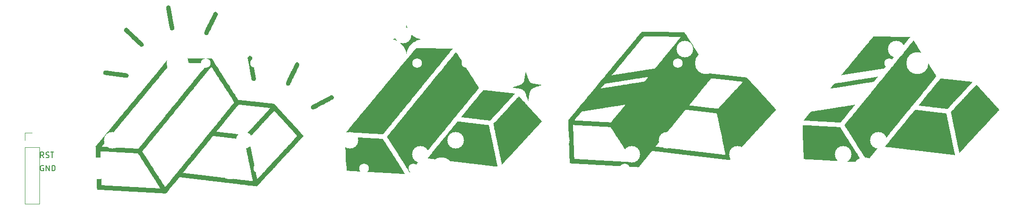
<source format=gto>
%TF.GenerationSoftware,KiCad,Pcbnew,7.0.6*%
%TF.CreationDate,2023-10-22T23:34:03-04:00*%
%TF.ProjectId,good-delivery-alpha-stagger,676f6f64-2d64-4656-9c69-766572792d61,rev?*%
%TF.SameCoordinates,PX2d6b3a0PY7e9ae4e*%
%TF.FileFunction,Legend,Top*%
%TF.FilePolarity,Positive*%
%FSLAX46Y46*%
G04 Gerber Fmt 4.6, Leading zero omitted, Abs format (unit mm)*
G04 Created by KiCad (PCBNEW 7.0.6) date 2023-10-22 23:34:03*
%MOMM*%
%LPD*%
G01*
G04 APERTURE LIST*
%ADD10C,0.150000*%
%ADD11C,0.120000*%
%ADD12C,1.750000*%
%ADD13C,3.000000*%
%ADD14C,3.987800*%
%ADD15C,3.048000*%
%ADD16R,1.700000X1.700000*%
%ADD17O,1.700000X1.700000*%
%ADD18C,0.650000*%
%ADD19O,1.000000X1.600000*%
%ADD20O,1.000000X2.100000*%
G04 APERTURE END LIST*
D10*
X4432386Y29062496D02*
X4337148Y29110115D01*
X4337148Y29110115D02*
X4194291Y29110115D01*
X4194291Y29110115D02*
X4051434Y29062496D01*
X4051434Y29062496D02*
X3956196Y28967258D01*
X3956196Y28967258D02*
X3908577Y28872020D01*
X3908577Y28872020D02*
X3860958Y28681544D01*
X3860958Y28681544D02*
X3860958Y28538687D01*
X3860958Y28538687D02*
X3908577Y28348211D01*
X3908577Y28348211D02*
X3956196Y28252973D01*
X3956196Y28252973D02*
X4051434Y28157734D01*
X4051434Y28157734D02*
X4194291Y28110115D01*
X4194291Y28110115D02*
X4289529Y28110115D01*
X4289529Y28110115D02*
X4432386Y28157734D01*
X4432386Y28157734D02*
X4480005Y28205354D01*
X4480005Y28205354D02*
X4480005Y28538687D01*
X4480005Y28538687D02*
X4289529Y28538687D01*
X4908577Y28110115D02*
X4908577Y29110115D01*
X4908577Y29110115D02*
X5480005Y28110115D01*
X5480005Y28110115D02*
X5480005Y29110115D01*
X5956196Y28110115D02*
X5956196Y29110115D01*
X5956196Y29110115D02*
X6194291Y29110115D01*
X6194291Y29110115D02*
X6337148Y29062496D01*
X6337148Y29062496D02*
X6432386Y28967258D01*
X6432386Y28967258D02*
X6480005Y28872020D01*
X6480005Y28872020D02*
X6527624Y28681544D01*
X6527624Y28681544D02*
X6527624Y28538687D01*
X6527624Y28538687D02*
X6480005Y28348211D01*
X6480005Y28348211D02*
X6432386Y28252973D01*
X6432386Y28252973D02*
X6337148Y28157734D01*
X6337148Y28157734D02*
X6194291Y28110115D01*
X6194291Y28110115D02*
X5956196Y28110115D01*
X4480005Y30491367D02*
X4146672Y30967558D01*
X3908577Y30491367D02*
X3908577Y31491367D01*
X3908577Y31491367D02*
X4289529Y31491367D01*
X4289529Y31491367D02*
X4384767Y31443748D01*
X4384767Y31443748D02*
X4432386Y31396129D01*
X4432386Y31396129D02*
X4480005Y31300891D01*
X4480005Y31300891D02*
X4480005Y31158034D01*
X4480005Y31158034D02*
X4432386Y31062796D01*
X4432386Y31062796D02*
X4384767Y31015177D01*
X4384767Y31015177D02*
X4289529Y30967558D01*
X4289529Y30967558D02*
X3908577Y30967558D01*
X4860958Y30538986D02*
X5003815Y30491367D01*
X5003815Y30491367D02*
X5241910Y30491367D01*
X5241910Y30491367D02*
X5337148Y30538986D01*
X5337148Y30538986D02*
X5384767Y30586606D01*
X5384767Y30586606D02*
X5432386Y30681844D01*
X5432386Y30681844D02*
X5432386Y30777082D01*
X5432386Y30777082D02*
X5384767Y30872320D01*
X5384767Y30872320D02*
X5337148Y30919939D01*
X5337148Y30919939D02*
X5241910Y30967558D01*
X5241910Y30967558D02*
X5051434Y31015177D01*
X5051434Y31015177D02*
X4956196Y31062796D01*
X4956196Y31062796D02*
X4908577Y31110415D01*
X4908577Y31110415D02*
X4860958Y31205653D01*
X4860958Y31205653D02*
X4860958Y31300891D01*
X4860958Y31300891D02*
X4908577Y31396129D01*
X4908577Y31396129D02*
X4956196Y31443748D01*
X4956196Y31443748D02*
X5051434Y31491367D01*
X5051434Y31491367D02*
X5289529Y31491367D01*
X5289529Y31491367D02*
X5432386Y31443748D01*
X5718101Y31491367D02*
X6289529Y31491367D01*
X6003815Y30491367D02*
X6003815Y31491367D01*
D11*
%TO.C,J2*%
X1051172Y34980247D02*
X2381172Y34980247D01*
X1051172Y33650247D02*
X1051172Y34980247D01*
X1051172Y32380247D02*
X1051172Y22160247D01*
X1051172Y32380247D02*
X3711172Y32380247D01*
X1051172Y22160247D02*
X3711172Y22160247D01*
X3711172Y32380247D02*
X3711172Y22160247D01*
%TO.C,G1*%
G36*
X19455060Y54009797D02*
G01*
X19489745Y53996666D01*
X19532182Y53972308D01*
X19586334Y53933319D01*
X19656165Y53876295D01*
X19745637Y53797831D01*
X19858714Y53694524D01*
X19999359Y53562969D01*
X20171534Y53399763D01*
X20228634Y53345355D01*
X20566009Y53023621D01*
X20868172Y52735414D01*
X21137061Y52478713D01*
X21374613Y52251496D01*
X21582768Y52051743D01*
X21763463Y51877433D01*
X21918636Y51726546D01*
X22050224Y51597062D01*
X22160167Y51486958D01*
X22250403Y51394216D01*
X22322868Y51316813D01*
X22379502Y51252730D01*
X22422242Y51199945D01*
X22453027Y51156438D01*
X22473794Y51120189D01*
X22486481Y51089176D01*
X22493027Y51061380D01*
X22495370Y51034778D01*
X22495447Y51007352D01*
X22495179Y50982180D01*
X22472557Y50860264D01*
X22402853Y50744076D01*
X22343792Y50680953D01*
X22278288Y50630964D01*
X22203333Y50605473D01*
X22129401Y50596982D01*
X22022866Y50598963D01*
X21933377Y50616840D01*
X21916737Y50623419D01*
X21878090Y50650403D01*
X21808527Y50708367D01*
X21713738Y50792188D01*
X21599414Y50896740D01*
X21471247Y51016900D01*
X21338135Y51144435D01*
X21172806Y51304100D01*
X20982808Y51486896D01*
X20780845Y51680643D01*
X20579624Y51873161D01*
X20391849Y52052271D01*
X20296941Y52142521D01*
X20010023Y52415907D01*
X19757072Y52658877D01*
X19538673Y52870851D01*
X19355410Y53051247D01*
X19207868Y53199485D01*
X19096631Y53314983D01*
X19022284Y53397159D01*
X18985411Y53445434D01*
X18984208Y53447606D01*
X18945419Y53569169D01*
X18950900Y53690502D01*
X18994074Y53803752D01*
X19068361Y53901063D01*
X19167184Y53974581D01*
X19283965Y54016453D01*
X19412125Y54018823D01*
X19455060Y54009797D01*
G37*
G36*
X35636986Y56870297D02*
G01*
X35741863Y56793403D01*
X35815329Y56688082D01*
X35832603Y56652408D01*
X35846564Y56619462D01*
X35855874Y56585801D01*
X35859195Y56547979D01*
X35855189Y56502555D01*
X35842519Y56446084D01*
X35819847Y56375123D01*
X35785835Y56286228D01*
X35739146Y56175955D01*
X35678442Y56040861D01*
X35602386Y55877502D01*
X35509639Y55682434D01*
X35398864Y55452214D01*
X35268724Y55183399D01*
X35117880Y54872543D01*
X35078862Y54792151D01*
X34997940Y54625082D01*
X34901075Y54424566D01*
X34794505Y54203543D01*
X34684463Y53974955D01*
X34577186Y53751742D01*
X34496642Y53583852D01*
X34388535Y53359611D01*
X34298602Y53177593D01*
X34223501Y53033321D01*
X34159890Y52922320D01*
X34104428Y52840113D01*
X34053772Y52782223D01*
X34004581Y52744174D01*
X33953514Y52721491D01*
X33897228Y52709696D01*
X33840362Y52704748D01*
X33727375Y52705862D01*
X33640074Y52727099D01*
X33597480Y52747255D01*
X33512631Y52818349D01*
X33444243Y52921646D01*
X33402942Y53038263D01*
X33395584Y53105950D01*
X33398585Y53131812D01*
X33408569Y53169327D01*
X33427010Y53221713D01*
X33455380Y53292185D01*
X33495151Y53383964D01*
X33547796Y53500264D01*
X33614788Y53644305D01*
X33697599Y53819303D01*
X33797702Y54028477D01*
X33916570Y54275043D01*
X34055675Y54562219D01*
X34167348Y54792151D01*
X34252263Y54967212D01*
X34352886Y55175244D01*
X34462744Y55402835D01*
X34575366Y55636567D01*
X34684283Y55863026D01*
X34762558Y56026100D01*
X34848774Y56204041D01*
X34930495Y56369183D01*
X35004429Y56515145D01*
X35067285Y56635545D01*
X35115772Y56724002D01*
X35146597Y56774136D01*
X35151690Y56780517D01*
X35262002Y56865473D01*
X35386615Y56907786D01*
X35515090Y56908909D01*
X35636986Y56870297D01*
G37*
G36*
X50219649Y47761202D02*
G01*
X50362439Y47717859D01*
X50470540Y47638741D01*
X50540379Y47527853D01*
X50568385Y47389197D01*
X50568767Y47369865D01*
X50567363Y47341733D01*
X50562140Y47309018D01*
X50551648Y47268507D01*
X50534432Y47216988D01*
X50509043Y47151249D01*
X50474028Y47068077D01*
X50427935Y46964260D01*
X50369311Y46836586D01*
X50296707Y46681841D01*
X50208668Y46496814D01*
X50103744Y46278292D01*
X49980483Y46023062D01*
X49837433Y45727913D01*
X49682334Y45408548D01*
X49592164Y45222634D01*
X49487945Y45007172D01*
X49377807Y44779004D01*
X49269878Y44554973D01*
X49172286Y44351918D01*
X49161191Y44328791D01*
X49083721Y44168122D01*
X49011654Y44020240D01*
X48948562Y43892352D01*
X48898020Y43791669D01*
X48863601Y43725398D01*
X48851368Y43703879D01*
X48771059Y43623929D01*
X48660612Y43571550D01*
X48535201Y43550006D01*
X48409997Y43562562D01*
X48332650Y43592280D01*
X48228802Y43667797D01*
X48164588Y43766163D01*
X48133793Y43897398D01*
X48132057Y43915731D01*
X48129201Y43945782D01*
X48127217Y43972248D01*
X48127743Y43998951D01*
X48132415Y44029713D01*
X48142871Y44068355D01*
X48160748Y44118698D01*
X48187683Y44184564D01*
X48225314Y44269776D01*
X48275277Y44378153D01*
X48339211Y44513517D01*
X48418751Y44679691D01*
X48515536Y44880496D01*
X48631202Y45119753D01*
X48767386Y45401283D01*
X48777116Y45421402D01*
X48841483Y45554573D01*
X48923673Y45724725D01*
X49019180Y45922523D01*
X49123499Y46138634D01*
X49232124Y46363722D01*
X49340548Y46588453D01*
X49409149Y46730679D01*
X49504747Y46927776D01*
X49594976Y47111673D01*
X49677054Y47276858D01*
X49748197Y47417819D01*
X49805623Y47529042D01*
X49846549Y47605017D01*
X49868192Y47640230D01*
X49868458Y47640535D01*
X49966690Y47715673D01*
X50089927Y47758153D01*
X50218823Y47761327D01*
X50219649Y47761202D01*
G37*
G36*
X27051212Y58067598D02*
G01*
X27175405Y57997597D01*
X27201124Y57975783D01*
X27264636Y57908253D01*
X27309132Y57831855D01*
X27340709Y57732451D01*
X27365468Y57595905D01*
X27365691Y57594378D01*
X27376104Y57529765D01*
X27393626Y57428143D01*
X27415882Y57303040D01*
X27440495Y57167983D01*
X27442462Y57157334D01*
X27467193Y57022312D01*
X27498066Y56851898D01*
X27532336Y56661341D01*
X27567259Y56465892D01*
X27597391Y56296099D01*
X27628188Y56122899D01*
X27658675Y55953309D01*
X27686755Y55798855D01*
X27710330Y55671065D01*
X27727306Y55581466D01*
X27728322Y55576261D01*
X27776589Y55325306D01*
X27822674Y55076924D01*
X27865667Y54836718D01*
X27904660Y54610290D01*
X27938743Y54403240D01*
X27967006Y54221173D01*
X27988542Y54069689D01*
X28002440Y53954390D01*
X28007792Y53880879D01*
X28006785Y53860401D01*
X27965278Y53755679D01*
X27888794Y53657360D01*
X27792210Y53584429D01*
X27789345Y53582928D01*
X27682445Y53551446D01*
X27557778Y53549808D01*
X27439001Y53577403D01*
X27405102Y53592836D01*
X27354565Y53624728D01*
X27311842Y53665813D01*
X27274799Y53722024D01*
X27241304Y53799297D01*
X27209223Y53903566D01*
X27176425Y54040766D01*
X27140775Y54216831D01*
X27100142Y54437697D01*
X27098822Y54445087D01*
X27063991Y54639960D01*
X27028013Y54840821D01*
X26993242Y55034554D01*
X26962032Y55208044D01*
X26936739Y55348177D01*
X26930349Y55383447D01*
X26905958Y55518443D01*
X26875322Y55688823D01*
X26841173Y55879344D01*
X26806243Y56074763D01*
X26775962Y56244682D01*
X26742632Y56431258D01*
X26707452Y56626866D01*
X26673180Y56816261D01*
X26642574Y56984197D01*
X26620159Y57105917D01*
X26581563Y57322467D01*
X26555254Y57495542D01*
X26541538Y57631668D01*
X26540723Y57737372D01*
X26553113Y57819179D01*
X26579016Y57883615D01*
X26618737Y57937208D01*
X26661019Y57976955D01*
X26789413Y58057287D01*
X26921012Y58087498D01*
X27051212Y58067598D01*
G37*
G36*
X69891978Y54499267D02*
G01*
X69906324Y54440865D01*
X69913054Y54400097D01*
X69936069Y54286682D01*
X69975329Y54142988D01*
X70025459Y53985388D01*
X70081084Y53830253D01*
X70136831Y53693955D01*
X70163580Y53636963D01*
X70360531Y53299462D01*
X70600063Y52986949D01*
X70877431Y52704310D01*
X71187890Y52456433D01*
X71495584Y52264967D01*
X71620167Y52203865D01*
X71771789Y52139973D01*
X71935800Y52078485D01*
X72097548Y52024596D01*
X72242384Y51983500D01*
X72353937Y51960625D01*
X72428522Y51944815D01*
X72467063Y51925950D01*
X72465449Y51909360D01*
X72419574Y51900378D01*
X72400697Y51899945D01*
X72289517Y51886774D01*
X72145012Y51850021D01*
X71977165Y51793823D01*
X71795955Y51722318D01*
X71611363Y51639645D01*
X71433370Y51549941D01*
X71271955Y51457344D01*
X71168702Y51389146D01*
X70873016Y51149948D01*
X70608257Y50877274D01*
X70378349Y50577074D01*
X70187210Y50255297D01*
X70038762Y49917893D01*
X69936926Y49570810D01*
X69921806Y49497124D01*
X69903746Y49412284D01*
X69887139Y49351883D01*
X69875664Y49329095D01*
X69864497Y49352365D01*
X69848119Y49413827D01*
X69829793Y49500960D01*
X69827076Y49515481D01*
X69743306Y49838246D01*
X69613594Y50159447D01*
X69443034Y50471286D01*
X69236720Y50765965D01*
X68999747Y51035683D01*
X68737210Y51272643D01*
X68622910Y51358840D01*
X68457741Y51467009D01*
X68273586Y51571512D01*
X68079944Y51668302D01*
X67886309Y51753330D01*
X67702179Y51822547D01*
X67537049Y51871906D01*
X67400416Y51897358D01*
X67353639Y51899945D01*
X67294159Y51904977D01*
X67281457Y51918201D01*
X67312086Y51936810D01*
X67382596Y51957998D01*
X67440067Y51970298D01*
X67790472Y52062454D01*
X68127970Y52200408D01*
X68448237Y52379853D01*
X68746945Y52596480D01*
X69019767Y52845985D01*
X69262377Y53124060D01*
X69470448Y53426398D01*
X69639654Y53748693D01*
X69765668Y54086637D01*
X69829401Y54348680D01*
X69847879Y54435090D01*
X69865488Y54497248D01*
X69878525Y54522173D01*
X69878892Y54522212D01*
X69891978Y54499267D01*
G37*
G36*
X56380120Y41819357D02*
G01*
X56410252Y41815874D01*
X56412893Y41815615D01*
X56544387Y41783915D01*
X56648461Y41713382D01*
X56732053Y41601273D01*
X56779315Y41485620D01*
X56782744Y41371391D01*
X56742667Y41244179D01*
X56740292Y41238899D01*
X56720000Y41197821D01*
X56696013Y41161577D01*
X56662657Y41126281D01*
X56614260Y41088044D01*
X56545146Y41042979D01*
X56449644Y40987199D01*
X56322079Y40916816D01*
X56156778Y40827943D01*
X56083337Y40788753D01*
X55993412Y40740800D01*
X55904826Y40693524D01*
X55813671Y40644829D01*
X55716039Y40592622D01*
X55608023Y40534808D01*
X55485715Y40469293D01*
X55345207Y40393982D01*
X55182593Y40306782D01*
X54993963Y40205596D01*
X54775412Y40088333D01*
X54523031Y39952896D01*
X54232913Y39797191D01*
X53923822Y39631294D01*
X53708028Y39515659D01*
X53532249Y39422354D01*
X53391259Y39349282D01*
X53279828Y39294346D01*
X53192728Y39255447D01*
X53124733Y39230489D01*
X53070613Y39217374D01*
X53025141Y39214004D01*
X52983089Y39218283D01*
X52939229Y39228113D01*
X52926863Y39231324D01*
X52809244Y39287051D01*
X52715798Y39379573D01*
X52653777Y39497131D01*
X52630436Y39627967D01*
X52636763Y39701590D01*
X52668211Y39788116D01*
X52732231Y39873226D01*
X52833136Y39960690D01*
X52975241Y40054280D01*
X53152567Y40152422D01*
X53290274Y40224652D01*
X53433723Y40300776D01*
X53565446Y40371476D01*
X53663439Y40424924D01*
X53753922Y40474386D01*
X53825837Y40512655D01*
X53868530Y40534110D01*
X53875473Y40536787D01*
X53900600Y40548434D01*
X53960577Y40579826D01*
X54045360Y40625636D01*
X54110148Y40661248D01*
X54241048Y40733121D01*
X54387881Y40812927D01*
X54523713Y40886044D01*
X54553681Y40902036D01*
X54639704Y40947904D01*
X54761415Y41012904D01*
X54909184Y41091888D01*
X55073377Y41179706D01*
X55244361Y41271207D01*
X55337790Y41321229D01*
X55569296Y41445271D01*
X55759888Y41547325D01*
X55914087Y41629468D01*
X56036415Y41693780D01*
X56131392Y41742341D01*
X56203542Y41777229D01*
X56257385Y41800524D01*
X56297443Y41814305D01*
X56328237Y41820651D01*
X56354289Y41821642D01*
X56380120Y41819357D01*
G37*
G36*
X15829416Y46261637D02*
G01*
X15951738Y46245345D01*
X16099127Y46223423D01*
X16285996Y46196983D01*
X16500772Y46167651D01*
X16582223Y46156759D01*
X16635850Y46149519D01*
X16730598Y46136618D01*
X16856650Y46119396D01*
X17004188Y46099196D01*
X17160665Y46077733D01*
X17442177Y46039122D01*
X17717395Y46001446D01*
X17979211Y45965672D01*
X18220517Y45932770D01*
X18434206Y45903708D01*
X18613170Y45879456D01*
X18750301Y45860982D01*
X18780300Y45856967D01*
X19013665Y45824948D01*
X19201660Y45796537D01*
X19350036Y45769865D01*
X19464549Y45743062D01*
X19550950Y45714257D01*
X19614994Y45681581D01*
X19662433Y45643164D01*
X19699022Y45597136D01*
X19726511Y45549433D01*
X19763277Y45431654D01*
X19763571Y45304803D01*
X19729369Y45186744D01*
X19677936Y45110036D01*
X19572743Y45019792D01*
X19462434Y44971894D01*
X19338594Y44958649D01*
X19263636Y44960515D01*
X19213244Y44965264D01*
X19202348Y44968601D01*
X19174257Y44975331D01*
X19104925Y44986729D01*
X19004160Y45001315D01*
X18881768Y45017610D01*
X18854653Y45021058D01*
X18723251Y45037863D01*
X18605788Y45053310D01*
X18514089Y45065814D01*
X18459980Y45073791D01*
X18456171Y45074440D01*
X18403976Y45082449D01*
X18310641Y45095580D01*
X18186038Y45112517D01*
X18040039Y45131948D01*
X17882518Y45152557D01*
X17723346Y45173032D01*
X17572397Y45192059D01*
X17572001Y45192108D01*
X17470347Y45205450D01*
X17385789Y45217808D01*
X17333569Y45226921D01*
X17327770Y45228312D01*
X17288442Y45235505D01*
X17209356Y45247374D01*
X17101783Y45262303D01*
X16976998Y45278677D01*
X16969858Y45279587D01*
X16839507Y45296297D01*
X16720884Y45311702D01*
X16627099Y45324089D01*
X16571377Y45331724D01*
X16449110Y45349190D01*
X16302856Y45369685D01*
X16144707Y45391556D01*
X15986757Y45413153D01*
X15841098Y45432823D01*
X15719824Y45448916D01*
X15635027Y45459779D01*
X15623853Y45461137D01*
X15464657Y45499578D01*
X15341167Y45570753D01*
X15256437Y45671686D01*
X15213517Y45799396D01*
X15208655Y45866436D01*
X15230582Y46013666D01*
X15294420Y46135304D01*
X15397257Y46225873D01*
X15400966Y46228083D01*
X15500081Y46261778D01*
X15643539Y46272983D01*
X15829416Y46261637D01*
G37*
G36*
X41809800Y48907425D02*
G01*
X41921999Y48834029D01*
X41952665Y48802528D01*
X41981866Y48766352D01*
X42006314Y48726522D01*
X42027979Y48675948D01*
X42048831Y48607542D01*
X42070837Y48514213D01*
X42095969Y48388872D01*
X42126194Y48224429D01*
X42149174Y48095087D01*
X42193454Y47844382D01*
X42231369Y47630278D01*
X42262344Y47455994D01*
X42285809Y47324750D01*
X42301189Y47239766D01*
X42304659Y47220998D01*
X42313855Y47170468D01*
X42329652Y47082309D01*
X42349729Y46969528D01*
X42368944Y46861079D01*
X42396535Y46705951D01*
X42427450Y46533602D01*
X42456895Y46370704D01*
X42470601Y46295492D01*
X42493164Y46172009D01*
X42521819Y46014946D01*
X42553465Y45841312D01*
X42585000Y45668117D01*
X42597145Y45601362D01*
X42623971Y45453996D01*
X42648559Y45319156D01*
X42669008Y45207240D01*
X42683420Y45128644D01*
X42688708Y45100046D01*
X42715160Y44932392D01*
X42723316Y44802868D01*
X42712902Y44701447D01*
X42683644Y44618104D01*
X42675042Y44601895D01*
X42596074Y44506013D01*
X42488328Y44433938D01*
X42369907Y44396520D01*
X42327598Y44393627D01*
X42256780Y44404795D01*
X42170797Y44432053D01*
X42143433Y44443549D01*
X42062383Y44493773D01*
X41997057Y44557187D01*
X41985499Y44573815D01*
X41969976Y44601923D01*
X41955583Y44635793D01*
X41941043Y44681209D01*
X41925081Y44743954D01*
X41906421Y44829808D01*
X41883787Y44944556D01*
X41855903Y45093979D01*
X41821494Y45283860D01*
X41789984Y45459965D01*
X41764413Y45602645D01*
X41739780Y45738935D01*
X41718592Y45855029D01*
X41703359Y45937116D01*
X41701212Y45948427D01*
X41687906Y46020206D01*
X41668121Y46129636D01*
X41644187Y46263712D01*
X41618435Y46409430D01*
X41609103Y46462597D01*
X41582301Y46614374D01*
X41549105Y46800442D01*
X41512438Y47004529D01*
X41475224Y47210360D01*
X41442866Y47388103D01*
X41392878Y47661218D01*
X41351334Y47888370D01*
X41317625Y48074210D01*
X41291142Y48223389D01*
X41271279Y48340558D01*
X41257426Y48430368D01*
X41248975Y48497470D01*
X41245319Y48546515D01*
X41245849Y48582154D01*
X41249957Y48609038D01*
X41257036Y48631819D01*
X41266476Y48655146D01*
X41274560Y48675326D01*
X41344497Y48795306D01*
X41443093Y48880401D01*
X41560244Y48928716D01*
X41685847Y48938356D01*
X41809800Y48907425D01*
G37*
G36*
X154816839Y45147814D02*
G01*
X154801513Y45124808D01*
X154759271Y45068990D01*
X154695714Y44987377D01*
X154616441Y44886985D01*
X154527055Y44774832D01*
X154433156Y44657933D01*
X154340345Y44543306D01*
X154254223Y44437967D01*
X154180392Y44348932D01*
X154156488Y44320556D01*
X154140747Y44301235D01*
X154126405Y44284791D01*
X154109252Y44270342D01*
X154085080Y44257003D01*
X154049678Y44243891D01*
X153998837Y44230122D01*
X153928347Y44214811D01*
X153833999Y44197076D01*
X153711582Y44176032D01*
X153556888Y44150795D01*
X153365706Y44120482D01*
X153133828Y44084209D01*
X152857043Y44041091D01*
X152734450Y44021985D01*
X152592849Y43999798D01*
X152413563Y43971539D01*
X152209673Y43939282D01*
X151994262Y43905097D01*
X151780414Y43871057D01*
X151667547Y43853042D01*
X151479778Y43823064D01*
X151301203Y43794605D01*
X151140447Y43769034D01*
X151006137Y43747723D01*
X150906897Y43732041D01*
X150857729Y43724343D01*
X150799404Y43715221D01*
X150697199Y43699136D01*
X150558015Y43677177D01*
X150388754Y43650436D01*
X150196319Y43620002D01*
X149987611Y43586966D01*
X149803681Y43557830D01*
X149577140Y43521960D01*
X149352771Y43486485D01*
X149139101Y43452752D01*
X148944661Y43422104D01*
X148777979Y43395886D01*
X148647586Y43375444D01*
X148582527Y43365299D01*
X148321811Y43324657D01*
X148055083Y43282794D01*
X147788782Y43240742D01*
X147529352Y43199533D01*
X147283233Y43160199D01*
X147056868Y43123773D01*
X146856698Y43091287D01*
X146689165Y43063773D01*
X146560711Y43042264D01*
X146488990Y43029818D01*
X146394067Y43015375D01*
X146307227Y43006339D01*
X146272085Y43004803D01*
X146194871Y43004803D01*
X146259515Y43075502D01*
X146296242Y43117528D01*
X146359200Y43191551D01*
X146441920Y43289883D01*
X146537937Y43404839D01*
X146637759Y43525077D01*
X146751217Y43659174D01*
X146850026Y43770074D01*
X146929687Y43853029D01*
X146985705Y43903291D01*
X147008542Y43916504D01*
X147053065Y43924998D01*
X147135768Y43939234D01*
X147258832Y43959565D01*
X147424438Y43986344D01*
X147634765Y44019924D01*
X147891994Y44060658D01*
X148132628Y44098573D01*
X148429092Y44145205D01*
X148680278Y44184722D01*
X148891699Y44217996D01*
X149068869Y44245898D01*
X149217304Y44269301D01*
X149342518Y44289075D01*
X149450023Y44306092D01*
X149545336Y44321225D01*
X149633969Y44335344D01*
X149721438Y44349322D01*
X149813257Y44364030D01*
X149906515Y44378988D01*
X150020119Y44397107D01*
X150168423Y44420602D01*
X150335325Y44446930D01*
X150504721Y44473549D01*
X150574936Y44484548D01*
X150864713Y44529932D01*
X151133171Y44572062D01*
X151375100Y44610117D01*
X151585288Y44643274D01*
X151758523Y44670713D01*
X151889594Y44691611D01*
X151950341Y44701400D01*
X152195786Y44741018D01*
X152472210Y44785233D01*
X152768995Y44832378D01*
X153075521Y44880782D01*
X153381169Y44928778D01*
X153675320Y44974696D01*
X153947355Y45016867D01*
X154186656Y45053622D01*
X154328377Y45075141D01*
X154471818Y45097179D01*
X154598480Y45117392D01*
X154699160Y45134253D01*
X154764659Y45146233D01*
X154784703Y45150917D01*
X154813947Y45152909D01*
X154816839Y45147814D01*
G37*
G36*
X150691962Y40071592D02*
G01*
X150689362Y40060341D01*
X150676198Y40038026D01*
X150649831Y40001140D01*
X150607621Y39946177D01*
X150546928Y39869628D01*
X150465114Y39767988D01*
X150359538Y39637750D01*
X150227561Y39475405D01*
X150066544Y39277448D01*
X150022203Y39222918D01*
X149697904Y38823941D01*
X149403231Y38461167D01*
X149135262Y38130995D01*
X148891077Y37829822D01*
X148667753Y37554048D01*
X148462370Y37300070D01*
X148426991Y37256280D01*
X148331157Y37138530D01*
X148244757Y37034035D01*
X148173603Y36949691D01*
X148123509Y36892397D01*
X148101223Y36869654D01*
X148061462Y36860750D01*
X147979798Y36857147D01*
X147865490Y36859016D01*
X147772709Y36863570D01*
X147654119Y36870524D01*
X147497599Y36879342D01*
X147316572Y36889288D01*
X147124460Y36899624D01*
X146934683Y36909615D01*
X146911474Y36910820D01*
X146703054Y36921859D01*
X146462765Y36934980D01*
X146210055Y36949096D01*
X145964374Y36963121D01*
X145745173Y36975969D01*
X145741737Y36976174D01*
X145525846Y36988856D01*
X145285647Y37002628D01*
X145039828Y37016442D01*
X144807075Y37029247D01*
X144606076Y37039993D01*
X144597709Y37040431D01*
X144398670Y37051071D01*
X144166999Y37063848D01*
X143921382Y37077707D01*
X143680503Y37091594D01*
X143463049Y37104453D01*
X143453681Y37105016D01*
X143233756Y37117918D01*
X142985744Y37131900D01*
X142729484Y37145882D01*
X142484812Y37158780D01*
X142271568Y37169512D01*
X142271090Y37169535D01*
X142094452Y37178432D01*
X141926708Y37187444D01*
X141777582Y37196005D01*
X141656801Y37203549D01*
X141574091Y37209510D01*
X141555223Y37211188D01*
X141417799Y37224704D01*
X141467645Y37280391D01*
X141496917Y37314596D01*
X141554051Y37382663D01*
X141634208Y37478776D01*
X141732546Y37597120D01*
X141844227Y37731880D01*
X141963350Y37875957D01*
X142144616Y38095596D01*
X142296053Y38279072D01*
X142420802Y38429677D01*
X142522007Y38550702D01*
X142602808Y38645439D01*
X142666346Y38717179D01*
X142715765Y38769214D01*
X142754205Y38804836D01*
X142784809Y38827336D01*
X142810717Y38840006D01*
X142835073Y38846137D01*
X142861017Y38849021D01*
X142891692Y38851949D01*
X142895351Y38852397D01*
X142969387Y38862627D01*
X143080920Y38879110D01*
X143216698Y38899841D01*
X143363470Y38922816D01*
X143415118Y38931037D01*
X143546818Y38952070D01*
X143682899Y38973738D01*
X143829713Y38997046D01*
X143993609Y39022996D01*
X144180940Y39052595D01*
X144398058Y39086845D01*
X144651313Y39126751D01*
X144947057Y39173317D01*
X145047608Y39189144D01*
X145199356Y39213112D01*
X145346640Y39236523D01*
X145475830Y39257202D01*
X145573300Y39272972D01*
X145600341Y39277416D01*
X145698852Y39293609D01*
X145789031Y39308219D01*
X145833703Y39315314D01*
X145883326Y39323113D01*
X145974362Y39337474D01*
X146097439Y39356918D01*
X146243187Y39379964D01*
X146402235Y39405131D01*
X146412145Y39406700D01*
X146593363Y39435342D01*
X146782391Y39465140D01*
X146963752Y39493661D01*
X147121971Y39518470D01*
X147219976Y39533773D01*
X147496546Y39576905D01*
X147784083Y39621902D01*
X148092787Y39670364D01*
X148432856Y39723892D01*
X148775341Y39777907D01*
X148958038Y39806758D01*
X149113839Y39831412D01*
X149252837Y39853485D01*
X149385126Y39874596D01*
X149520798Y39896363D01*
X149669946Y39920404D01*
X149842663Y39948338D01*
X150049043Y39981781D01*
X150217156Y40009047D01*
X150357612Y40031384D01*
X150482482Y40050407D01*
X150581897Y40064676D01*
X150645988Y40072753D01*
X150662772Y40074034D01*
X150676027Y40074932D01*
X150686637Y40075287D01*
X150691962Y40071592D01*
G37*
G36*
X91424549Y45909864D02*
G01*
X91452736Y45828821D01*
X91494043Y45709103D01*
X91545035Y45560711D01*
X91602278Y45393649D01*
X91662336Y45217921D01*
X91689389Y45138609D01*
X91769365Y44908749D01*
X91838548Y44721989D01*
X91900106Y44571944D01*
X91957206Y44452228D01*
X92013016Y44356455D01*
X92070703Y44278241D01*
X92133434Y44211200D01*
X92162852Y44184125D01*
X92222525Y44132878D01*
X92280346Y44088367D01*
X92341005Y44049321D01*
X92409189Y44014466D01*
X92489585Y43982530D01*
X92586881Y43952241D01*
X92705765Y43922326D01*
X92850924Y43891513D01*
X93027047Y43858528D01*
X93238820Y43822100D01*
X93490932Y43780956D01*
X93788070Y43733823D01*
X93867852Y43721283D01*
X93998261Y43699541D01*
X94106740Y43679019D01*
X94185034Y43661477D01*
X94224887Y43648675D01*
X94227771Y43644557D01*
X94199194Y43631796D01*
X94128723Y43605032D01*
X94023181Y43566715D01*
X93889388Y43519295D01*
X93734164Y43465222D01*
X93604895Y43420789D01*
X93372182Y43341210D01*
X93182870Y43276290D01*
X93031701Y43224078D01*
X92913414Y43182626D01*
X92822751Y43149985D01*
X92754452Y43124207D01*
X92703258Y43103342D01*
X92663908Y43085442D01*
X92631144Y43068558D01*
X92599705Y43050741D01*
X92588459Y43044168D01*
X92516044Y42992447D01*
X92429394Y42917317D01*
X92347119Y42834925D01*
X92346197Y42833918D01*
X92287534Y42767814D01*
X92238263Y42705570D01*
X92196531Y42641286D01*
X92160485Y42569061D01*
X92128272Y42482994D01*
X92098040Y42377186D01*
X92067934Y42245735D01*
X92036104Y42082740D01*
X92000694Y41882303D01*
X91959854Y41638520D01*
X91947758Y41565127D01*
X91933942Y41482975D01*
X91921411Y41411226D01*
X91921348Y41410876D01*
X91910068Y41342171D01*
X91897465Y41257037D01*
X91895622Y41243771D01*
X91883876Y41165940D01*
X91866582Y41060250D01*
X91847459Y40949417D01*
X91847229Y40948123D01*
X91829334Y40853065D01*
X91816073Y40802410D01*
X91804409Y40789722D01*
X91791305Y40808562D01*
X91786564Y40819581D01*
X91771456Y40860541D01*
X91742381Y40943088D01*
X91701802Y41060085D01*
X91652184Y41204398D01*
X91595989Y41368891D01*
X91538056Y41539419D01*
X91455516Y41780806D01*
X91385629Y41978924D01*
X91325682Y42139569D01*
X91272959Y42268539D01*
X91224748Y42371631D01*
X91178334Y42454641D01*
X91131002Y42523367D01*
X91080038Y42583606D01*
X91022730Y42641155D01*
X91021831Y42642005D01*
X90926535Y42725178D01*
X90829620Y42792732D01*
X90722435Y42847983D01*
X90596332Y42894247D01*
X90442661Y42934839D01*
X90252773Y42973075D01*
X90082831Y43001968D01*
X89898702Y43031672D01*
X89700342Y43063669D01*
X89505853Y43095038D01*
X89333342Y43122860D01*
X89249223Y43136424D01*
X88891224Y43194148D01*
X89056410Y43251340D01*
X89127286Y43275746D01*
X89237842Y43313649D01*
X89379084Y43361973D01*
X89542016Y43417643D01*
X89717647Y43477583D01*
X89838600Y43518823D01*
X90048722Y43590919D01*
X90216749Y43650221D01*
X90349457Y43699924D01*
X90453618Y43743222D01*
X90536007Y43783310D01*
X90603398Y43823383D01*
X90662563Y43866636D01*
X90720278Y43916264D01*
X90760291Y43953516D01*
X90831005Y44022672D01*
X90890983Y44088449D01*
X90942001Y44156287D01*
X90985841Y44231624D01*
X91024280Y44319902D01*
X91059100Y44426557D01*
X91092078Y44557031D01*
X91124995Y44716762D01*
X91159629Y44911189D01*
X91197761Y45145752D01*
X91240482Y45421402D01*
X91261993Y45556899D01*
X91287759Y45711983D01*
X91312626Y45855691D01*
X91315412Y45871301D01*
X91356890Y46102678D01*
X91424549Y45909864D01*
G37*
G36*
X83791138Y42739959D02*
G01*
X83805959Y42738093D01*
X83886146Y42728209D01*
X84013672Y42713247D01*
X84184753Y42693635D01*
X84395606Y42669799D01*
X84642448Y42642165D01*
X84921496Y42611159D01*
X85228966Y42577208D01*
X85429592Y42555154D01*
X85606645Y42535708D01*
X85772211Y42517496D01*
X85917564Y42501480D01*
X86033980Y42488622D01*
X86112735Y42479884D01*
X86136576Y42477212D01*
X86242893Y42465300D01*
X86379142Y42450208D01*
X86535184Y42433040D01*
X86700882Y42414902D01*
X86866098Y42396898D01*
X87020696Y42380134D01*
X87154538Y42365712D01*
X87257486Y42354740D01*
X87319167Y42348343D01*
X87409909Y42338832D01*
X87527219Y42325878D01*
X87646615Y42312187D01*
X87653377Y42311393D01*
X87776163Y42297204D01*
X87924020Y42280474D01*
X88070894Y42264142D01*
X88116130Y42259186D01*
X88236800Y42245952D01*
X88348106Y42233611D01*
X88433601Y42223993D01*
X88463195Y42220581D01*
X88519560Y42214283D01*
X88615856Y42203865D01*
X88740874Y42190527D01*
X88883402Y42175467D01*
X88964511Y42166957D01*
X89105049Y42151281D01*
X89227546Y42135789D01*
X89322879Y42121779D01*
X89381923Y42110551D01*
X89396397Y42105474D01*
X89386113Y42081920D01*
X89345378Y42027087D01*
X89279165Y41946964D01*
X89192447Y41847541D01*
X89090196Y41734805D01*
X89075041Y41718426D01*
X88952439Y41586101D01*
X88826298Y41449698D01*
X88706750Y41320195D01*
X88603930Y41208567D01*
X88540320Y41139283D01*
X88472002Y41064843D01*
X88375387Y40959789D01*
X88257065Y40831274D01*
X88123626Y40686454D01*
X87981661Y40532483D01*
X87837760Y40376516D01*
X87820482Y40357798D01*
X87675028Y40200140D01*
X87529129Y40041855D01*
X87389735Y39890494D01*
X87263795Y39753608D01*
X87158259Y39638746D01*
X87080078Y39553460D01*
X87074936Y39547837D01*
X86914953Y39373052D01*
X86746668Y39189542D01*
X86575946Y39003675D01*
X86408653Y38821820D01*
X86250652Y38650346D01*
X86107808Y38495620D01*
X85985987Y38364012D01*
X85891052Y38261890D01*
X85866636Y38235759D01*
X85788937Y38152429D01*
X85685323Y38040833D01*
X85564675Y37910560D01*
X85435873Y37771200D01*
X85307797Y37632342D01*
X85289273Y37612233D01*
X85176998Y37491096D01*
X85076384Y37384015D01*
X84992596Y37296365D01*
X84930798Y37233522D01*
X84896154Y37200861D01*
X84890791Y37197444D01*
X84860756Y37201983D01*
X84792025Y37211819D01*
X84696835Y37225208D01*
X84645482Y37232366D01*
X84505442Y37251184D01*
X84345016Y37271771D01*
X84194920Y37290201D01*
X84169875Y37293162D01*
X84066938Y37305290D01*
X83925601Y37322025D01*
X83758514Y37341865D01*
X83578331Y37363307D01*
X83397702Y37384849D01*
X83385766Y37386274D01*
X83177522Y37411135D01*
X82939179Y37439574D01*
X82691695Y37469091D01*
X82456028Y37497187D01*
X82293154Y37516596D01*
X82084316Y37541501D01*
X81849975Y37569493D01*
X81610198Y37598171D01*
X81385052Y37625135D01*
X81226252Y37644185D01*
X81023080Y37668486D01*
X80794005Y37695727D01*
X80560212Y37723398D01*
X80342888Y37748990D01*
X80223620Y37762956D01*
X80070544Y37781485D01*
X79935314Y37799105D01*
X79826121Y37814644D01*
X79751156Y37826935D01*
X79718610Y37834808D01*
X79718183Y37835116D01*
X79727767Y37859080D01*
X79765157Y37915622D01*
X79825307Y37997766D01*
X79903170Y38098539D01*
X79962414Y38172612D01*
X80009788Y38231072D01*
X80058599Y38291293D01*
X80110990Y38355914D01*
X80169100Y38427572D01*
X80235071Y38508906D01*
X80311043Y38602555D01*
X80399159Y38711157D01*
X80501558Y38837351D01*
X80620381Y38983774D01*
X80757771Y39153066D01*
X80915867Y39347864D01*
X81096810Y39570808D01*
X81302742Y39824535D01*
X81535804Y40111684D01*
X81798136Y40434893D01*
X81930211Y40597618D01*
X82230947Y40968093D01*
X82504118Y41304514D01*
X82749195Y41606230D01*
X82965648Y41872587D01*
X83152946Y42102936D01*
X83310561Y42296625D01*
X83437962Y42453003D01*
X83534619Y42571417D01*
X83600003Y42651218D01*
X83633584Y42691752D01*
X83634527Y42692864D01*
X83673807Y42730018D01*
X83719211Y42743922D01*
X83791138Y42739959D01*
G37*
G36*
X166235783Y44844339D02*
G01*
X166332461Y44836013D01*
X166378010Y44831027D01*
X166628327Y44801955D01*
X166835482Y44778006D01*
X167007378Y44758296D01*
X167151916Y44741942D01*
X167276999Y44728058D01*
X167390531Y44715762D01*
X167500413Y44704169D01*
X167614548Y44692395D01*
X167645381Y44689248D01*
X167755054Y44677982D01*
X167867115Y44666265D01*
X167987480Y44653446D01*
X168122064Y44638876D01*
X168276783Y44621906D01*
X168457553Y44601886D01*
X168670289Y44578165D01*
X168920906Y44550095D01*
X169215321Y44517026D01*
X169290725Y44508546D01*
X169426420Y44493405D01*
X169601591Y44474044D01*
X169807506Y44451413D01*
X170035431Y44426462D01*
X170276633Y44400140D01*
X170522379Y44373398D01*
X170763937Y44347186D01*
X170992573Y44322452D01*
X171199554Y44300148D01*
X171376148Y44281222D01*
X171513621Y44266625D01*
X171553074Y44262485D01*
X171668134Y44249848D01*
X171765695Y44237979D01*
X171833384Y44228449D01*
X171856699Y44223913D01*
X171849639Y44202877D01*
X171810020Y44148600D01*
X171741002Y44064823D01*
X171645748Y43955288D01*
X171527417Y43823736D01*
X171419654Y43706655D01*
X171285769Y43562414D01*
X171155404Y43421825D01*
X171035092Y43291944D01*
X170931368Y43179829D01*
X170850764Y43092534D01*
X170806526Y43044449D01*
X170754728Y42988079D01*
X170673349Y42899688D01*
X170567691Y42785027D01*
X170443056Y42649847D01*
X170304748Y42499901D01*
X170158070Y42340940D01*
X170058159Y42232698D01*
X169898112Y42059229D01*
X169733466Y41880599D01*
X169571486Y41704703D01*
X169419436Y41539434D01*
X169284581Y41392686D01*
X169174186Y41272353D01*
X169135468Y41230066D01*
X169022685Y41107019D01*
X168911253Y40985869D01*
X168810098Y40876292D01*
X168728148Y40787963D01*
X168685577Y40742455D01*
X168606524Y40657767D01*
X168509596Y40552844D01*
X168411352Y40445640D01*
X168375260Y40405993D01*
X168304359Y40328240D01*
X168206643Y40221534D01*
X168090197Y40094680D01*
X167963105Y39956483D01*
X167833454Y39815747D01*
X167790987Y39769708D01*
X167383860Y39328487D01*
X167251109Y39331511D01*
X167144550Y39337521D01*
X167035739Y39348989D01*
X167002669Y39353921D01*
X166912001Y39367251D01*
X166799298Y39381330D01*
X166719875Y39389943D01*
X166605395Y39402112D01*
X166470518Y39417557D01*
X166353529Y39431804D01*
X166123432Y39460765D01*
X165937590Y39483754D01*
X165789294Y39501585D01*
X165671832Y39515069D01*
X165614410Y39521301D01*
X165513773Y39532442D01*
X165390236Y39546818D01*
X165280199Y39560132D01*
X165155360Y39575438D01*
X165009970Y39593030D01*
X164874544Y39609216D01*
X164868863Y39609889D01*
X164588646Y39643149D01*
X164335791Y39673337D01*
X164116091Y39699757D01*
X163935338Y39721711D01*
X163799326Y39738502D01*
X163789106Y39739783D01*
X163666391Y39754619D01*
X163537810Y39769278D01*
X163442041Y39779468D01*
X163322589Y39792805D01*
X163192567Y39809283D01*
X163133539Y39817531D01*
X163014093Y39833610D01*
X162884076Y39849067D01*
X162825037Y39855284D01*
X162732699Y39865248D01*
X162655118Y39875156D01*
X162619369Y39880945D01*
X162569188Y39888245D01*
X162485116Y39897660D01*
X162384517Y39907260D01*
X162375138Y39908077D01*
X162280194Y39918185D01*
X162206369Y39929615D01*
X162167667Y39940128D01*
X162165712Y39941532D01*
X162177672Y39964500D01*
X162218902Y40022736D01*
X162285977Y40111825D01*
X162375468Y40227352D01*
X162483952Y40364903D01*
X162608000Y40520063D01*
X162744188Y40688418D01*
X162769862Y40719949D01*
X162933371Y40920677D01*
X163120705Y41150860D01*
X163323329Y41399997D01*
X163532707Y41657588D01*
X163740304Y41913131D01*
X163937583Y42156127D01*
X164096845Y42352439D01*
X164271108Y42567286D01*
X164457418Y42796903D01*
X164648407Y43032215D01*
X164836707Y43264146D01*
X165014950Y43483620D01*
X165175768Y43681563D01*
X165311792Y43848898D01*
X165315277Y43853184D01*
X165448896Y44017513D01*
X165578935Y44177477D01*
X165699973Y44326405D01*
X165806591Y44457627D01*
X165893369Y44564474D01*
X165954888Y44640276D01*
X165968569Y44657152D01*
X166034567Y44737192D01*
X166089417Y44801121D01*
X166124379Y44838856D01*
X166130741Y44844297D01*
X166164236Y44847332D01*
X166235783Y44844339D01*
G37*
G36*
X141350456Y36390623D02*
G01*
X141455067Y36386575D01*
X141585092Y36379984D01*
X141696165Y36373434D01*
X141904612Y36360695D01*
X142154889Y36345829D01*
X142437480Y36329378D01*
X142742866Y36311885D01*
X143061532Y36293889D01*
X143383959Y36275933D01*
X143700630Y36258559D01*
X143980705Y36243446D01*
X144174167Y36232911D01*
X144383815Y36221171D01*
X144591549Y36209260D01*
X144779265Y36198212D01*
X144893357Y36191281D01*
X145061441Y36181162D01*
X145239946Y36170906D01*
X145409594Y36161589D01*
X145551113Y36154291D01*
X145574632Y36153155D01*
X145706163Y36146527D01*
X145870445Y36137692D01*
X146048911Y36127676D01*
X146222999Y36117506D01*
X146268762Y36114751D01*
X146438257Y36104715D01*
X146617369Y36094526D01*
X146787532Y36085216D01*
X146930181Y36077814D01*
X146962891Y36076213D01*
X147096558Y36069216D01*
X147262162Y36059680D01*
X147440355Y36048764D01*
X147611791Y36037626D01*
X147642668Y36035535D01*
X147794286Y36025476D01*
X147904389Y36016196D01*
X147982596Y36003081D01*
X148038528Y35981520D01*
X148081802Y35946898D01*
X148122039Y35894605D01*
X148168857Y35820027D01*
X148200884Y35767860D01*
X148260756Y35672128D01*
X148334932Y35554762D01*
X148409786Y35437299D01*
X148428614Y35407941D01*
X148484558Y35320508D01*
X148565917Y35192830D01*
X148670645Y35028133D01*
X148796696Y34829641D01*
X148942024Y34600579D01*
X149104582Y34344172D01*
X149282326Y34063644D01*
X149473207Y33762221D01*
X149611294Y33544075D01*
X149701110Y33402410D01*
X149790111Y33262468D01*
X149871172Y33135422D01*
X149937166Y33032447D01*
X149971997Y32978487D01*
X149999321Y32935905D01*
X150051391Y32854274D01*
X150125429Y32737976D01*
X150218653Y32591391D01*
X150328283Y32418899D01*
X150451541Y32224882D01*
X150585646Y32013719D01*
X150727819Y31789790D01*
X150875278Y31557477D01*
X151025246Y31321159D01*
X151174941Y31085217D01*
X151321583Y30854032D01*
X151462394Y30631984D01*
X151594593Y30423453D01*
X151715400Y30232819D01*
X151822035Y30064464D01*
X151911719Y29922767D01*
X151981671Y29812109D01*
X152022820Y29746871D01*
X152090832Y29638838D01*
X151982024Y29644037D01*
X151921767Y29647227D01*
X151820578Y29652926D01*
X151688847Y29660533D01*
X151536965Y29669449D01*
X151384754Y29678509D01*
X151195555Y29689717D01*
X150974383Y29702610D01*
X150740603Y29716073D01*
X150513582Y29728989D01*
X150343559Y29738527D01*
X150168001Y29748304D01*
X149998740Y29757750D01*
X149846480Y29766266D01*
X149721928Y29773255D01*
X149635789Y29778115D01*
X149623721Y29778802D01*
X149544896Y29783203D01*
X149426113Y29789713D01*
X149278760Y29797716D01*
X149114224Y29806592D01*
X148943891Y29815724D01*
X148942446Y29815801D01*
X148747557Y29826393D01*
X148535129Y29838239D01*
X148323707Y29850287D01*
X148131832Y29861483D01*
X148016940Y29868379D01*
X147852189Y29878268D01*
X147682381Y29888171D01*
X147524424Y29897122D01*
X147395223Y29904152D01*
X147361373Y29905906D01*
X147163291Y29916212D01*
X146928103Y29928826D01*
X146670026Y29942958D01*
X146403277Y29957818D01*
X146142074Y29972615D01*
X145900633Y29986557D01*
X145728883Y29996707D01*
X145560985Y30006589D01*
X145385011Y30016646D01*
X145218964Y30025868D01*
X145080845Y30033244D01*
X145047608Y30034942D01*
X144923081Y30041413D01*
X144764609Y30049944D01*
X144589575Y30059583D01*
X144415363Y30069381D01*
X144353478Y30072920D01*
X144210263Y30081115D01*
X144027964Y30091488D01*
X143818835Y30103344D01*
X143595128Y30115991D01*
X143369098Y30128734D01*
X143183742Y30139154D01*
X142960427Y30151779D01*
X142724463Y30165278D01*
X142489213Y30178875D01*
X142268041Y30191795D01*
X142074312Y30203262D01*
X141949733Y30210767D01*
X141461272Y30240532D01*
X141444204Y30639014D01*
X141439199Y30763024D01*
X141432972Y30928763D01*
X141425859Y31126565D01*
X141418200Y31346764D01*
X141410333Y31579696D01*
X141402597Y31815696D01*
X141398303Y31950147D01*
X141384664Y32372315D01*
X141368818Y32845191D01*
X141350791Y33368114D01*
X141330604Y33940423D01*
X141308282Y34561457D01*
X141283847Y35230556D01*
X141268385Y35649322D01*
X141261779Y35837634D01*
X141256496Y36008667D01*
X141252681Y36155841D01*
X141250479Y36272581D01*
X141250037Y36352306D01*
X141251500Y36388440D01*
X141251986Y36389816D01*
X141279886Y36391809D01*
X141350456Y36390623D01*
G37*
G36*
X155061069Y52436969D02*
G01*
X155417723Y52430628D01*
X155787538Y52424137D01*
X156166749Y52417558D01*
X156551591Y52410952D01*
X156938297Y52404380D01*
X157323102Y52397903D01*
X157702242Y52391583D01*
X158071949Y52385479D01*
X158428459Y52379655D01*
X158768006Y52374170D01*
X159086825Y52369085D01*
X159381149Y52364463D01*
X159647215Y52360364D01*
X159881254Y52356849D01*
X160079504Y52353979D01*
X160238197Y52351816D01*
X160353568Y52350420D01*
X160421852Y52349854D01*
X160427719Y52349844D01*
X160528031Y52348486D01*
X160605257Y52344855D01*
X160647775Y52339617D01*
X160652494Y52336990D01*
X160637164Y52313302D01*
X160595384Y52257731D01*
X160533255Y52178189D01*
X160456881Y52082591D01*
X160444327Y52067050D01*
X160258293Y51837114D01*
X160101199Y51642970D01*
X159969652Y51480430D01*
X159860261Y51345308D01*
X159769633Y51233417D01*
X159694375Y51140569D01*
X159631094Y51062578D01*
X159576399Y50995257D01*
X159526895Y50934419D01*
X159479192Y50875876D01*
X159475710Y50871605D01*
X159402471Y50781665D01*
X159300966Y50656835D01*
X159175296Y50502171D01*
X159029566Y50322731D01*
X158867879Y50123572D01*
X158694338Y49909751D01*
X158513048Y49686325D01*
X158328110Y49458353D01*
X158143630Y49230890D01*
X157963710Y49008995D01*
X157792453Y48797724D01*
X157633963Y48602135D01*
X157492344Y48427285D01*
X157464814Y48393284D01*
X157310503Y48202865D01*
X157136466Y47988417D01*
X156954068Y47763921D01*
X156774673Y47543361D01*
X156609644Y47340719D01*
X156525123Y47237071D01*
X156061039Y46668324D01*
X155920973Y46647563D01*
X155849276Y46636628D01*
X155738325Y46619328D01*
X155599627Y46597475D01*
X155444692Y46572881D01*
X155318154Y46552669D01*
X155128742Y46522369D01*
X154918067Y46488742D01*
X154707045Y46455121D01*
X154516588Y46424839D01*
X154444065Y46413333D01*
X154276433Y46386757D01*
X154076855Y46355111D01*
X153864170Y46321381D01*
X153657213Y46288554D01*
X153531414Y46268598D01*
X153326061Y46236037D01*
X153160093Y46209776D01*
X153022118Y46188034D01*
X152900743Y46169029D01*
X152784575Y46150978D01*
X152662221Y46132100D01*
X152522290Y46110613D01*
X152477365Y46103726D01*
X152356559Y46085050D01*
X152247120Y46067841D01*
X152163862Y46054443D01*
X152130300Y46048800D01*
X152077576Y46040001D01*
X151983495Y46024761D01*
X151857499Y46004571D01*
X151709034Y45980925D01*
X151547542Y45955317D01*
X151382467Y45929238D01*
X151223253Y45904182D01*
X151079344Y45881643D01*
X150960182Y45863112D01*
X150875212Y45850084D01*
X150844875Y45845574D01*
X150760405Y45832840D01*
X150686612Y45820863D01*
X150677770Y45819321D01*
X150602382Y45806648D01*
X150536373Y45796258D01*
X150481505Y45787703D01*
X150388736Y45772970D01*
X150270920Y45754107D01*
X150140909Y45733167D01*
X150137891Y45732680D01*
X150004512Y45711258D01*
X149879866Y45691466D01*
X149778028Y45675526D01*
X149713701Y45665750D01*
X149617462Y45651269D01*
X149488299Y45631218D01*
X149336491Y45607255D01*
X149172318Y45581039D01*
X149006061Y45554229D01*
X148847998Y45528485D01*
X148708410Y45505464D01*
X148597577Y45486826D01*
X148525779Y45474229D01*
X148519239Y45473006D01*
X148425150Y45457910D01*
X148339075Y45448578D01*
X148305931Y45447111D01*
X148254940Y45450319D01*
X148246894Y45465943D01*
X148264450Y45491777D01*
X148294877Y45529368D01*
X148349689Y45596249D01*
X148420440Y45682137D01*
X148480907Y45755289D01*
X148566288Y45858477D01*
X148672102Y45986439D01*
X148786050Y46124298D01*
X148895833Y46257176D01*
X148916862Y46282637D01*
X149100435Y46504809D01*
X149313717Y46762744D01*
X149553570Y47052647D01*
X149816855Y47370727D01*
X150081377Y47690178D01*
X150202921Y47837036D01*
X150336680Y47998818D01*
X150469801Y48159970D01*
X150589432Y48304935D01*
X150640537Y48366929D01*
X150715991Y48458388D01*
X150818750Y48582769D01*
X150943304Y48733412D01*
X151084145Y48903657D01*
X151235760Y49086843D01*
X151392641Y49276310D01*
X151549277Y49465397D01*
X151555076Y49472395D01*
X151716292Y49667050D01*
X151902695Y49892269D01*
X152106758Y50138949D01*
X152320954Y50397985D01*
X152537755Y50660275D01*
X152749636Y50916715D01*
X152949069Y51158200D01*
X153030821Y51257232D01*
X153194614Y51455517D01*
X153351169Y51644741D01*
X153496906Y51820599D01*
X153628244Y51978782D01*
X153741602Y52114984D01*
X153833401Y52224898D01*
X153900058Y52304216D01*
X153937995Y52348632D01*
X153940256Y52351197D01*
X154032729Y52455384D01*
X155061069Y52436969D01*
G37*
G36*
X58956262Y34276248D02*
G01*
X59031638Y34271424D01*
X59147589Y34264681D01*
X59293335Y34256613D01*
X59458095Y34247817D01*
X59631091Y34238885D01*
X59656818Y34237584D01*
X59852698Y34227464D01*
X60063219Y34216177D01*
X60271334Y34204662D01*
X60459993Y34193863D01*
X60595179Y34185772D01*
X60759971Y34175833D01*
X60932012Y34165844D01*
X61093217Y34156833D01*
X61225501Y34149825D01*
X61250746Y34148564D01*
X61415175Y34140202D01*
X61619930Y34129328D01*
X61854013Y34116555D01*
X62106425Y34102498D01*
X62366172Y34087767D01*
X62622254Y34072977D01*
X62863676Y34058740D01*
X62883235Y34057571D01*
X63048080Y34047844D01*
X63215950Y34038173D01*
X63370994Y34029456D01*
X63497360Y34022591D01*
X63538802Y34020439D01*
X63806347Y34006614D01*
X64072646Y33992408D01*
X64332749Y33978121D01*
X64581703Y33964050D01*
X64814558Y33950495D01*
X65026361Y33937754D01*
X65212162Y33926125D01*
X65367009Y33915907D01*
X65485950Y33907398D01*
X65564034Y33900897D01*
X65596309Y33896702D01*
X65596867Y33896371D01*
X65611108Y33873941D01*
X65647279Y33817029D01*
X65699717Y33734538D01*
X65755431Y33646909D01*
X65813637Y33555314D01*
X65893362Y33429785D01*
X65988584Y33279808D01*
X66093281Y33114868D01*
X66201431Y32944450D01*
X66269550Y32837091D01*
X66353763Y32704381D01*
X66462666Y32532802D01*
X66593381Y32326886D01*
X66743030Y32091166D01*
X66908735Y31830172D01*
X67087618Y31548439D01*
X67276801Y31250498D01*
X67473405Y30940881D01*
X67674553Y30624120D01*
X67877367Y30304748D01*
X68078968Y29987298D01*
X68276479Y29676301D01*
X68467021Y29376289D01*
X68647716Y29091796D01*
X68815686Y28827352D01*
X68968053Y28587491D01*
X69101940Y28376745D01*
X69150369Y28300522D01*
X69259306Y28128677D01*
X69359474Y27969919D01*
X69447497Y27829653D01*
X69520000Y27713285D01*
X69573610Y27626224D01*
X69604952Y27573875D01*
X69611656Y27561402D01*
X69613886Y27547731D01*
X69604028Y27538457D01*
X69575562Y27533495D01*
X69521970Y27532758D01*
X69436732Y27536160D01*
X69313328Y27543612D01*
X69145240Y27555029D01*
X69143256Y27555167D01*
X69026707Y27562828D01*
X68872562Y27572328D01*
X68694572Y27582856D01*
X68506490Y27593598D01*
X68322067Y27603740D01*
X68320584Y27603820D01*
X68144498Y27613354D01*
X67972403Y27622801D01*
X67815813Y27631517D01*
X67686243Y27638862D01*
X67595208Y27644194D01*
X67587891Y27644639D01*
X67496733Y27650073D01*
X67367502Y27657579D01*
X67213463Y27666396D01*
X67047883Y27675764D01*
X66932325Y27682236D01*
X66735104Y27693272D01*
X66510148Y27705929D01*
X66281050Y27718875D01*
X66071407Y27730779D01*
X66006818Y27734463D01*
X65837060Y27744092D01*
X65665745Y27753691D01*
X65507358Y27762457D01*
X65376382Y27769585D01*
X65312689Y27772967D01*
X65177953Y27780167D01*
X64998569Y27790021D01*
X64781216Y27802152D01*
X64532573Y27816183D01*
X64259319Y27831737D01*
X63968134Y27848438D01*
X63718762Y27862835D01*
X63547882Y27872579D01*
X63370285Y27882447D01*
X63202776Y27891523D01*
X63062164Y27898889D01*
X63011778Y27901420D01*
X62885528Y27907956D01*
X62725962Y27916699D01*
X62551079Y27926638D01*
X62378879Y27936762D01*
X62330503Y27939681D01*
X62164192Y27949588D01*
X61991325Y27959556D01*
X61829350Y27968599D01*
X61695714Y27975731D01*
X61662082Y27977434D01*
X61542698Y27983619D01*
X61388850Y27991959D01*
X61217400Y28001522D01*
X61045207Y28011375D01*
X60980806Y28015135D01*
X60624118Y28036035D01*
X60314992Y28054004D01*
X60049669Y28069247D01*
X59824390Y28081970D01*
X59635396Y28092377D01*
X59478929Y28100673D01*
X59351228Y28107063D01*
X59248536Y28111753D01*
X59167093Y28114948D01*
X59127956Y28116201D01*
X59010429Y28119581D01*
X58979117Y28948680D01*
X58970881Y29166048D01*
X58962690Y29380885D01*
X58954896Y29584054D01*
X58947853Y29766414D01*
X58941911Y29918829D01*
X58937423Y30032160D01*
X58936275Y30060573D01*
X58932652Y30155747D01*
X58927760Y30293691D01*
X58921885Y30465783D01*
X58915316Y30663400D01*
X58908341Y30877919D01*
X58901249Y31100717D01*
X58897195Y31230309D01*
X58888829Y31490476D01*
X58878847Y31785847D01*
X58867829Y32100257D01*
X58856350Y32417541D01*
X58844988Y32721533D01*
X58834321Y32996068D01*
X58832615Y33038735D01*
X58823936Y33259271D01*
X58815980Y33470242D01*
X58808991Y33664466D01*
X58803216Y33834759D01*
X58798899Y33973939D01*
X58796284Y34074823D01*
X58795584Y34123952D01*
X58795584Y34287687D01*
X58956262Y34276248D01*
G37*
G36*
X90150475Y41611063D02*
G01*
X90201906Y41559087D01*
X90279229Y41478014D01*
X90378170Y41372388D01*
X90494460Y41246752D01*
X90623828Y41105652D01*
X90697057Y41025249D01*
X90844506Y40863042D01*
X90992331Y40700536D01*
X91133869Y40545046D01*
X91262459Y40403886D01*
X91371441Y40284370D01*
X91454154Y40193813D01*
X91469661Y40176868D01*
X91578815Y40057064D01*
X91705481Y39917119D01*
X91833085Y39775385D01*
X91933935Y39662698D01*
X92029155Y39556445D01*
X92148781Y39423808D01*
X92282422Y39276259D01*
X92419690Y39125270D01*
X92549100Y38983506D01*
X92670423Y38850762D01*
X92789766Y38719878D01*
X92899257Y38599511D01*
X92991024Y38498315D01*
X93057194Y38424948D01*
X93065017Y38416217D01*
X93121481Y38353444D01*
X93206072Y38259844D01*
X93312283Y38142595D01*
X93433608Y38008875D01*
X93563540Y37865860D01*
X93669167Y37749739D01*
X93796358Y37609742D01*
X93915557Y37478078D01*
X94021323Y37360792D01*
X94108213Y37263932D01*
X94170786Y37193544D01*
X94201849Y37157785D01*
X94271779Y37074272D01*
X94073307Y36855682D01*
X94000840Y36776228D01*
X93897963Y36663949D01*
X93769197Y36523749D01*
X93619061Y36360535D01*
X93452077Y36179211D01*
X93272764Y35984682D01*
X93085643Y35781853D01*
X92895235Y35575630D01*
X92706059Y35370918D01*
X92522637Y35172620D01*
X92435159Y35078126D01*
X92308364Y34940925D01*
X92161254Y34781296D01*
X92008154Y34614806D01*
X91863386Y34457027D01*
X91792446Y34379537D01*
X91670691Y34246694D01*
X91525289Y34088518D01*
X91367598Y33917337D01*
X91208978Y33745478D01*
X91060785Y33585268D01*
X91034045Y33556408D01*
X90891876Y33402700D01*
X90739575Y33237498D01*
X90587791Y33072389D01*
X90447172Y32918961D01*
X90328367Y32788800D01*
X90304219Y32762240D01*
X90187901Y32634703D01*
X90067479Y32503563D01*
X89953791Y32380563D01*
X89857673Y32277447D01*
X89815730Y32232941D01*
X89744439Y32157134D01*
X89646258Y32051834D01*
X89529013Y31925481D01*
X89400526Y31786513D01*
X89268620Y31643370D01*
X89208714Y31578188D01*
X89021211Y31374019D01*
X88847582Y31185038D01*
X88682809Y31005796D01*
X88521869Y30830840D01*
X88359742Y30654721D01*
X88191407Y30471987D01*
X88011842Y30277188D01*
X87816028Y30064872D01*
X87598943Y29829588D01*
X87355566Y29565887D01*
X87162940Y29357211D01*
X87058131Y29243675D01*
X86990484Y29574998D01*
X86958070Y29732721D01*
X86919712Y29917761D01*
X86880190Y30107148D01*
X86844281Y30277911D01*
X86844030Y30279095D01*
X86810733Y30437518D01*
X86776257Y30603101D01*
X86744401Y30757522D01*
X86718958Y30882457D01*
X86716215Y30896099D01*
X86696739Y30991983D01*
X86668887Y31127489D01*
X86634876Y31291924D01*
X86596919Y31474593D01*
X86557231Y31664804D01*
X86535168Y31770188D01*
X86490042Y31985746D01*
X86440350Y32223604D01*
X86389671Y32466597D01*
X86341585Y32697562D01*
X86299671Y32899334D01*
X86291256Y32939925D01*
X86257267Y33103641D01*
X86226027Y33253541D01*
X86199314Y33381145D01*
X86178903Y33477974D01*
X86166571Y33535548D01*
X86164672Y33544075D01*
X86155307Y33587507D01*
X86136783Y33675602D01*
X86110278Y33802654D01*
X86076967Y33962956D01*
X86038028Y34150803D01*
X85994635Y34360490D01*
X85947966Y34586310D01*
X85899197Y34822558D01*
X85849504Y35063529D01*
X85800064Y35303517D01*
X85752053Y35536816D01*
X85706648Y35757720D01*
X85665023Y35960524D01*
X85628357Y36139522D01*
X85597826Y36289008D01*
X85574605Y36403277D01*
X85559871Y36476624D01*
X85556280Y36494982D01*
X85525399Y36656518D01*
X85702445Y36842594D01*
X85799701Y36945547D01*
X85918220Y37072371D01*
X86060471Y37225738D01*
X86228924Y37408322D01*
X86426048Y37622795D01*
X86654315Y37871830D01*
X86740725Y37966234D01*
X86858068Y38094175D01*
X86999393Y38247793D01*
X87153663Y38415119D01*
X87309841Y38584183D01*
X87456888Y38743016D01*
X87486272Y38774703D01*
X87631156Y38931146D01*
X87788690Y39101692D01*
X87947504Y39274001D01*
X88096228Y39435735D01*
X88223492Y39574556D01*
X88244673Y39597722D01*
X88366462Y39730679D01*
X88511907Y39888943D01*
X88669641Y40060178D01*
X88828297Y40232046D01*
X88976508Y40392209D01*
X89003074Y40420864D01*
X89148699Y40578238D01*
X89307636Y40750589D01*
X89468316Y40925335D01*
X89619173Y41089892D01*
X89748637Y41231675D01*
X89768796Y41253829D01*
X89874419Y41368974D01*
X89968688Y41469839D01*
X90046060Y41550648D01*
X90100988Y41605620D01*
X90127929Y41628979D01*
X90129205Y41629398D01*
X90150475Y41611063D01*
G37*
G36*
X172670716Y43667796D02*
G01*
X172712256Y43621129D01*
X172781625Y43544090D01*
X172871962Y43444263D01*
X172976405Y43329228D01*
X173088092Y43206565D01*
X173095584Y43198350D01*
X173226399Y43054604D01*
X173368250Y42898202D01*
X173508853Y42742724D01*
X173635922Y42601747D01*
X173712588Y42516342D01*
X173822212Y42394339D01*
X173954285Y42248021D01*
X174096509Y42090972D01*
X174236586Y41936778D01*
X174329592Y41834732D01*
X174460422Y41691173D01*
X174602289Y41535065D01*
X174742904Y41379957D01*
X174869980Y41239400D01*
X174946596Y41154366D01*
X175056107Y41032858D01*
X175188035Y40886929D01*
X175330119Y40730117D01*
X175470095Y40575960D01*
X175563600Y40473210D01*
X175692664Y40331176D01*
X175831114Y40178175D01*
X175967203Y40027230D01*
X176089182Y39891366D01*
X176164704Y39806791D01*
X176270201Y39689035D01*
X176378653Y39569351D01*
X176478461Y39460456D01*
X176558025Y39375067D01*
X176569613Y39362848D01*
X176638151Y39288968D01*
X176690417Y39229016D01*
X176718119Y39192650D01*
X176720482Y39187123D01*
X176703093Y39162456D01*
X176652232Y39102698D01*
X176569866Y39010013D01*
X176457957Y38886568D01*
X176318471Y38734528D01*
X176153371Y38556058D01*
X175964621Y38353325D01*
X175950975Y38338710D01*
X175881536Y38263893D01*
X175787903Y38162356D01*
X175680479Y38045414D01*
X175569668Y37924380D01*
X175525450Y37875957D01*
X175411972Y37751942D01*
X175293415Y37622993D01*
X175181645Y37501979D01*
X175088530Y37401768D01*
X175063154Y37374641D01*
X174992454Y37298855D01*
X174894801Y37193605D01*
X174777989Y37067324D01*
X174649815Y36928445D01*
X174518075Y36785400D01*
X174458134Y36720209D01*
X174313921Y36563333D01*
X174157218Y36392976D01*
X173999239Y36221324D01*
X173851200Y36060561D01*
X173724318Y35922873D01*
X173700954Y35897537D01*
X173585959Y35772807D01*
X173473074Y35650289D01*
X173370800Y35539215D01*
X173287640Y35448818D01*
X173238201Y35394992D01*
X173076260Y35218694D01*
X172908551Y35036621D01*
X172742790Y34857116D01*
X172586694Y34688521D01*
X172447978Y34539178D01*
X172334358Y34417430D01*
X172311474Y34393023D01*
X172221999Y34297139D01*
X172103085Y34168834D01*
X171959896Y34013720D01*
X171797593Y33837408D01*
X171621338Y33645510D01*
X171436294Y33443638D01*
X171247622Y33237405D01*
X171128883Y33107394D01*
X171047996Y33019061D01*
X170943007Y32904832D01*
X170824781Y32776510D01*
X170704186Y32645893D01*
X170640422Y32576958D01*
X170523924Y32451062D01*
X170384115Y32299894D01*
X170232558Y32135964D01*
X170080820Y31971779D01*
X169940463Y31819850D01*
X169935181Y31814131D01*
X169820769Y31691040D01*
X169717760Y31581718D01*
X169631297Y31491502D01*
X169566526Y31425729D01*
X169528591Y31389737D01*
X169521130Y31384560D01*
X169509228Y31408079D01*
X169490622Y31471653D01*
X169468126Y31564809D01*
X169450337Y31648073D01*
X169429521Y31749934D01*
X169400476Y31891068D01*
X169365490Y32060418D01*
X169326848Y32246926D01*
X169286837Y32439535D01*
X169265622Y32541443D01*
X169226126Y32731247D01*
X169187052Y32919471D01*
X169150614Y33095414D01*
X169119026Y33248379D01*
X169094501Y33367667D01*
X169084727Y33415532D01*
X169060208Y33535084D01*
X169028825Y33686604D01*
X168994388Y33851766D01*
X168960708Y34012242D01*
X168956430Y34032536D01*
X168924073Y34186667D01*
X168885132Y34373331D01*
X168843313Y34574687D01*
X168802326Y34772893D01*
X168777437Y34893771D01*
X168737463Y35087532D01*
X168692665Y35303349D01*
X168647262Y35520984D01*
X168605471Y35720203D01*
X168584561Y35819277D01*
X168547993Y35992855D01*
X168509396Y36177488D01*
X168472469Y36355388D01*
X168440913Y36508763D01*
X168429496Y36564824D01*
X168399337Y36712293D01*
X168362927Y36888376D01*
X168324766Y37071403D01*
X168289355Y37239706D01*
X168288002Y37246099D01*
X168257761Y37389959D01*
X168220435Y37569178D01*
X168179137Y37768721D01*
X168136977Y37973552D01*
X168097066Y38168633D01*
X168094205Y38182677D01*
X168057172Y38365404D01*
X168029815Y38504524D01*
X168011387Y38606781D01*
X168001139Y38678917D01*
X167998323Y38727676D01*
X168002190Y38759799D01*
X168011992Y38782031D01*
X168025729Y38799681D01*
X168078623Y38859508D01*
X168153191Y38942416D01*
X168251558Y39050729D01*
X168375846Y39186769D01*
X168528180Y39352859D01*
X168710682Y39551321D01*
X168925477Y39784480D01*
X168990970Y39855512D01*
X169159218Y40037976D01*
X169338272Y40232189D01*
X169519606Y40428900D01*
X169694694Y40618861D01*
X169855011Y40792823D01*
X169992032Y40941535D01*
X170033624Y40986686D01*
X170164744Y41128862D01*
X170295884Y41270750D01*
X170419259Y41403952D01*
X170527085Y41520067D01*
X170611580Y41610696D01*
X170641162Y41642253D01*
X170727056Y41734370D01*
X170834857Y41851113D01*
X170952070Y41978893D01*
X171066201Y42104122D01*
X171090320Y42130714D01*
X171201992Y42253472D01*
X171319538Y42381856D01*
X171430473Y42502282D01*
X171522315Y42601164D01*
X171539186Y42619177D01*
X171609258Y42694140D01*
X171706562Y42798680D01*
X171823469Y42924577D01*
X171952352Y43063614D01*
X172085582Y43207571D01*
X172156546Y43284348D01*
X172592912Y43756704D01*
X172670716Y43667796D01*
G37*
G36*
X161538993Y39167680D02*
G01*
X161606547Y39161953D01*
X161705735Y39151802D01*
X161826860Y39138165D01*
X161850492Y39135383D01*
X162018989Y39115408D01*
X162211183Y39092615D01*
X162399712Y39070248D01*
X162516535Y39056382D01*
X162664358Y39038851D01*
X162814655Y39021056D01*
X162949127Y39005163D01*
X163043559Y38994032D01*
X163349678Y38957986D01*
X163610302Y38927183D01*
X163831010Y38900957D01*
X164017384Y38878638D01*
X164175004Y38859559D01*
X164309450Y38843049D01*
X164426302Y38828443D01*
X164431818Y38827746D01*
X164578663Y38809367D01*
X164734229Y38790192D01*
X164875694Y38773023D01*
X164945988Y38764652D01*
X165060977Y38751042D01*
X165207248Y38733623D01*
X165365036Y38714754D01*
X165498721Y38698702D01*
X165652059Y38680325D01*
X165813225Y38661143D01*
X165961688Y38643590D01*
X166064308Y38631569D01*
X166194719Y38616195D01*
X166350948Y38597468D01*
X166507797Y38578418D01*
X166578478Y38569732D01*
X166714325Y38553224D01*
X166850679Y38537111D01*
X166967847Y38523701D01*
X167021950Y38517784D01*
X167105049Y38507875D01*
X167163099Y38498837D01*
X167182628Y38493130D01*
X167187827Y38465707D01*
X167203056Y38390630D01*
X167227762Y38270566D01*
X167261392Y38108177D01*
X167303395Y37906127D01*
X167353217Y37667080D01*
X167410306Y37393701D01*
X167454611Y37181828D01*
X167504462Y36943305D01*
X167555876Y36696845D01*
X167607297Y36449941D01*
X167657170Y36210084D01*
X167703939Y35984766D01*
X167746050Y35781480D01*
X167781947Y35607717D01*
X167810073Y35470970D01*
X167825564Y35395087D01*
X167850022Y35275522D01*
X167881312Y35123985D01*
X167915635Y34958807D01*
X167949192Y34798321D01*
X167953441Y34778083D01*
X167986601Y34619628D01*
X168021032Y34454014D01*
X168052937Y34299575D01*
X168078517Y34174641D01*
X168081270Y34161079D01*
X168096517Y34086547D01*
X168120987Y33967800D01*
X168153412Y33810958D01*
X168192524Y33622141D01*
X168237052Y33407469D01*
X168285730Y33173061D01*
X168337288Y32925038D01*
X168390360Y32669985D01*
X168443372Y32415316D01*
X168494660Y32168848D01*
X168542976Y31936589D01*
X168587071Y31724549D01*
X168625694Y31538737D01*
X168657597Y31385161D01*
X168681531Y31269830D01*
X168696246Y31198752D01*
X168696365Y31198174D01*
X168742784Y30973224D01*
X168650409Y30976725D01*
X168567350Y30981839D01*
X168495099Y30989319D01*
X168493762Y30989510D01*
X168439579Y30996647D01*
X168350288Y31007704D01*
X168241861Y31020716D01*
X168198114Y31025865D01*
X168084439Y31039280D01*
X167981634Y31051617D01*
X167906696Y31060828D01*
X167889612Y31063011D01*
X167836144Y31069534D01*
X167743482Y31080373D01*
X167623534Y31094154D01*
X167488208Y31109499D01*
X167452567Y31113508D01*
X167316647Y31129130D01*
X167194469Y31143831D01*
X167097452Y31156189D01*
X167037014Y31164784D01*
X167028377Y31166288D01*
X166982903Y31172979D01*
X166895733Y31184037D01*
X166776295Y31198332D01*
X166634016Y31214734D01*
X166488499Y31230994D01*
X166323863Y31249386D01*
X166164179Y31267713D01*
X166021557Y31284549D01*
X165908108Y31298470D01*
X165845786Y31306647D01*
X165743086Y31320246D01*
X165611764Y31336627D01*
X165474316Y31353012D01*
X165421596Y31359065D01*
X165277915Y31375614D01*
X165110686Y31395292D01*
X164947381Y31414856D01*
X164881717Y31422852D01*
X164729315Y31441272D01*
X164560469Y31461261D01*
X164402650Y31479581D01*
X164341839Y31486497D01*
X164201257Y31502655D01*
X164035540Y31522177D01*
X163870566Y31541996D01*
X163789106Y31551965D01*
X163642227Y31569976D01*
X163486628Y31588861D01*
X163345147Y31605857D01*
X163274936Y31614185D01*
X163108222Y31633909D01*
X162910450Y31657459D01*
X162698816Y31682776D01*
X162490521Y31707799D01*
X162302763Y31730467D01*
X162182325Y31745103D01*
X162093159Y31755860D01*
X161964399Y31771228D01*
X161807520Y31789844D01*
X161633999Y31810347D01*
X161455308Y31831377D01*
X161423924Y31835061D01*
X160942513Y31891802D01*
X160509121Y31943416D01*
X160120644Y31990274D01*
X160022810Y32002188D01*
X159933644Y32012944D01*
X159804884Y32028308D01*
X159648005Y32046919D01*
X159474482Y32067415D01*
X159295792Y32088437D01*
X159264410Y32092120D01*
X159077880Y32114163D01*
X158886866Y32137026D01*
X158705003Y32159056D01*
X158545930Y32178600D01*
X158423286Y32194006D01*
X158416029Y32194936D01*
X158270450Y32213104D01*
X158096221Y32234029D01*
X157915823Y32255052D01*
X157760462Y32272550D01*
X157612344Y32289238D01*
X157466152Y32306371D01*
X157337612Y32322065D01*
X157242449Y32334437D01*
X157233438Y32335690D01*
X157153633Y32346218D01*
X157034466Y32361037D01*
X156887673Y32378732D01*
X156724991Y32397885D01*
X156573844Y32415297D01*
X156081355Y32471391D01*
X156188216Y32605522D01*
X156239888Y32669989D01*
X156316259Y32764768D01*
X156409592Y32880278D01*
X156512146Y33006939D01*
X156595523Y33109728D01*
X156710839Y33251809D01*
X156846854Y33419454D01*
X156991897Y33598274D01*
X157134298Y33773884D01*
X157251089Y33917956D01*
X157408672Y34112311D01*
X157595816Y34343000D01*
X157809635Y34606467D01*
X158047244Y34899160D01*
X158305758Y35217524D01*
X158582292Y35558005D01*
X158873959Y35917051D01*
X159177875Y36291107D01*
X159212993Y36334325D01*
X159360672Y36516133D01*
X159532029Y36727198D01*
X159718382Y36956821D01*
X159911048Y37194300D01*
X160101346Y37428937D01*
X160280595Y37650029D01*
X160369875Y37760190D01*
X160548262Y37980293D01*
X160720227Y38192405D01*
X160882839Y38392913D01*
X161033166Y38578207D01*
X161168278Y38744676D01*
X161285243Y38888710D01*
X161381129Y39006698D01*
X161453006Y39095028D01*
X161497943Y39150091D01*
X161512771Y39168045D01*
X161538993Y39167680D01*
G37*
G36*
X161641194Y51134662D02*
G01*
X161749295Y50963212D01*
X161855750Y50794625D01*
X161955327Y50637171D01*
X162042791Y50499117D01*
X162112912Y50388731D01*
X162157509Y50318872D01*
X162217264Y50225435D01*
X162296363Y50101337D01*
X162386665Y49959368D01*
X162480030Y49812323D01*
X162533756Y49727577D01*
X162583922Y49648447D01*
X162659223Y49529749D01*
X162757225Y49375314D01*
X162875495Y49188977D01*
X163011599Y48974570D01*
X163163105Y48735925D01*
X163327578Y48476877D01*
X163502586Y48201258D01*
X163685694Y47912900D01*
X163874470Y47615637D01*
X164058323Y47326147D01*
X164244079Y47033388D01*
X164421995Y46752446D01*
X164590125Y46486420D01*
X164746525Y46238412D01*
X164889251Y46011523D01*
X165016359Y45808852D01*
X165125905Y45633501D01*
X165215945Y45488571D01*
X165284534Y45377162D01*
X165329729Y45302375D01*
X165349585Y45267312D01*
X165350310Y45265490D01*
X165348421Y45249080D01*
X165335245Y45220961D01*
X165308552Y45178248D01*
X165266111Y45118057D01*
X165205694Y45037504D01*
X165125071Y44933704D01*
X165022011Y44803774D01*
X164894286Y44644828D01*
X164739665Y44453983D01*
X164555918Y44228354D01*
X164417499Y44058852D01*
X164386397Y44020761D01*
X164350410Y43976610D01*
X164307349Y43923701D01*
X164255023Y43859333D01*
X164191241Y43780806D01*
X164113814Y43685421D01*
X164020550Y43570477D01*
X163909259Y43433274D01*
X163777751Y43271113D01*
X163623836Y43081294D01*
X163445322Y42861117D01*
X163240019Y42607881D01*
X163005738Y42318888D01*
X162863600Y42143552D01*
X162722752Y41969869D01*
X162586047Y41801412D01*
X162458389Y41644213D01*
X162344681Y41504308D01*
X162249826Y41387730D01*
X162178729Y41300514D01*
X162143762Y41257774D01*
X162091907Y41194343D01*
X162013044Y41097522D01*
X161912514Y40973886D01*
X161795659Y40830009D01*
X161667819Y40672466D01*
X161534337Y40507832D01*
X161483277Y40444819D01*
X161231167Y40133711D01*
X160951846Y39789168D01*
X160650550Y39417643D01*
X160332513Y39025589D01*
X160002970Y38619459D01*
X159667156Y38205706D01*
X159330305Y37790782D01*
X159253343Y37695998D01*
X159100857Y37508167D01*
X158925533Y37292137D01*
X158736902Y37059656D01*
X158544495Y36822473D01*
X158357844Y36592338D01*
X158186481Y36380998D01*
X158147933Y36333447D01*
X157869819Y35990443D01*
X157567655Y35617910D01*
X157249373Y35225622D01*
X156922908Y34823356D01*
X156596196Y34420887D01*
X156277169Y34027990D01*
X155973764Y33654440D01*
X155693914Y33310013D01*
X155665219Y33274706D01*
X155524965Y33102077D01*
X155360020Y32898964D01*
X155178065Y32674831D01*
X154986781Y32439142D01*
X154793850Y32201360D01*
X154606951Y31970950D01*
X154444065Y31770080D01*
X154276841Y31563831D01*
X154102447Y31348757D01*
X153927375Y31132863D01*
X153758115Y30924153D01*
X153601160Y30730631D01*
X153462999Y30560300D01*
X153350123Y30421164D01*
X153341164Y30410121D01*
X153229564Y30272560D01*
X153129155Y30148757D01*
X153044330Y30044133D01*
X152979482Y29964107D01*
X152939003Y29914097D01*
X152927064Y29899273D01*
X152909358Y29909565D01*
X152895566Y29924982D01*
X152876757Y29952862D01*
X152833302Y30019672D01*
X152768081Y30120914D01*
X152683973Y30252091D01*
X152583859Y30408704D01*
X152470618Y30586256D01*
X152347132Y30780248D01*
X152240830Y30947516D01*
X151855695Y31553960D01*
X151491290Y32127732D01*
X151148347Y32667681D01*
X150827595Y33172657D01*
X150529767Y33641510D01*
X150255592Y34073089D01*
X150005802Y34466243D01*
X149781126Y34819824D01*
X149582297Y35132680D01*
X149410044Y35403661D01*
X149358288Y35485066D01*
X149238626Y35673847D01*
X149127690Y35849976D01*
X149028524Y36008537D01*
X148944172Y36144612D01*
X148877678Y36253283D01*
X148832087Y36329635D01*
X148810443Y36368749D01*
X148809160Y36372010D01*
X148822801Y36400030D01*
X148866115Y36463508D01*
X148935946Y36558330D01*
X149029141Y36680380D01*
X149142544Y36825543D01*
X149273001Y36989704D01*
X149417357Y37168747D01*
X149462241Y37223935D01*
X149622869Y37421150D01*
X149806525Y37646807D01*
X150008503Y37895111D01*
X150224095Y38160266D01*
X150448592Y38436477D01*
X150677287Y38717947D01*
X150905473Y38998881D01*
X151128441Y39273483D01*
X151341485Y39535958D01*
X151539896Y39780509D01*
X151718967Y40001341D01*
X151873989Y40192659D01*
X151976049Y40318738D01*
X152127978Y40506467D01*
X152289387Y40705790D01*
X152456385Y40911909D01*
X152625080Y41120027D01*
X152791580Y41325348D01*
X152951992Y41523076D01*
X153102425Y41708414D01*
X153238987Y41876565D01*
X153357784Y42022733D01*
X153454927Y42142120D01*
X153526521Y42229930D01*
X153561053Y42272111D01*
X153612091Y42334489D01*
X153690630Y42430835D01*
X153791806Y42555166D01*
X153910753Y42701499D01*
X154042609Y42863848D01*
X154182508Y43036232D01*
X154302966Y43184763D01*
X154469063Y43389614D01*
X154651560Y43614657D01*
X154841305Y43848607D01*
X155029147Y44080182D01*
X155205934Y44298100D01*
X155362514Y44491076D01*
X155408152Y44547313D01*
X155516846Y44681257D01*
X155653369Y44849515D01*
X155813162Y45046466D01*
X155991666Y45266493D01*
X156184323Y45503973D01*
X156386573Y45753289D01*
X156593857Y46008819D01*
X156801616Y46264945D01*
X157005291Y46516047D01*
X157014068Y46526868D01*
X157205109Y46762391D01*
X157390899Y46991424D01*
X157568198Y47209976D01*
X157733770Y47414055D01*
X157884374Y47599670D01*
X158016773Y47762831D01*
X158127728Y47899545D01*
X158214001Y48005821D01*
X158272353Y48077669D01*
X158286511Y48095087D01*
X158623273Y48509292D01*
X158940574Y48899700D01*
X159236573Y49264041D01*
X159509428Y49600047D01*
X159757297Y49905450D01*
X159978340Y50177981D01*
X160170714Y50415373D01*
X160332579Y50615356D01*
X160343631Y50629023D01*
X160531610Y50861426D01*
X160689950Y51057032D01*
X160821283Y51219071D01*
X160928239Y51350776D01*
X161013451Y51455379D01*
X161079549Y51536110D01*
X161129165Y51596202D01*
X161164931Y51638886D01*
X161184481Y51661687D01*
X161256818Y51744784D01*
X161641194Y51134662D01*
G37*
G36*
X71929214Y50344514D02*
G01*
X72030674Y50341281D01*
X72179709Y50337452D01*
X72372480Y50333094D01*
X72605151Y50328271D01*
X72873884Y50323050D01*
X73174841Y50317496D01*
X73504184Y50311674D01*
X73858075Y50305651D01*
X74232676Y50299492D01*
X74624151Y50293262D01*
X75028660Y50287027D01*
X75442366Y50280853D01*
X75861432Y50274806D01*
X76282020Y50268950D01*
X76598721Y50264689D01*
X76855000Y50261017D01*
X77100889Y50256961D01*
X77330534Y50252655D01*
X77538083Y50248234D01*
X77717684Y50243829D01*
X77863482Y50239575D01*
X77969624Y50235605D01*
X78030259Y50232054D01*
X78030582Y50232024D01*
X78202727Y50216038D01*
X77709226Y49609432D01*
X77605551Y49481917D01*
X77473844Y49319798D01*
X77318443Y49128422D01*
X77143687Y48913134D01*
X76953913Y48679279D01*
X76753459Y48432203D01*
X76546663Y48177253D01*
X76337863Y47919773D01*
X76131396Y47665109D01*
X76084551Y47607319D01*
X75892901Y47370912D01*
X75708364Y47143337D01*
X75533876Y46928207D01*
X75372368Y46729137D01*
X75226776Y46549741D01*
X75100032Y46393633D01*
X74995070Y46264428D01*
X74914824Y46165739D01*
X74862227Y46101182D01*
X74844984Y46080120D01*
X74809300Y46036462D01*
X74744459Y45956810D01*
X74653671Y45845121D01*
X74540150Y45705350D01*
X74407106Y45541453D01*
X74257750Y45357386D01*
X74095294Y45157106D01*
X73922949Y44944568D01*
X73757218Y44740127D01*
X73577518Y44518451D01*
X73403903Y44304336D01*
X73239702Y44101883D01*
X73088242Y43915192D01*
X72952852Y43748367D01*
X72836861Y43605507D01*
X72743598Y43490716D01*
X72676390Y43408093D01*
X72641011Y43364722D01*
X72590046Y43302280D01*
X72510059Y43204016D01*
X72404399Y43074054D01*
X72276416Y42916523D01*
X72129458Y42735546D01*
X71966874Y42535249D01*
X71792014Y42319759D01*
X71608225Y42093201D01*
X71418858Y41859702D01*
X71227260Y41623385D01*
X71047147Y41401169D01*
X70558022Y40797823D01*
X70091288Y40222524D01*
X69650634Y39679814D01*
X69378277Y39344635D01*
X69270813Y39212277D01*
X69155909Y39070503D01*
X69046039Y38934722D01*
X68953677Y38820337D01*
X68938467Y38801463D01*
X68868704Y38715081D01*
X68773646Y38597706D01*
X68660483Y38458201D01*
X68536406Y38305426D01*
X68408608Y38148244D01*
X68330673Y38052483D01*
X68206588Y37899947D01*
X68058325Y37717472D01*
X67894033Y37515102D01*
X67721864Y37302882D01*
X67549966Y37090854D01*
X67386490Y36889062D01*
X67330806Y36820285D01*
X67190025Y36646439D01*
X67053380Y36477836D01*
X66925769Y36320507D01*
X66812087Y36180485D01*
X66717232Y36063802D01*
X66646100Y35976489D01*
X66610968Y35933546D01*
X66554848Y35864988D01*
X66472727Y35764355D01*
X66370999Y35639497D01*
X66256060Y35498268D01*
X66134304Y35348518D01*
X66049422Y35244033D01*
X65936418Y35105230D01*
X65834604Y34980841D01*
X65748280Y34876064D01*
X65681746Y34796098D01*
X65639303Y34746144D01*
X65625232Y34731157D01*
X65599679Y34735398D01*
X65539743Y34740933D01*
X65505503Y34743421D01*
X65441144Y34747427D01*
X65332500Y34753823D01*
X65186624Y34762211D01*
X65010573Y34772192D01*
X64811401Y34783368D01*
X64596164Y34795340D01*
X64371918Y34807711D01*
X64207223Y34816730D01*
X64111898Y34821982D01*
X63978720Y34829389D01*
X63821170Y34838198D01*
X63652733Y34847654D01*
X63532375Y34854435D01*
X63233753Y34871296D01*
X62949578Y34887352D01*
X62685777Y34902268D01*
X62448278Y34915709D01*
X62243008Y34927338D01*
X62075896Y34936822D01*
X61952868Y34943823D01*
X61932021Y34945013D01*
X61843612Y34950009D01*
X61716176Y34957134D01*
X61562024Y34965704D01*
X61393468Y34975034D01*
X61237891Y34983611D01*
X61042655Y34994419D01*
X60827591Y35006433D01*
X60612322Y35018552D01*
X60416472Y35029671D01*
X60312385Y35035639D01*
X60131664Y35045728D01*
X59932702Y35056302D01*
X59736867Y35066256D01*
X59565529Y35074485D01*
X59528276Y35076177D01*
X59388415Y35083295D01*
X59258901Y35091455D01*
X59152485Y35099747D01*
X59081918Y35107260D01*
X59072535Y35108707D01*
X58976712Y35125147D01*
X59393891Y35628276D01*
X59571913Y35843113D01*
X59781665Y36096485D01*
X60022191Y36387239D01*
X60292536Y36714218D01*
X60591744Y37076268D01*
X60918862Y37472233D01*
X61272933Y37900957D01*
X61441377Y38104958D01*
X61571957Y38263036D01*
X61703262Y38421860D01*
X61828291Y38572970D01*
X61940042Y38707906D01*
X62031512Y38818209D01*
X62084090Y38881478D01*
X62170706Y38985694D01*
X62278702Y39115871D01*
X62396727Y39258313D01*
X62513432Y39399328D01*
X62563526Y39459919D01*
X62669659Y39588328D01*
X62798188Y39743811D01*
X62938737Y39913820D01*
X63080934Y40085806D01*
X63214405Y40247222D01*
X63230634Y40266848D01*
X63358417Y40421375D01*
X63492751Y40583827D01*
X63624278Y40742887D01*
X63743639Y40887237D01*
X63841477Y41005562D01*
X63857756Y41025249D01*
X63961180Y41150313D01*
X64084993Y41300003D01*
X64216800Y41459333D01*
X64344204Y41613320D01*
X64405374Y41687243D01*
X64532792Y41841215D01*
X64678114Y42016823D01*
X64826463Y42196088D01*
X64962962Y42361035D01*
X65011704Y42419935D01*
X65131795Y42565074D01*
X65262815Y42723454D01*
X65392368Y42880090D01*
X65508062Y43019999D01*
X65559261Y43081929D01*
X66010251Y43627320D01*
X66435086Y44140698D01*
X66804893Y44587227D01*
X66918200Y44724061D01*
X67056632Y44891359D01*
X67212588Y45079929D01*
X67378469Y45280577D01*
X67546673Y45484112D01*
X67709600Y45681339D01*
X67780705Y45767443D01*
X67944711Y45965998D01*
X68132201Y46192867D01*
X68333854Y46436775D01*
X68540343Y46686447D01*
X68742346Y46930609D01*
X68930538Y47157985D01*
X69023319Y47270039D01*
X69169996Y47447181D01*
X69309428Y47615622D01*
X69437505Y47770393D01*
X69550114Y47906522D01*
X69643145Y48019040D01*
X69712486Y48102977D01*
X69754027Y48153362D01*
X69758950Y48159358D01*
X69819205Y48232620D01*
X69908384Y48340728D01*
X70022581Y48478959D01*
X70157888Y48642589D01*
X70310398Y48826894D01*
X70476205Y49027151D01*
X70651402Y49238634D01*
X70737023Y49341949D01*
X70862378Y49493199D01*
X70994781Y49652973D01*
X71124373Y49809368D01*
X71241290Y49950484D01*
X71335670Y50064417D01*
X71339000Y50068438D01*
X71578736Y50357883D01*
X71929214Y50344514D01*
G37*
G36*
X78799553Y49609486D02*
G01*
X78808166Y49600565D01*
X78822174Y49582557D01*
X78843236Y49552890D01*
X78873008Y49508996D01*
X78913146Y49448303D01*
X78965308Y49368242D01*
X79031150Y49266243D01*
X79112329Y49139736D01*
X79210502Y48986151D01*
X79327327Y48802918D01*
X79464459Y48587467D01*
X79623556Y48337228D01*
X79806274Y48049631D01*
X80014271Y47722106D01*
X80095757Y47593771D01*
X80241811Y47363754D01*
X80409383Y47099880D01*
X80592412Y46811689D01*
X80784840Y46508720D01*
X80980609Y46200512D01*
X81173658Y45896606D01*
X81357928Y45606540D01*
X81508217Y45369985D01*
X81735774Y45011811D01*
X81937321Y44694522D01*
X82114433Y44415610D01*
X82268686Y44172568D01*
X82401652Y43962889D01*
X82514907Y43784066D01*
X82610026Y43633592D01*
X82688583Y43508959D01*
X82752152Y43407662D01*
X82802308Y43327192D01*
X82840626Y43265042D01*
X82868681Y43218705D01*
X82888046Y43185675D01*
X82900297Y43163444D01*
X82907008Y43149504D01*
X82909753Y43141350D01*
X82910159Y43137742D01*
X82894735Y43109611D01*
X82852696Y43050551D01*
X82790387Y42969098D01*
X82714154Y42873784D01*
X82710918Y42869819D01*
X82608478Y42744229D01*
X82494085Y42603665D01*
X82384731Y42469019D01*
X82326864Y42397612D01*
X82261454Y42316881D01*
X82169889Y42203985D01*
X82058445Y42066659D01*
X81933401Y41912635D01*
X81801033Y41749647D01*
X81667618Y41585428D01*
X81658443Y41574137D01*
X81515350Y41398006D01*
X81349099Y41193311D01*
X81168922Y40971421D01*
X80984049Y40743704D01*
X80803711Y40521531D01*
X80637138Y40316269D01*
X80604349Y40275857D01*
X80439064Y40072143D01*
X80251431Y39840893D01*
X80051501Y39594495D01*
X79849326Y39345336D01*
X79654959Y39105806D01*
X79478451Y38888291D01*
X79439284Y38840026D01*
X79269208Y38630440D01*
X79079316Y38396429D01*
X78879546Y38150240D01*
X78679835Y37904119D01*
X78490121Y37670312D01*
X78320340Y37461067D01*
X78281505Y37413204D01*
X78167950Y37273258D01*
X78026353Y37098762D01*
X77861072Y36895087D01*
X77676466Y36667606D01*
X77476895Y36421689D01*
X77266719Y36162710D01*
X77050297Y35896039D01*
X76831988Y35627048D01*
X76616151Y35361109D01*
X76515800Y35237467D01*
X76281186Y34948391D01*
X76021150Y34627977D01*
X75742662Y34284816D01*
X75452695Y33927500D01*
X75158219Y33564619D01*
X74866207Y33204765D01*
X74583631Y32856528D01*
X74317461Y32528500D01*
X74074670Y32229272D01*
X74066434Y32219121D01*
X73849690Y31952003D01*
X73628477Y31679404D01*
X73407053Y31406571D01*
X73189677Y31138750D01*
X72980609Y30881190D01*
X72784109Y30639136D01*
X72604434Y30417837D01*
X72445845Y30222538D01*
X72312601Y30058487D01*
X72241130Y29970516D01*
X71961894Y29626839D01*
X71713392Y29320911D01*
X71493904Y29050604D01*
X71301711Y28813785D01*
X71135094Y28608324D01*
X70992333Y28432091D01*
X70871708Y28282954D01*
X70771500Y28158783D01*
X70689990Y28057448D01*
X70625459Y27976817D01*
X70576186Y27914760D01*
X70540452Y27869145D01*
X70516538Y27837843D01*
X70502725Y27818723D01*
X70497293Y27809653D01*
X70497237Y27809501D01*
X70475066Y27786296D01*
X70471528Y27785936D01*
X70454879Y27807119D01*
X70413414Y27867758D01*
X70349749Y27963822D01*
X70266498Y28091279D01*
X70166280Y28246097D01*
X70051708Y28424246D01*
X69925400Y28621693D01*
X69789971Y28834407D01*
X69734551Y28921728D01*
X69593985Y29143371D01*
X69459901Y29354718D01*
X69335176Y29551240D01*
X69222688Y29728408D01*
X69125312Y29881691D01*
X69045927Y30006560D01*
X68987410Y30098486D01*
X68952636Y30152938D01*
X68947065Y30161597D01*
X68925323Y30195624D01*
X68878465Y30269243D01*
X68808919Y30378629D01*
X68719113Y30519957D01*
X68611475Y30689402D01*
X68488432Y30883140D01*
X68352413Y31097344D01*
X68205844Y31328191D01*
X68051154Y31571854D01*
X67890771Y31824510D01*
X67727122Y32082332D01*
X67562635Y32341496D01*
X67399738Y32598176D01*
X67240859Y32848549D01*
X67088425Y33088788D01*
X66944864Y33315068D01*
X66812604Y33523565D01*
X66694072Y33710453D01*
X66591698Y33871908D01*
X66507907Y34004104D01*
X66445129Y34103217D01*
X66405790Y34165420D01*
X66399812Y34174900D01*
X66334423Y34278701D01*
X66540537Y34534819D01*
X66621774Y34635546D01*
X66733808Y34774115D01*
X66874985Y34948486D01*
X67043651Y35156619D01*
X67238150Y35396474D01*
X67456828Y35666011D01*
X67698031Y35963190D01*
X67960104Y36285971D01*
X68241391Y36632315D01*
X68487689Y36935500D01*
X68623759Y37102999D01*
X68762450Y37273763D01*
X68906577Y37451262D01*
X69058955Y37638965D01*
X69222401Y37840343D01*
X69399731Y38058866D01*
X69593760Y38298004D01*
X69807305Y38561228D01*
X70043181Y38852007D01*
X70304204Y39173812D01*
X70593189Y39530112D01*
X70771132Y39749512D01*
X70892583Y39899246D01*
X71010560Y40044671D01*
X71118930Y40178231D01*
X71211563Y40292368D01*
X71282326Y40379527D01*
X71316101Y40421099D01*
X71556258Y40716592D01*
X71803656Y41021106D01*
X72053330Y41328526D01*
X72300313Y41632733D01*
X72539643Y41927610D01*
X72766354Y42207040D01*
X72975481Y42464907D01*
X73162059Y42695093D01*
X73320352Y42890527D01*
X73397574Y42985915D01*
X73496388Y43107973D01*
X73606033Y43243406D01*
X73715747Y43378924D01*
X73757426Y43430405D01*
X73844775Y43538181D01*
X73957516Y43677107D01*
X74088568Y43838467D01*
X74230850Y44013547D01*
X74377280Y44193631D01*
X74520778Y44370003D01*
X74541535Y44395505D01*
X74694548Y44583596D01*
X74861033Y44788433D01*
X75031671Y44998538D01*
X75197142Y45202432D01*
X75348129Y45388639D01*
X75467547Y45536083D01*
X75610918Y45713130D01*
X75785704Y45928773D01*
X75990865Y46181731D01*
X76225361Y46470721D01*
X76488149Y46794462D01*
X76778191Y47151670D01*
X77094446Y47541064D01*
X77408754Y47927981D01*
X77462241Y47993840D01*
X77541386Y48091316D01*
X77639443Y48212103D01*
X77749671Y48347894D01*
X77865324Y48490382D01*
X77909641Y48544985D01*
X78099872Y48779321D01*
X78260328Y48976820D01*
X78393596Y49140598D01*
X78502261Y49273774D01*
X78588910Y49379466D01*
X78656129Y49460791D01*
X78706506Y49520868D01*
X78742625Y49562815D01*
X78767075Y49589748D01*
X78782440Y49604786D01*
X78791307Y49611047D01*
X78794679Y49611888D01*
X78799553Y49609486D01*
G37*
G36*
X79133762Y37062831D02*
G01*
X79210612Y37053856D01*
X79315002Y37040639D01*
X79419345Y37026767D01*
X79578407Y37005299D01*
X79700864Y36989153D01*
X79801037Y36976552D01*
X79893245Y36965721D01*
X79991809Y36954885D01*
X80043661Y36949364D01*
X80138968Y36938912D01*
X80222385Y36929137D01*
X80262183Y36924017D01*
X80307909Y36918229D01*
X80395129Y36907739D01*
X80514253Y36893678D01*
X80655690Y36877182D01*
X80789207Y36861755D01*
X80965541Y36841222D01*
X81150115Y36819305D01*
X81326359Y36798001D01*
X81477702Y36779304D01*
X81547608Y36770432D01*
X81650695Y36757487D01*
X81795171Y36739823D01*
X81971348Y36718600D01*
X82169535Y36694976D01*
X82380043Y36670113D01*
X82593181Y36645169D01*
X82627365Y36641191D01*
X82863624Y36613724D01*
X83055457Y36591403D01*
X83209513Y36573441D01*
X83332439Y36559046D01*
X83430884Y36547429D01*
X83511494Y36537800D01*
X83580917Y36529368D01*
X83645802Y36521344D01*
X83712796Y36512936D01*
X83788546Y36503357D01*
X83809956Y36500645D01*
X84021179Y36473986D01*
X84189858Y36452939D01*
X84324438Y36436478D01*
X84433363Y36423577D01*
X84525076Y36413212D01*
X84568357Y36408527D01*
X84650282Y36399305D01*
X84707606Y36391925D01*
X84726238Y36388473D01*
X84728850Y36378981D01*
X84735353Y36350289D01*
X84746356Y36299476D01*
X84762469Y36223625D01*
X84784301Y36119816D01*
X84812461Y35985130D01*
X84847561Y35816649D01*
X84890207Y35611453D01*
X84941011Y35366623D01*
X85000581Y35079241D01*
X85069527Y34746387D01*
X85121517Y34495289D01*
X85160448Y34307473D01*
X85199448Y34119734D01*
X85236147Y33943460D01*
X85268172Y33790035D01*
X85293154Y33670843D01*
X85300907Y33634054D01*
X85323008Y33528628D01*
X85352819Y33385247D01*
X85387771Y33216333D01*
X85425293Y33034310D01*
X85462816Y32851600D01*
X85468422Y32824236D01*
X85510731Y32618305D01*
X85558186Y32388409D01*
X85606801Y32153794D01*
X85652587Y31933706D01*
X85686775Y31770188D01*
X85723209Y31596053D01*
X85759819Y31420294D01*
X85793841Y31256234D01*
X85822513Y31117198D01*
X85841424Y31024641D01*
X85865865Y30905081D01*
X85897152Y30753549D01*
X85931485Y30588376D01*
X85965065Y30427894D01*
X85969323Y30407637D01*
X86017986Y30175723D01*
X86065894Y29946382D01*
X86111754Y29725881D01*
X86154276Y29520490D01*
X86192166Y29336477D01*
X86224132Y29180109D01*
X86248883Y29057654D01*
X86265126Y28975381D01*
X86270338Y28947410D01*
X86285112Y28862588D01*
X86172281Y28870254D01*
X86093804Y28877068D01*
X85984360Y28888447D01*
X85863965Y28902273D01*
X85828074Y28906659D01*
X85691558Y28923514D01*
X85532584Y28942988D01*
X85379745Y28961584D01*
X85339612Y28966438D01*
X85221000Y28980794D01*
X85113657Y28993846D01*
X85033107Y29003704D01*
X85005401Y29007136D01*
X84909686Y29018933D01*
X84775081Y29035259D01*
X84609010Y29055235D01*
X84418898Y29077981D01*
X84212169Y29102618D01*
X83996248Y29128267D01*
X83778560Y29154048D01*
X83566529Y29179084D01*
X83367580Y29202493D01*
X83189137Y29223398D01*
X83038625Y29240919D01*
X82923468Y29254177D01*
X82851091Y29262293D01*
X82845887Y29262853D01*
X82752309Y29273622D01*
X82666729Y29284736D01*
X82640219Y29288630D01*
X82586231Y29296009D01*
X82493384Y29307617D01*
X82373915Y29321962D01*
X82240062Y29337553D01*
X82216029Y29340304D01*
X82076325Y29356249D01*
X81944373Y29371314D01*
X81834058Y29383911D01*
X81759262Y29392458D01*
X81753276Y29393142D01*
X81661957Y29404195D01*
X81578063Y29415305D01*
X81560462Y29417844D01*
X81506994Y29424902D01*
X81414333Y29436231D01*
X81294385Y29450410D01*
X81159059Y29466015D01*
X81123418Y29470064D01*
X80986071Y29485800D01*
X80861058Y29500463D01*
X80760285Y29512634D01*
X80695659Y29520891D01*
X80686373Y29522203D01*
X80631560Y29529519D01*
X80538446Y29541148D01*
X80419808Y29555522D01*
X80288427Y29571072D01*
X80281436Y29571889D01*
X80113225Y29591596D01*
X79921774Y29614112D01*
X79734898Y29636163D01*
X79625869Y29649074D01*
X79462550Y29668330D01*
X79273828Y29690391D01*
X79085386Y29712264D01*
X78951049Y29727735D01*
X78817430Y29743256D01*
X78697499Y29757573D01*
X78602967Y29769259D01*
X78545549Y29776891D01*
X78539713Y29777779D01*
X78491247Y29784347D01*
X78403092Y29795205D01*
X78286663Y29808987D01*
X78153376Y29824323D01*
X78115523Y29828605D01*
X77978172Y29844275D01*
X77853155Y29858895D01*
X77752381Y29871046D01*
X77687759Y29879311D01*
X77678478Y29880629D01*
X77602823Y29890962D01*
X77510145Y29902458D01*
X77485665Y29905306D01*
X77180391Y29940396D01*
X76925466Y29970229D01*
X76720103Y29994897D01*
X76563514Y30014495D01*
X76508742Y30021686D01*
X76433764Y30031239D01*
X76316066Y30045619D01*
X76164015Y30063831D01*
X75985976Y30084882D01*
X75790316Y30107779D01*
X75585401Y30131527D01*
X75531818Y30137698D01*
X75325872Y30161487D01*
X75127012Y30184648D01*
X74943605Y30206193D01*
X74784017Y30225133D01*
X74656613Y30240479D01*
X74569761Y30251243D01*
X74554895Y30253163D01*
X74440966Y30267793D01*
X74329416Y30281607D01*
X74246393Y30291386D01*
X74053341Y30313462D01*
X73906044Y30331634D01*
X73799071Y30346875D01*
X73726992Y30360162D01*
X73684377Y30372468D01*
X73665796Y30384768D01*
X73664769Y30395758D01*
X73684464Y30425796D01*
X73731107Y30488375D01*
X73799095Y30576233D01*
X73882825Y30682106D01*
X73954713Y30771600D01*
X74045126Y30883274D01*
X74162230Y31027692D01*
X74300239Y31197736D01*
X74453368Y31386287D01*
X74615829Y31586228D01*
X74781838Y31790440D01*
X74945607Y31991806D01*
X75101352Y32183207D01*
X75243286Y32357526D01*
X75365624Y32507644D01*
X75436908Y32595014D01*
X75498780Y32671004D01*
X75586156Y32778605D01*
X75692232Y32909426D01*
X75810207Y33055076D01*
X75933280Y33207164D01*
X76007426Y33298863D01*
X76136483Y33458373D01*
X76288709Y33646270D01*
X76454795Y33851079D01*
X76625433Y34061327D01*
X76791315Y34265538D01*
X76933773Y34440738D01*
X77087145Y34629327D01*
X77259239Y34841076D01*
X77445088Y35069864D01*
X77639726Y35309571D01*
X77838185Y35554074D01*
X78035501Y35797254D01*
X78226706Y36032989D01*
X78406834Y36255157D01*
X78570920Y36457639D01*
X78713996Y36634313D01*
X78831097Y36779059D01*
X78860533Y36815481D01*
X78940171Y36910948D01*
X79010620Y36989673D01*
X79064619Y37043931D01*
X79094904Y37065996D01*
X79096143Y37066139D01*
X79133762Y37062831D01*
G37*
G36*
X112961879Y53311484D02*
G01*
X113156392Y53309914D01*
X113383067Y53307310D01*
X113632283Y53303807D01*
X113894421Y53299542D01*
X114159862Y53294650D01*
X114418986Y53289268D01*
X114441636Y53288764D01*
X114699002Y53283224D01*
X114962929Y53277922D01*
X115223916Y53273024D01*
X115472460Y53268694D01*
X115699062Y53265097D01*
X115894218Y53262398D01*
X116048427Y53260762D01*
X116061272Y53260663D01*
X116184616Y53259418D01*
X116353051Y53257210D01*
X116560264Y53254145D01*
X116799941Y53250329D01*
X117065766Y53245869D01*
X117351427Y53240870D01*
X117650608Y53235438D01*
X117956996Y53229679D01*
X118264277Y53223699D01*
X118272203Y53223542D01*
X118560566Y53217958D01*
X118833606Y53212933D01*
X119087006Y53208528D01*
X119316450Y53204806D01*
X119517621Y53201830D01*
X119686204Y53199662D01*
X119817883Y53198365D01*
X119908341Y53198002D01*
X119953261Y53198634D01*
X119957453Y53199117D01*
X119962600Y53194831D01*
X119975046Y53178772D01*
X119995729Y53149471D01*
X120025588Y53105457D01*
X120065562Y53045263D01*
X120116589Y52967418D01*
X120179609Y52870453D01*
X120255561Y52752899D01*
X120345382Y52613286D01*
X120450012Y52450146D01*
X120570389Y52262009D01*
X120707453Y52047405D01*
X120862142Y51804866D01*
X121035394Y51532921D01*
X121228150Y51230103D01*
X121441346Y50894940D01*
X121675923Y50525965D01*
X121932819Y50121707D01*
X122212973Y49680698D01*
X122517323Y49201468D01*
X122846808Y48682548D01*
X123202367Y48122468D01*
X123407417Y47799439D01*
X123627023Y47453580D01*
X123820886Y47148600D01*
X123990733Y46881917D01*
X124138296Y46650949D01*
X124265302Y46453114D01*
X124373482Y46285829D01*
X124464564Y46146512D01*
X124540278Y46032581D01*
X124602354Y45941454D01*
X124652521Y45870548D01*
X124692508Y45817281D01*
X124724045Y45779070D01*
X124748861Y45753334D01*
X124768685Y45737491D01*
X124785246Y45728957D01*
X124796092Y45725895D01*
X124850931Y45717223D01*
X124945383Y45704794D01*
X125067907Y45690033D01*
X125206961Y45674360D01*
X125264916Y45668124D01*
X125541085Y45638676D01*
X125807120Y45610017D01*
X126054487Y45583082D01*
X126274656Y45558804D01*
X126459095Y45538116D01*
X126576049Y45524678D01*
X126696182Y45511018D01*
X126842940Y45494871D01*
X126991793Y45478921D01*
X127051657Y45472653D01*
X127193008Y45457752D01*
X127361261Y45439656D01*
X127532230Y45420981D01*
X127642952Y45408699D01*
X127798924Y45391335D01*
X127967518Y45372704D01*
X128125452Y45355373D01*
X128221393Y45344935D01*
X128356559Y45330146D01*
X128519532Y45312067D01*
X128687040Y45293289D01*
X128799835Y45280513D01*
X128957848Y45262746D01*
X129130479Y45243714D01*
X129293551Y45226064D01*
X129391130Y45215734D01*
X129532451Y45200683D01*
X129700667Y45182306D01*
X129871607Y45163264D01*
X129982426Y45150677D01*
X130120829Y45134954D01*
X130293101Y45115632D01*
X130481992Y45094633D01*
X130670252Y45073876D01*
X130772720Y45062666D01*
X131241657Y45011544D01*
X131404925Y44837273D01*
X131486718Y44748900D01*
X131589502Y44636282D01*
X131700268Y44513747D01*
X131806006Y44395619D01*
X131808281Y44393062D01*
X131908161Y44281296D01*
X132007896Y44170616D01*
X132096594Y44073051D01*
X132163364Y44000632D01*
X132169032Y43994581D01*
X132246266Y43911171D01*
X132339080Y43809309D01*
X132429111Y43709166D01*
X132440766Y43696073D01*
X132507185Y43621906D01*
X132599644Y43519432D01*
X132709446Y43398251D01*
X132827895Y43267962D01*
X132938903Y43146252D01*
X133069802Y43002637D01*
X133211743Y42846321D01*
X133352418Y42690896D01*
X133479522Y42549953D01*
X133555908Y42464865D01*
X133715047Y42287426D01*
X133876667Y42107815D01*
X134033765Y41933770D01*
X134179344Y41773030D01*
X134306403Y41633335D01*
X134407943Y41522423D01*
X134427821Y41500856D01*
X134491879Y41430866D01*
X134578793Y41335062D01*
X134677200Y41226005D01*
X134775738Y41116257D01*
X134776658Y41115228D01*
X134880100Y41000167D01*
X134988383Y40880537D01*
X135088198Y40770998D01*
X135161872Y40690914D01*
X135230246Y40616591D01*
X135323978Y40513878D01*
X135434088Y40392659D01*
X135551599Y40262816D01*
X135651150Y40152430D01*
X135777916Y40011770D01*
X135914448Y39860541D01*
X136048746Y39712014D01*
X136168812Y39579464D01*
X136236019Y39505433D01*
X136324974Y39406448D01*
X136400033Y39320774D01*
X136455046Y39255602D01*
X136483862Y39218120D01*
X136486677Y39212446D01*
X136467952Y39173956D01*
X136413055Y39103219D01*
X136323899Y39002531D01*
X136219074Y38891443D01*
X136145775Y38814271D01*
X136048071Y38709793D01*
X135936025Y38588854D01*
X135819703Y38462300D01*
X135751742Y38387852D01*
X135639533Y38264984D01*
X135502955Y38116083D01*
X135352677Y37952745D01*
X135199372Y37786565D01*
X135053711Y37629137D01*
X135021292Y37594179D01*
X134876375Y37437678D01*
X134718805Y37266985D01*
X134559959Y37094459D01*
X134411215Y36932460D01*
X134283949Y36793349D01*
X134262891Y36770257D01*
X134141023Y36636941D01*
X133995477Y36478384D01*
X133837642Y36306950D01*
X133678903Y36135003D01*
X133530648Y35974909D01*
X133504491Y35946729D01*
X133361989Y35792987D01*
X133209102Y35627546D01*
X133056564Y35462055D01*
X132915106Y35308161D01*
X132795463Y35177512D01*
X132771798Y35151580D01*
X132663491Y35033195D01*
X132529805Y34887705D01*
X132380424Y34725611D01*
X132225035Y34557415D01*
X132073320Y34393619D01*
X132000543Y34315228D01*
X131855514Y34158884D01*
X131702877Y33993867D01*
X131552055Y33830395D01*
X131412467Y33678686D01*
X131293534Y33548957D01*
X131242142Y33492658D01*
X131137959Y33378703D01*
X131008134Y33237358D01*
X130862086Y33078842D01*
X130709237Y32913370D01*
X130559007Y32751161D01*
X130483742Y32670087D01*
X130337623Y32512571D01*
X130182896Y32345305D01*
X130029243Y32178789D01*
X129886351Y32023526D01*
X129763901Y31890018D01*
X129712486Y31833735D01*
X129599560Y31710238D01*
X129462333Y31560729D01*
X129311519Y31396848D01*
X129157835Y31230235D01*
X129011993Y31072529D01*
X128979794Y31037779D01*
X128843822Y30890832D01*
X128703465Y30738678D01*
X128567776Y30591164D01*
X128445808Y30458137D01*
X128346613Y30349443D01*
X128318765Y30318766D01*
X128081926Y30057353D01*
X127701761Y30103807D01*
X127561437Y30120921D01*
X127435957Y30136131D01*
X127315245Y30150632D01*
X127189226Y30165621D01*
X127047824Y30182291D01*
X126880964Y30201839D01*
X126678569Y30225460D01*
X126550341Y30240401D01*
X126415953Y30256101D01*
X126292170Y30270646D01*
X126192150Y30282484D01*
X126129050Y30290065D01*
X126126150Y30290422D01*
X126003680Y30305410D01*
X125839934Y30325284D01*
X125644696Y30348867D01*
X125427748Y30374982D01*
X125198874Y30402451D01*
X124967855Y30430096D01*
X124744476Y30456740D01*
X124725037Y30459054D01*
X124615807Y30472076D01*
X124474547Y30488949D01*
X124320280Y30507398D01*
X124185159Y30523577D01*
X124035534Y30541471D01*
X123881679Y30559813D01*
X123742616Y30576337D01*
X123645280Y30587849D01*
X123536051Y30600771D01*
X123394794Y30617562D01*
X123240528Y30635957D01*
X123105401Y30652120D01*
X122954859Y30670111D01*
X122799199Y30688633D01*
X122657812Y30705384D01*
X122559096Y30717007D01*
X122390312Y30736978D01*
X122191927Y30760773D01*
X121985357Y30785811D01*
X121807122Y30807646D01*
X121747343Y30814807D01*
X121649643Y30826282D01*
X121527183Y30840533D01*
X121393124Y30856023D01*
X121382932Y30857196D01*
X121235051Y30874510D01*
X121084702Y30892621D01*
X120950204Y30909294D01*
X120855908Y30921483D01*
X120780930Y30931037D01*
X120663232Y30945417D01*
X120511181Y30963629D01*
X120333142Y30984680D01*
X120137482Y31007576D01*
X119932567Y31031325D01*
X119878984Y31037496D01*
X119673038Y31061289D01*
X119474177Y31084462D01*
X119290770Y31106026D01*
X119131182Y31124990D01*
X119003778Y31140365D01*
X118916926Y31151160D01*
X118902061Y31153089D01*
X118785319Y31168015D01*
X118668273Y31182235D01*
X118580705Y31192183D01*
X118487677Y31202626D01*
X118369970Y31216569D01*
X118259349Y31230209D01*
X118155817Y31243094D01*
X118019525Y31259794D01*
X117868776Y31278077D01*
X117732325Y31294464D01*
X117582692Y31312350D01*
X117428829Y31330771D01*
X117289762Y31347446D01*
X117192446Y31359143D01*
X117103286Y31369816D01*
X116974535Y31385142D01*
X116817667Y31403759D01*
X116644156Y31424307D01*
X116465474Y31445423D01*
X116434045Y31449132D01*
X116245112Y31471467D01*
X116049414Y31494673D01*
X115861249Y31517049D01*
X115694915Y31536896D01*
X115564708Y31552513D01*
X115559956Y31553086D01*
X115408095Y31571322D01*
X115247499Y31590497D01*
X115099681Y31608047D01*
X115007223Y31618944D01*
X114875677Y31634767D01*
X114718978Y31654213D01*
X114562932Y31674059D01*
X114498596Y31682420D01*
X114378629Y31697436D01*
X114272438Y31709433D01*
X114193588Y31716950D01*
X114160830Y31718771D01*
X114135788Y31710810D01*
X114099865Y31684412D01*
X114049605Y31635803D01*
X113981553Y31561210D01*
X113892254Y31456859D01*
X113778253Y31318976D01*
X113648865Y31159611D01*
X113343990Y30782259D01*
X113069772Y30443435D01*
X112824815Y30141460D01*
X112607723Y29874657D01*
X112417102Y29641347D01*
X112251557Y29439854D01*
X112109693Y29268498D01*
X111990114Y29125603D01*
X111891426Y29009490D01*
X111812234Y28918482D01*
X111751142Y28850901D01*
X111706756Y28805068D01*
X111677681Y28779307D01*
X111663597Y28771904D01*
X111618348Y28772323D01*
X111534738Y28775979D01*
X111425673Y28782227D01*
X111330908Y28788510D01*
X111193096Y28797639D01*
X111008525Y28809004D01*
X110781789Y28822339D01*
X110517484Y28837381D01*
X110220207Y28853867D01*
X109894554Y28871531D01*
X109762689Y28878584D01*
X109676199Y28883291D01*
X109551248Y28890222D01*
X109400708Y28898655D01*
X109237451Y28907871D01*
X109119976Y28914545D01*
X108767116Y28934635D01*
X108462180Y28951953D01*
X108201761Y28966691D01*
X107982451Y28979040D01*
X107800844Y28989192D01*
X107653531Y28997339D01*
X107537105Y29003670D01*
X107461778Y29007669D01*
X107329422Y29014749D01*
X107152112Y29024482D01*
X106936225Y29036512D01*
X106688133Y29050478D01*
X106414214Y29066022D01*
X106120842Y29082787D01*
X105880705Y29096590D01*
X105710950Y29106304D01*
X105539637Y29115989D01*
X105381251Y29124835D01*
X105250275Y29132030D01*
X105186576Y29135445D01*
X105080632Y29141135D01*
X104938049Y29148946D01*
X104773520Y29158065D01*
X104601740Y29167680D01*
X104498873Y29173486D01*
X104305818Y29184423D01*
X104084273Y29196973D01*
X103857085Y29209843D01*
X103647097Y29221738D01*
X103573367Y29225914D01*
X103404120Y29235452D01*
X103234807Y29244908D01*
X103079307Y29253512D01*
X102951497Y29260495D01*
X102885665Y29264022D01*
X102783934Y29269498D01*
X102645342Y29277111D01*
X102484364Y29286058D01*
X102315471Y29295536D01*
X102217244Y29301093D01*
X102030909Y29311671D01*
X101814575Y29323952D01*
X101589578Y29336724D01*
X101377251Y29348777D01*
X101278883Y29354361D01*
X101113326Y29363779D01*
X100954163Y29372872D01*
X100812955Y29380976D01*
X100701261Y29387428D01*
X100636171Y29391235D01*
X100565377Y29395321D01*
X100453032Y29401668D01*
X100308928Y29409730D01*
X100142854Y29418959D01*
X99964600Y29428810D01*
X99884197Y29433235D01*
X99286474Y29466088D01*
X99286230Y29596225D01*
X99285020Y29661172D01*
X99281783Y29767555D01*
X99276877Y29905452D01*
X99270659Y30064937D01*
X99263488Y30236086D01*
X99261607Y30279095D01*
X99252954Y30482938D01*
X99244007Y30707046D01*
X99235470Y30932879D01*
X99228046Y31141898D01*
X99223072Y31294581D01*
X99218125Y31452128D01*
X99211788Y31647607D01*
X99204510Y31867564D01*
X99196737Y32098546D01*
X99188917Y32327100D01*
X99183700Y32477172D01*
X99177003Y32668441D01*
X99168888Y32900293D01*
X99159734Y33161925D01*
X99149919Y33442535D01*
X99139820Y33731320D01*
X99129815Y34017478D01*
X99120282Y34290206D01*
X99119404Y34315330D01*
X99109949Y34585450D01*
X99099982Y34869400D01*
X99089880Y35156501D01*
X99080019Y35436073D01*
X99070777Y35697437D01*
X99062530Y35929914D01*
X99055654Y36122824D01*
X99055017Y36140633D01*
X99048024Y36340454D01*
X99045108Y36427512D01*
X99903478Y36427512D01*
X99903723Y36161957D01*
X99905006Y36052445D01*
X99908436Y35904571D01*
X99913621Y35731330D01*
X99920168Y35545715D01*
X99927685Y35360719D01*
X99928434Y35343670D01*
X99937101Y35139828D01*
X99946031Y34915722D01*
X99954524Y34689890D01*
X99961881Y34480873D01*
X99966781Y34328184D01*
X99971662Y34170638D01*
X99977961Y33975161D01*
X99985230Y33755207D01*
X99993021Y33524227D01*
X100000887Y33295675D01*
X100006154Y33145593D01*
X100014456Y32911024D01*
X100023946Y32642676D01*
X100034003Y32358154D01*
X100044003Y32075063D01*
X100053324Y31811009D01*
X100058392Y31667354D01*
X100069552Y31354459D01*
X100079301Y31089500D01*
X100087802Y30869022D01*
X100095221Y30689567D01*
X100101721Y30547680D01*
X100107468Y30439904D01*
X100112625Y30362783D01*
X100117357Y30312861D01*
X100121828Y30286681D01*
X100124345Y30281035D01*
X100154134Y30275341D01*
X100232563Y30267500D01*
X100356910Y30257688D01*
X100524450Y30246082D01*
X100732461Y30232858D01*
X100978217Y30218194D01*
X101258997Y30202267D01*
X101572076Y30185254D01*
X101715928Y30177649D01*
X101912990Y30167150D01*
X102122106Y30155728D01*
X102327518Y30144262D01*
X102513465Y30133632D01*
X102664188Y30124719D01*
X102667142Y30124539D01*
X102830451Y30114757D01*
X103001749Y30104747D01*
X103162254Y30095590D01*
X103293180Y30088370D01*
X103309855Y30087482D01*
X103545692Y30074806D01*
X103816818Y30059916D01*
X104107199Y30043712D01*
X104400803Y30027096D01*
X104681596Y30010967D01*
X104929491Y29996468D01*
X105098879Y29986594D01*
X105273563Y29976665D01*
X105437230Y29967592D01*
X105573565Y29960285D01*
X105623620Y29957718D01*
X105747906Y29951286D01*
X105917552Y29942205D01*
X106126586Y29930809D01*
X106369038Y29917434D01*
X106638936Y29902415D01*
X106930309Y29886085D01*
X107237188Y29868782D01*
X107553599Y29850839D01*
X107873574Y29832591D01*
X108191140Y29814374D01*
X108500327Y29796523D01*
X108605806Y29790403D01*
X108781259Y29780381D01*
X108967809Y29770016D01*
X109147111Y29760309D01*
X109300822Y29752261D01*
X109351353Y29749715D01*
X109506533Y29741373D01*
X109675509Y29731252D01*
X109833549Y29720875D01*
X109916940Y29714848D01*
X110065561Y29705408D01*
X110235432Y29697460D01*
X110396388Y29692348D01*
X110440494Y29691539D01*
X110706963Y29687799D01*
X110660539Y29758498D01*
X110641442Y29788297D01*
X110596408Y29858976D01*
X110527046Y29967999D01*
X110434968Y30112831D01*
X110321783Y30290935D01*
X110189103Y30499778D01*
X110038536Y30736823D01*
X109871693Y30999536D01*
X109690185Y31285380D01*
X109495623Y31591822D01*
X109289615Y31916324D01*
X109073773Y32256352D01*
X108911265Y32512386D01*
X114762993Y32512386D01*
X114783943Y32492704D01*
X114802754Y32490026D01*
X114843160Y32487201D01*
X114924557Y32479470D01*
X115036874Y32467948D01*
X115170039Y32453751D01*
X115313978Y32437993D01*
X115458622Y32421791D01*
X115593897Y32406260D01*
X115709732Y32392515D01*
X115796056Y32381671D01*
X115842750Y32374853D01*
X115905173Y32365396D01*
X115993915Y32354542D01*
X116048418Y32348774D01*
X116149017Y32338045D01*
X116272510Y32323796D01*
X116382628Y32310305D01*
X116486161Y32297365D01*
X116622453Y32280621D01*
X116773204Y32262308D01*
X116909652Y32245911D01*
X117059285Y32228025D01*
X117213148Y32209605D01*
X117352215Y32192930D01*
X117449531Y32181233D01*
X117538688Y32170549D01*
X117667434Y32155190D01*
X117824296Y32136522D01*
X117997801Y32115910D01*
X118176477Y32094719D01*
X118207932Y32090993D01*
X118617590Y32042369D01*
X118997656Y31997041D01*
X119369621Y31952440D01*
X119609045Y31923612D01*
X119781005Y31902958D01*
X119993277Y31877596D01*
X120235104Y31848800D01*
X120495731Y31817849D01*
X120764401Y31786017D01*
X121030359Y31754581D01*
X121282848Y31724819D01*
X121434349Y31707010D01*
X121622350Y31684788D01*
X121814404Y31661821D01*
X121997196Y31639720D01*
X122157412Y31620095D01*
X122281740Y31604558D01*
X122295584Y31602793D01*
X122428992Y31586037D01*
X122598686Y31565199D01*
X122795228Y31541394D01*
X123009185Y31515739D01*
X123231120Y31489349D01*
X123451599Y31463343D01*
X123661185Y31438835D01*
X123850444Y31416942D01*
X124009940Y31398780D01*
X124130238Y31385466D01*
X124153473Y31382985D01*
X124284221Y31368423D01*
X124421624Y31351923D01*
X124538669Y31336746D01*
X124551955Y31334903D01*
X124657715Y31320811D01*
X124791571Y31304015D01*
X124930503Y31287376D01*
X124982122Y31281431D01*
X125119875Y31265565D01*
X125284171Y31246308D01*
X125450522Y31226544D01*
X125547709Y31214845D01*
X125694075Y31197167D01*
X125846238Y31178890D01*
X125983370Y31162512D01*
X126061879Y31153205D01*
X126320949Y31122591D01*
X126534192Y31097229D01*
X126706855Y31076478D01*
X126844190Y31059694D01*
X126951446Y31046236D01*
X127033873Y31035461D01*
X127096721Y31026727D01*
X127103074Y31025803D01*
X127221003Y31009821D01*
X127296994Y31003537D01*
X127339665Y31007292D01*
X127357637Y31021431D01*
X127360159Y31036013D01*
X127355062Y31071714D01*
X127340860Y31149350D01*
X127319184Y31260573D01*
X127291665Y31397034D01*
X127259934Y31550385D01*
X127255933Y31569464D01*
X127221721Y31732786D01*
X127179839Y31933342D01*
X127133017Y32158014D01*
X127083989Y32393682D01*
X127035486Y32627227D01*
X126997311Y32811382D01*
X126840112Y33569976D01*
X126691269Y34287231D01*
X126548905Y34972197D01*
X126460892Y35395087D01*
X126421417Y35584894D01*
X126382361Y35773119D01*
X126345938Y35949064D01*
X126314361Y36102030D01*
X126289843Y36221317D01*
X126280071Y36269176D01*
X126255558Y36388731D01*
X126224191Y36540257D01*
X126189778Y36705423D01*
X126156129Y36865902D01*
X126151859Y36886180D01*
X126118623Y37044622D01*
X126084140Y37210223D01*
X126052212Y37364654D01*
X126026641Y37489589D01*
X126023886Y37503184D01*
X125968701Y37773435D01*
X125922070Y37996175D01*
X125883274Y38174465D01*
X125851595Y38311369D01*
X125826315Y38409950D01*
X125806716Y38473269D01*
X125792081Y38504389D01*
X125788314Y38508056D01*
X125746733Y38521494D01*
X125674073Y38535144D01*
X125627312Y38541330D01*
X125463912Y38559862D01*
X125272227Y38581843D01*
X125060394Y38606318D01*
X124836555Y38632332D01*
X124608847Y38658931D01*
X124385410Y38685158D01*
X124174384Y38710060D01*
X123983907Y38732682D01*
X123822120Y38752069D01*
X123697161Y38767266D01*
X123632426Y38775350D01*
X123481273Y38794231D01*
X123317218Y38814056D01*
X123165064Y38831857D01*
X123092547Y38840026D01*
X122958472Y38855280D01*
X122798219Y38874210D01*
X122636599Y38893862D01*
X122552669Y38904342D01*
X122407096Y38922440D01*
X122214920Y38945837D01*
X121980622Y38973996D01*
X121708683Y39006384D01*
X121403585Y39042465D01*
X121069809Y39081704D01*
X120907325Y39100732D01*
X120760183Y39118367D01*
X120594209Y39138902D01*
X120441523Y39158354D01*
X120418863Y39161310D01*
X120174632Y39193321D01*
X120097507Y39101214D01*
X120052595Y39046946D01*
X119983946Y38963230D01*
X119900162Y38860589D01*
X119809848Y38749546D01*
X119790193Y38725326D01*
X119719022Y38637620D01*
X119621017Y38516900D01*
X119501772Y38370053D01*
X119366883Y38203968D01*
X119221941Y38025533D01*
X119072542Y37841634D01*
X118954213Y37695998D01*
X118785086Y37487787D01*
X118598284Y37257704D01*
X118403159Y37017272D01*
X118209061Y36778017D01*
X118025339Y36551461D01*
X117861345Y36349129D01*
X117808996Y36284512D01*
X117670055Y36113076D01*
X117532758Y35943832D01*
X117402733Y35783708D01*
X117285606Y35639628D01*
X117187006Y35518516D01*
X117112560Y35427300D01*
X117088209Y35397569D01*
X117024726Y35319888D01*
X116934976Y35209611D01*
X116824977Y35074156D01*
X116700750Y34920944D01*
X116568313Y34757394D01*
X116433686Y34590925D01*
X116408341Y34559560D01*
X116276172Y34396070D01*
X116147024Y34236498D01*
X116026483Y34087731D01*
X115920136Y33956658D01*
X115833569Y33850168D01*
X115772366Y33775149D01*
X115762076Y33762597D01*
X115575998Y33535433D01*
X115402799Y33322943D01*
X115245004Y33128287D01*
X115105140Y32954626D01*
X114985734Y32805123D01*
X114889311Y32682938D01*
X114818400Y32591234D01*
X114775525Y32533171D01*
X114762993Y32512386D01*
X108911265Y32512386D01*
X108849707Y32609371D01*
X108688866Y32862799D01*
X108460049Y33223291D01*
X108238337Y33572484D01*
X108025339Y33907850D01*
X107822664Y34226859D01*
X107631920Y34526984D01*
X107454717Y34805695D01*
X107292663Y35060463D01*
X107147367Y35288760D01*
X107020437Y35488058D01*
X106913482Y35655826D01*
X106828112Y35789538D01*
X106765934Y35886664D01*
X106728558Y35944675D01*
X106718001Y35960674D01*
X106699096Y35984323D01*
X106675570Y36002047D01*
X106639433Y36015407D01*
X106582698Y36025965D01*
X106497376Y36035281D01*
X106375479Y36044916D01*
X106237982Y36054465D01*
X106062876Y36066024D01*
X105876512Y36077752D01*
X105697348Y36088524D01*
X105543842Y36097213D01*
X105495078Y36099786D01*
X105302601Y36109882D01*
X105068462Y36122555D01*
X104802322Y36137267D01*
X104513840Y36153477D01*
X104212678Y36170647D01*
X103908495Y36188236D01*
X103836879Y36192415D01*
X103672025Y36201979D01*
X103504145Y36211591D01*
X103349096Y36220351D01*
X103222730Y36227361D01*
X103181312Y36229605D01*
X102952016Y36242018D01*
X102681925Y36256862D01*
X102381575Y36273550D01*
X102061501Y36291493D01*
X101732237Y36310102D01*
X101404318Y36328789D01*
X101343154Y36332293D01*
X101142308Y36343676D01*
X100938069Y36355015D01*
X100742483Y36365657D01*
X100567594Y36374952D01*
X100425447Y36382247D01*
X100366231Y36385140D01*
X100236123Y36392119D01*
X100118924Y36399868D01*
X100027422Y36407445D01*
X99974407Y36413911D01*
X99974177Y36413955D01*
X99903478Y36427512D01*
X99045108Y36427512D01*
X99041468Y36536154D01*
X99035653Y36718033D01*
X99030881Y36876392D01*
X99027454Y37001531D01*
X99025802Y37075978D01*
X99022722Y37255889D01*
X100091573Y37255889D01*
X100117443Y37253368D01*
X100187075Y37248555D01*
X100292884Y37241921D01*
X100427290Y37233937D01*
X100582711Y37225073D01*
X100636171Y37222098D01*
X100835219Y37210955D01*
X101066901Y37197767D01*
X101312529Y37183610D01*
X101553415Y37169563D01*
X101770872Y37156703D01*
X101780199Y37156146D01*
X101996090Y37143450D01*
X102236289Y37129664D01*
X102482107Y37115838D01*
X102714859Y37103022D01*
X102915858Y37092267D01*
X102924227Y37091829D01*
X103121067Y37081340D01*
X103351059Y37068760D01*
X103596034Y37055103D01*
X103837822Y37041384D01*
X104058253Y37028616D01*
X104081110Y37027273D01*
X104297970Y37014666D01*
X104538249Y37000972D01*
X104783777Y36987210D01*
X105016384Y36974396D01*
X105217900Y36963548D01*
X105237993Y36962486D01*
X105424798Y36952435D01*
X105617702Y36941693D01*
X105802264Y36931090D01*
X105964042Y36921455D01*
X106086373Y36913764D01*
X106227275Y36905158D01*
X106368305Y36897657D01*
X106490968Y36892188D01*
X106561980Y36889929D01*
X106729086Y36886365D01*
X107294673Y37584080D01*
X107436441Y37758906D01*
X107576217Y37931161D01*
X107708595Y38094193D01*
X107828172Y38241350D01*
X107929545Y38365983D01*
X108007309Y38461439D01*
X108041308Y38503066D01*
X108123882Y38604252D01*
X108227439Y38731546D01*
X108340679Y38871037D01*
X108452301Y39008816D01*
X108491207Y39056919D01*
X108608711Y39202262D01*
X108743833Y39369371D01*
X108881849Y39540040D01*
X109008037Y39696062D01*
X109038613Y39733863D01*
X109129004Y39846660D01*
X109206147Y39944943D01*
X109227145Y39972480D01*
X120836232Y39972480D01*
X120838622Y39968702D01*
X120875039Y39960067D01*
X120951146Y39948225D01*
X121055446Y39934800D01*
X121164410Y39922656D01*
X121305293Y39907578D01*
X121448889Y39891450D01*
X121575041Y39876572D01*
X121640017Y39868414D01*
X121751961Y39854090D01*
X121862339Y39840491D01*
X121935665Y39831889D01*
X122017366Y39822510D01*
X122128562Y39809469D01*
X122247708Y39795298D01*
X122269875Y39792637D01*
X122375208Y39779995D01*
X122520138Y39762639D01*
X122706433Y39740359D01*
X122935863Y39712943D01*
X123210195Y39680180D01*
X123531200Y39641858D01*
X123900644Y39597765D01*
X124095179Y39574552D01*
X124298482Y39550328D01*
X124532338Y39522521D01*
X124776232Y39493565D01*
X125009654Y39465897D01*
X125174936Y39446341D01*
X125342671Y39426497D01*
X125497272Y39408169D01*
X125629964Y39392401D01*
X125731968Y39380236D01*
X125794509Y39372717D01*
X125804794Y39371458D01*
X125885182Y39362755D01*
X125945203Y39363796D01*
X125996238Y39380221D01*
X126049669Y39417673D01*
X126116879Y39481791D01*
X126197921Y39566291D01*
X126329979Y39706330D01*
X126492860Y39880864D01*
X126687338Y40090732D01*
X126914190Y40336770D01*
X127174192Y40619819D01*
X127321596Y40780648D01*
X127443307Y40913290D01*
X127588653Y41071301D01*
X127746287Y41242370D01*
X127904861Y41414184D01*
X128053029Y41574431D01*
X128079997Y41603557D01*
X128222370Y41757530D01*
X128375120Y41923146D01*
X128527541Y42088770D01*
X128668927Y42242767D01*
X128788573Y42373500D01*
X128812689Y42399930D01*
X128921007Y42518320D01*
X129054707Y42663809D01*
X129204102Y42825894D01*
X129359505Y42994073D01*
X129511230Y43157843D01*
X129583944Y43236146D01*
X129809368Y43479103D01*
X130000415Y43685961D01*
X130158138Y43857884D01*
X130283586Y43996037D01*
X130377812Y44101586D01*
X130441865Y44175695D01*
X130476797Y44219529D01*
X130484260Y44234008D01*
X130457598Y44238814D01*
X130386102Y44248425D01*
X130276054Y44262084D01*
X130133736Y44279036D01*
X129965430Y44298525D01*
X129777418Y44319795D01*
X129695711Y44328897D01*
X129479027Y44352947D01*
X129259368Y44377361D01*
X129047377Y44400954D01*
X128853692Y44422540D01*
X128688955Y44440934D01*
X128563807Y44454952D01*
X128555604Y44455873D01*
X128436910Y44469106D01*
X128277204Y44486754D01*
X128086596Y44507707D01*
X127875193Y44530859D01*
X127653103Y44555100D01*
X127430435Y44579321D01*
X127373013Y44585553D01*
X127153570Y44609412D01*
X126933561Y44633437D01*
X126722763Y44656552D01*
X126530950Y44677682D01*
X126367899Y44695753D01*
X126243386Y44709689D01*
X126216130Y44712775D01*
X126054883Y44730892D01*
X125878236Y44750395D01*
X125710038Y44768668D01*
X125599126Y44780481D01*
X125444871Y44797056D01*
X125272601Y44816138D01*
X125110706Y44834563D01*
X125050533Y44841593D01*
X124784733Y44872989D01*
X124690614Y44757331D01*
X124620839Y44672477D01*
X124549041Y44586508D01*
X124517661Y44549503D01*
X124477270Y44501134D01*
X124411044Y44420515D01*
X124325365Y44315470D01*
X124226612Y44193824D01*
X124121164Y44063402D01*
X124107125Y44045998D01*
X123987490Y43897843D01*
X123846275Y43723291D01*
X123694386Y43535801D01*
X123542727Y43348832D01*
X123402203Y43175843D01*
X123376141Y43143796D01*
X123193932Y42919730D01*
X122999556Y42680590D01*
X122798017Y42432540D01*
X122594321Y42181746D01*
X122393473Y41934373D01*
X122200478Y41696586D01*
X122020340Y41474551D01*
X121858065Y41274433D01*
X121718658Y41102398D01*
X121615467Y40974925D01*
X121495820Y40827246D01*
X121361407Y40661711D01*
X121226395Y40495747D01*
X121104951Y40346780D01*
X121071157Y40305411D01*
X120969884Y40178406D01*
X120895415Y40078328D01*
X120850085Y40008559D01*
X120836232Y39972480D01*
X109227145Y39972480D01*
X109264982Y40022100D01*
X109300453Y40071518D01*
X109308552Y40086710D01*
X109280551Y40087597D01*
X109218386Y40080569D01*
X109171393Y40073205D01*
X109105960Y40062369D01*
X109000020Y40045240D01*
X108863866Y40023464D01*
X108707793Y39998689D01*
X108542094Y39972558D01*
X108528681Y39970450D01*
X108330917Y39939322D01*
X108102280Y39903231D01*
X107862668Y39865324D01*
X107631980Y39828749D01*
X107461778Y39801696D01*
X107264541Y39770327D01*
X107052213Y39736607D01*
X106841456Y39703179D01*
X106648934Y39672687D01*
X106497709Y39648783D01*
X106335362Y39623158D01*
X106169390Y39596961D01*
X106015919Y39572737D01*
X105891075Y39553031D01*
X105854997Y39547337D01*
X105746452Y39530184D01*
X105602728Y39507444D01*
X105439427Y39481588D01*
X105272150Y39455084D01*
X105199430Y39443556D01*
X104834252Y39385666D01*
X104516173Y39335272D01*
X104241511Y39291794D01*
X104006585Y39254653D01*
X103807714Y39223271D01*
X103641217Y39197069D01*
X103503412Y39175467D01*
X103390620Y39157887D01*
X103299159Y39143750D01*
X103225347Y39132477D01*
X103165505Y39123489D01*
X103142750Y39120124D01*
X103042020Y39104950D01*
X102950574Y39090575D01*
X102898519Y39081889D01*
X102843824Y39072683D01*
X102747878Y39057011D01*
X102620223Y39036393D01*
X102470402Y39012349D01*
X102307956Y38986399D01*
X102142427Y38960061D01*
X101983358Y38934856D01*
X101840291Y38912302D01*
X101722767Y38893921D01*
X101640330Y38881231D01*
X101613094Y38877183D01*
X101570336Y38872027D01*
X101534217Y38868132D01*
X101501893Y38862588D01*
X101470517Y38852483D01*
X101437246Y38834905D01*
X101399235Y38806941D01*
X101353638Y38765681D01*
X101297613Y38708211D01*
X101228312Y38631621D01*
X101142893Y38532998D01*
X101038510Y38409431D01*
X100912318Y38258007D01*
X100761473Y38075815D01*
X100583130Y37859943D01*
X100384229Y37619307D01*
X100289843Y37504704D01*
X100208328Y37404765D01*
X100144753Y37325785D01*
X100104185Y37274056D01*
X100091573Y37255889D01*
X99022722Y37255889D01*
X99021893Y37304340D01*
X99343817Y37692983D01*
X99472714Y37848652D01*
X99620497Y38027222D01*
X99773309Y38211945D01*
X99917297Y38386074D01*
X99996704Y38482148D01*
X100284577Y38830514D01*
X100543150Y39143403D01*
X100775867Y39424981D01*
X100986174Y39679413D01*
X101177515Y39910865D01*
X101353334Y40123503D01*
X101517075Y40321492D01*
X101672183Y40508998D01*
X101822103Y40690187D01*
X101970279Y40869224D01*
X102120154Y41050274D01*
X102152972Y41089914D01*
X102310102Y41279754D01*
X102469823Y41472822D01*
X102626129Y41661852D01*
X102773017Y41839577D01*
X102904479Y41998733D01*
X103014512Y42132054D01*
X103089813Y42223409D01*
X103213482Y42373447D01*
X103355512Y42545515D01*
X103501421Y42722083D01*
X103636727Y42885621D01*
X103687535Y42946959D01*
X103756848Y43030627D01*
X104883480Y43030627D01*
X104884437Y43030512D01*
X104919923Y43034694D01*
X104992731Y43045857D01*
X105089571Y43061920D01*
X105130966Y43069062D01*
X105258057Y43090668D01*
X105389988Y43112203D01*
X105500888Y43129457D01*
X105513534Y43131331D01*
X105573643Y43140452D01*
X105678228Y43156650D01*
X105820985Y43178936D01*
X105995611Y43206320D01*
X106195802Y43237813D01*
X106415253Y43272426D01*
X106647661Y43309169D01*
X106754794Y43326135D01*
X106998259Y43364690D01*
X107237772Y43402579D01*
X107465937Y43438634D01*
X107675360Y43471689D01*
X107858644Y43500577D01*
X108008395Y43524130D01*
X108117217Y43541181D01*
X108143053Y43545208D01*
X108246617Y43561398D01*
X108391735Y43584201D01*
X108569182Y43612160D01*
X108769734Y43643821D01*
X108984164Y43677727D01*
X109203247Y43712423D01*
X109287082Y43725715D01*
X109499904Y43759458D01*
X109706669Y43792218D01*
X109899196Y43822700D01*
X110069309Y43849610D01*
X110208829Y43871655D01*
X110309578Y43887540D01*
X110341130Y43892498D01*
X110678150Y43945437D01*
X111000873Y43996324D01*
X111304687Y44044420D01*
X111584976Y44088989D01*
X111837124Y44129292D01*
X112056518Y44164593D01*
X112238543Y44194153D01*
X112378583Y44217236D01*
X112465799Y44232018D01*
X112726602Y44277374D01*
X113061723Y44688367D01*
X113161869Y44811730D01*
X113249565Y44920796D01*
X113320092Y45009613D01*
X113368738Y45072230D01*
X113390784Y45102696D01*
X113391555Y45104648D01*
X113365735Y45102633D01*
X113297898Y45093625D01*
X113196775Y45078880D01*
X113071100Y45059657D01*
X112988445Y45046639D01*
X112805484Y45017649D01*
X112596713Y44984762D01*
X112387140Y44951907D01*
X112201771Y44923013D01*
X112192142Y44921519D01*
X112000221Y44891650D01*
X111776996Y44856755D01*
X111532396Y44818398D01*
X111276350Y44778144D01*
X111018787Y44737560D01*
X110769636Y44698208D01*
X110538826Y44661656D01*
X110336285Y44629466D01*
X110171943Y44603205D01*
X110135462Y44597343D01*
X110013524Y44577728D01*
X109908729Y44560904D01*
X109810560Y44545199D01*
X109708500Y44528937D01*
X109592034Y44510445D01*
X109450644Y44488048D01*
X109273814Y44460073D01*
X109177820Y44444893D01*
X109012317Y44418713D01*
X108825723Y44389182D01*
X108644638Y44360511D01*
X108535108Y44343160D01*
X108413170Y44323876D01*
X108253483Y44298680D01*
X108069095Y44269626D01*
X107873050Y44238770D01*
X107678398Y44208168D01*
X107628883Y44200390D01*
X107436774Y44170191D01*
X107239829Y44139184D01*
X107051095Y44109426D01*
X106883619Y44082976D01*
X106750448Y44061891D01*
X106722659Y44057479D01*
X106561349Y44031846D01*
X106375854Y44002370D01*
X106192771Y43973277D01*
X106079946Y43955349D01*
X105946260Y43934174D01*
X105822221Y43914649D01*
X105721376Y43898898D01*
X105657269Y43889046D01*
X105655807Y43888827D01*
X105614063Y43879007D01*
X105573946Y43858733D01*
X105528382Y43821594D01*
X105470295Y43761177D01*
X105392611Y43671072D01*
X105323211Y43587421D01*
X105226843Y43470613D01*
X105131046Y43354941D01*
X105045904Y43252553D01*
X104981502Y43175598D01*
X104972972Y43165481D01*
X104920157Y43099016D01*
X104888200Y43050823D01*
X104883480Y43030627D01*
X103756848Y43030627D01*
X103937456Y43248641D01*
X104206025Y43573020D01*
X104479190Y43903117D01*
X104742897Y44221953D01*
X104841852Y44341645D01*
X105072982Y44621223D01*
X105276334Y44867139D01*
X105456866Y45085383D01*
X105619535Y45281946D01*
X105731344Y45416979D01*
X106836282Y45416979D01*
X106962643Y45434152D01*
X107032901Y45444291D01*
X107141319Y45460653D01*
X107275292Y45481303D01*
X107422215Y45504309D01*
X107487486Y45514643D01*
X107648212Y45540191D01*
X107813148Y45566426D01*
X107965611Y45590692D01*
X108088913Y45610335D01*
X108117345Y45614868D01*
X108255329Y45636838D01*
X108410079Y45661409D01*
X108571172Y45686935D01*
X108728182Y45711768D01*
X108870683Y45734258D01*
X108988251Y45752759D01*
X109070460Y45765621D01*
X109094268Y45769304D01*
X109161757Y45779839D01*
X109256335Y45794824D01*
X109332071Y45806934D01*
X109453726Y45826471D01*
X109586764Y45847837D01*
X109653428Y45858543D01*
X109794479Y45881156D01*
X109903441Y45898490D01*
X109998985Y45913471D01*
X110099778Y45929026D01*
X110224491Y45948084D01*
X110225442Y45948229D01*
X110315807Y45962169D01*
X110446894Y45982613D01*
X110608648Y46007984D01*
X110791013Y46036700D01*
X110983935Y46067182D01*
X111125240Y46089576D01*
X111319524Y46120361D01*
X111510570Y46150547D01*
X111688322Y46178551D01*
X111842726Y46202791D01*
X111963726Y46221686D01*
X112025037Y46231171D01*
X112139539Y46248962D01*
X112244319Y46265618D01*
X112321970Y46278359D01*
X112340006Y46281465D01*
X112403052Y46292074D01*
X112509317Y46309354D01*
X112651206Y46332112D01*
X112821124Y46359155D01*
X113011479Y46389289D01*
X113214675Y46421321D01*
X113423119Y46454059D01*
X113629217Y46486309D01*
X113825375Y46516878D01*
X114003998Y46544573D01*
X114157493Y46568200D01*
X114278266Y46586568D01*
X114347172Y46596811D01*
X114638334Y46639214D01*
X114822779Y46861188D01*
X114892324Y46945492D01*
X114986859Y47060966D01*
X115099144Y47198722D01*
X115221939Y47349867D01*
X115348005Y47505510D01*
X115418559Y47592843D01*
X115539976Y47743177D01*
X115659162Y47890545D01*
X115769643Y48026956D01*
X115864942Y48144419D01*
X115938585Y48234942D01*
X115971292Y48274965D01*
X116022851Y48338101D01*
X116101475Y48434716D01*
X116201890Y48558312D01*
X116318823Y48702395D01*
X116447000Y48860467D01*
X116581148Y49026033D01*
X116639713Y49098357D01*
X116774807Y49265141D01*
X116906212Y49427230D01*
X117028654Y49578131D01*
X117136862Y49711348D01*
X117225561Y49820388D01*
X117289480Y49898757D01*
X117308134Y49921533D01*
X117364642Y49990643D01*
X117446988Y50091736D01*
X117548677Y50216815D01*
X117663212Y50357888D01*
X117784097Y50506959D01*
X117860867Y50601725D01*
X117991310Y50762697D01*
X118144674Y50951767D01*
X118311407Y51157170D01*
X118481955Y51367141D01*
X118646766Y51569915D01*
X118776789Y51729767D01*
X118900936Y51882625D01*
X119013751Y52022103D01*
X119111368Y52143373D01*
X119189918Y52241608D01*
X119245533Y52311979D01*
X119274345Y52349659D01*
X119277520Y52354713D01*
X119251390Y52356398D01*
X119177467Y52358812D01*
X119059370Y52361891D01*
X118900716Y52365569D01*
X118705125Y52369782D01*
X118476214Y52374464D01*
X118217602Y52379551D01*
X117932906Y52384978D01*
X117625746Y52390680D01*
X117299739Y52396591D01*
X116958503Y52402648D01*
X116605657Y52408784D01*
X116244819Y52414935D01*
X115879607Y52421036D01*
X115513640Y52427023D01*
X115150535Y52432829D01*
X114793912Y52438391D01*
X114447388Y52443642D01*
X114114581Y52448519D01*
X113824632Y52452605D01*
X112667750Y52468556D01*
X112077199Y51753633D01*
X111920793Y51564321D01*
X111756914Y51366022D01*
X111592890Y51167600D01*
X111436052Y50977921D01*
X111293729Y50805849D01*
X111173249Y50660249D01*
X111124749Y50601666D01*
X110821505Y50235434D01*
X110539248Y49894505D01*
X110279454Y49580667D01*
X110043604Y49295704D01*
X109833173Y49041404D01*
X109649641Y48819551D01*
X109494486Y48631933D01*
X109369185Y48480336D01*
X109275351Y48366707D01*
X109107300Y48163174D01*
X108908333Y47922403D01*
X108680373Y47646721D01*
X108425341Y47338452D01*
X108168556Y47028184D01*
X108071557Y46910981D01*
X107956249Y46771623D01*
X107827746Y46616293D01*
X107691164Y46451177D01*
X107551616Y46282459D01*
X107414217Y46116322D01*
X107284083Y45958951D01*
X107166326Y45816531D01*
X107066063Y45695246D01*
X106988407Y45601280D01*
X106938876Y45541306D01*
X106836282Y45416979D01*
X105731344Y45416979D01*
X105769297Y45462815D01*
X105911110Y45633981D01*
X106049930Y45801434D01*
X106086552Y45845593D01*
X106163702Y45938705D01*
X106269968Y46067090D01*
X106401729Y46226370D01*
X106555365Y46412165D01*
X106727259Y46620098D01*
X106913791Y46845791D01*
X107111341Y47084864D01*
X107316290Y47332939D01*
X107525020Y47585639D01*
X107680356Y47773730D01*
X107889550Y48027030D01*
X108097650Y48278958D01*
X108301038Y48525135D01*
X108496094Y48761184D01*
X108679199Y48982726D01*
X108846735Y49185382D01*
X108995082Y49364774D01*
X109120621Y49516524D01*
X109219734Y49636253D01*
X109274105Y49701868D01*
X109417135Y49874398D01*
X109562457Y50049796D01*
X109715078Y50234112D01*
X109880005Y50433394D01*
X110062242Y50653692D01*
X110266796Y50901055D01*
X110498674Y51181531D01*
X110518748Y51205815D01*
X110623067Y51331979D01*
X110747503Y51482420D01*
X110879380Y51641816D01*
X111006022Y51794845D01*
X111061099Y51861382D01*
X111203863Y52033925D01*
X111356019Y52217980D01*
X111511519Y52406219D01*
X111664316Y52591314D01*
X111808363Y52765937D01*
X111937614Y52922761D01*
X112046020Y53054457D01*
X112125913Y53151718D01*
X112256414Y53310880D01*
X112809146Y53311882D01*
X112961879Y53311484D01*
G37*
G36*
X27995719Y48546405D02*
G01*
X28208871Y48542803D01*
X28463793Y48538467D01*
X28750848Y48533562D01*
X29060398Y48528255D01*
X29382805Y48522710D01*
X29708431Y48517094D01*
X30027638Y48511571D01*
X30323418Y48506436D01*
X30632839Y48501147D01*
X30962790Y48495675D01*
X31302829Y48490183D01*
X31642517Y48484833D01*
X31971414Y48479789D01*
X32279080Y48475212D01*
X32555074Y48471265D01*
X32765725Y48468413D01*
X33016292Y48464882D01*
X33272544Y48460800D01*
X33524867Y48456352D01*
X33763648Y48451724D01*
X33979272Y48447101D01*
X34162125Y48442670D01*
X34295438Y48438848D01*
X34796810Y48422708D01*
X34954516Y48175345D01*
X35007942Y48091413D01*
X35084030Y47971690D01*
X35177928Y47823822D01*
X35284784Y47655451D01*
X35399745Y47474223D01*
X35517960Y47287783D01*
X35568439Y47208143D01*
X35704942Y46992834D01*
X35856703Y46753576D01*
X36015124Y46503919D01*
X36171606Y46257410D01*
X36317551Y46027598D01*
X36441367Y45832739D01*
X36533912Y45687111D01*
X36649877Y45504567D01*
X36785136Y45291607D01*
X36935562Y45054729D01*
X37097028Y44800433D01*
X37265408Y44535218D01*
X37436575Y44265583D01*
X37606403Y43998026D01*
X37714645Y43827475D01*
X37963318Y43435697D01*
X38198084Y43065944D01*
X38417766Y42720065D01*
X38621185Y42399911D01*
X38807165Y42107333D01*
X38974528Y41844182D01*
X39122097Y41612307D01*
X39248693Y41413560D01*
X39353140Y41249791D01*
X39434260Y41122850D01*
X39490875Y41034588D01*
X39521808Y40986856D01*
X39527488Y40978502D01*
X39557553Y40970690D01*
X39635559Y40958649D01*
X39758238Y40942796D01*
X39922325Y40923547D01*
X40124553Y40901319D01*
X40169774Y40896502D01*
X40293341Y40883251D01*
X40405269Y40870978D01*
X40491169Y40861276D01*
X40529693Y40856666D01*
X40579171Y40850866D01*
X40670214Y40840686D01*
X40793255Y40827175D01*
X40938729Y40811384D01*
X41095280Y40794556D01*
X41255805Y40777330D01*
X41405519Y40761169D01*
X41534236Y40747177D01*
X41631774Y40736464D01*
X41686576Y40730294D01*
X41744653Y40723719D01*
X41843666Y40712729D01*
X41973436Y40698445D01*
X42123779Y40681989D01*
X42277871Y40665202D01*
X42437238Y40647831D01*
X42584710Y40631662D01*
X42710418Y40617786D01*
X42804492Y40607291D01*
X42856312Y40601356D01*
X42921084Y40593873D01*
X43020526Y40582686D01*
X43138193Y40569635D01*
X43203377Y40562478D01*
X43343947Y40546978D01*
X43494389Y40530192D01*
X43628654Y40515031D01*
X43666130Y40510748D01*
X43784891Y40497347D01*
X43903044Y40484394D01*
X43996093Y40474572D01*
X44000341Y40474141D01*
X44067696Y40467115D01*
X44175106Y40455655D01*
X44311515Y40440953D01*
X44465870Y40424198D01*
X44604491Y40409062D01*
X44765440Y40391439D01*
X44917948Y40374745D01*
X45050957Y40360190D01*
X45153413Y40348982D01*
X45208640Y40342946D01*
X45301730Y40332517D01*
X45419512Y40318962D01*
X45529997Y40305983D01*
X45656268Y40291565D01*
X45791664Y40277020D01*
X45891517Y40266994D01*
X46060223Y40250935D01*
X46302853Y39977429D01*
X46410887Y39856280D01*
X46526320Y39727881D01*
X46635424Y39607447D01*
X46724467Y39510194D01*
X46725442Y39509138D01*
X46793772Y39434702D01*
X46889247Y39330022D01*
X47004622Y39203076D01*
X47132652Y39061845D01*
X47266093Y38914305D01*
X47355300Y38815473D01*
X47499337Y38655881D01*
X47667290Y38469996D01*
X47848512Y38269591D01*
X48032354Y38066436D01*
X48208168Y37872305D01*
X48332223Y37735445D01*
X48474746Y37578249D01*
X48643687Y37391852D01*
X48830963Y37185178D01*
X49028493Y36967147D01*
X49228191Y36746683D01*
X49421975Y36532706D01*
X49579086Y36359187D01*
X49760078Y36159336D01*
X49953060Y35946365D01*
X50150141Y35728973D01*
X50343432Y35515861D01*
X50525039Y35315729D01*
X50687074Y35137277D01*
X50808520Y35003639D01*
X51318115Y34443200D01*
X51181293Y34293209D01*
X51123999Y34230741D01*
X51038739Y34138228D01*
X50932549Y34023284D01*
X50812468Y33893524D01*
X50685535Y33756562D01*
X50620280Y33686234D01*
X50475364Y33529844D01*
X50317796Y33359338D01*
X50158952Y33187058D01*
X50010209Y33025346D01*
X49882943Y32886543D01*
X49861879Y32863504D01*
X49740161Y32730590D01*
X49594805Y32572325D01*
X49437162Y32401040D01*
X49278579Y32229062D01*
X49130407Y32068722D01*
X49103478Y32039629D01*
X48960135Y31884606D01*
X48805491Y31716999D01*
X48650508Y31548715D01*
X48506150Y31391660D01*
X48383380Y31257741D01*
X48360180Y31232373D01*
X48245841Y31107586D01*
X48131677Y30983540D01*
X48026927Y30870232D01*
X47940826Y30777659D01*
X47895126Y30728994D01*
X47814746Y30643379D01*
X47706305Y30526901D01*
X47576386Y30386686D01*
X47431571Y30229865D01*
X47278444Y30063566D01*
X47123588Y29894918D01*
X46973585Y29731050D01*
X46969673Y29726769D01*
X46750045Y29486608D01*
X46540639Y29258045D01*
X46345418Y29045387D01*
X46168347Y28852943D01*
X46013389Y28685019D01*
X45884508Y28545924D01*
X45785670Y28439964D01*
X45774227Y28427776D01*
X45694779Y28342801D01*
X45589098Y28229121D01*
X45465700Y28095930D01*
X45333097Y27952421D01*
X45199806Y27807791D01*
X45155254Y27759355D01*
X45033287Y27626771D01*
X44884612Y27465300D01*
X44717415Y27283825D01*
X44539878Y27091224D01*
X44360188Y26896379D01*
X44186529Y26708168D01*
X44114060Y26629661D01*
X43953286Y26455432D01*
X43789611Y26277904D01*
X43629790Y26104414D01*
X43480577Y25942299D01*
X43348728Y25798897D01*
X43240997Y25681546D01*
X43191054Y25627030D01*
X42895937Y25304500D01*
X42779718Y25312125D01*
X42707219Y25318384D01*
X42599128Y25329549D01*
X42470851Y25343963D01*
X42354997Y25357834D01*
X42066287Y25393266D01*
X41754612Y25431107D01*
X41414684Y25471988D01*
X41041220Y25516541D01*
X40628934Y25565398D01*
X40172541Y25619192D01*
X40015523Y25637645D01*
X39782632Y25665052D01*
X39586415Y25688284D01*
X39412466Y25709071D01*
X39246382Y25729142D01*
X39073759Y25750225D01*
X38922912Y25768780D01*
X38863133Y25775941D01*
X38765432Y25787415D01*
X38642972Y25801666D01*
X38508914Y25817156D01*
X38498721Y25818329D01*
X38350845Y25835588D01*
X38200500Y25853548D01*
X38066004Y25869999D01*
X37971697Y25881941D01*
X37850494Y25897536D01*
X37721285Y25913685D01*
X37576531Y25931286D01*
X37408696Y25951238D01*
X37210240Y25974440D01*
X36973627Y26001789D01*
X36776252Y26024457D01*
X36588218Y26046177D01*
X36396134Y26068660D01*
X36213319Y26090328D01*
X36053093Y26109599D01*
X35928776Y26124894D01*
X35915017Y26126625D01*
X35768171Y26144993D01*
X35612604Y26164158D01*
X35471139Y26181321D01*
X35400847Y26189692D01*
X35234133Y26209415D01*
X35036361Y26232965D01*
X34824727Y26258283D01*
X34616432Y26283305D01*
X34428674Y26305973D01*
X34308235Y26320609D01*
X34219070Y26331366D01*
X34090310Y26346734D01*
X33933431Y26365350D01*
X33759909Y26385853D01*
X33581219Y26406883D01*
X33549835Y26410567D01*
X33076586Y26466342D01*
X32647008Y26517486D01*
X32253655Y26564890D01*
X32148721Y26577646D01*
X32014114Y26593930D01*
X31837154Y26615164D01*
X31626554Y26640315D01*
X31391028Y26668345D01*
X31139292Y26698220D01*
X30880057Y26728906D01*
X30622039Y26759366D01*
X30373951Y26788565D01*
X30323418Y26794500D01*
X30135415Y26816728D01*
X29943361Y26839714D01*
X29760569Y26861844D01*
X29600352Y26881504D01*
X29476025Y26897083D01*
X29462183Y26898854D01*
X29329617Y26915011D01*
X29202082Y26929054D01*
X29096181Y26939234D01*
X29040070Y26943327D01*
X28913605Y26949844D01*
X28659060Y26641342D01*
X28567770Y26530255D01*
X28452755Y26389609D01*
X28322550Y26229883D01*
X28185692Y26061555D01*
X28050716Y25895103D01*
X27988561Y25818279D01*
X27859734Y25659017D01*
X27707580Y25471090D01*
X27541203Y25265730D01*
X27369705Y25054172D01*
X27202192Y24847648D01*
X27047766Y24657392D01*
X27045799Y24654969D01*
X26902558Y24477767D01*
X26787870Y24335749D01*
X26696700Y24225167D01*
X26624015Y24142273D01*
X26564780Y24083320D01*
X26513962Y24044560D01*
X26466528Y24022245D01*
X26417442Y24012628D01*
X26361671Y24011960D01*
X26294182Y24016495D01*
X26209940Y24022483D01*
X26197203Y24023189D01*
X26123820Y24027233D01*
X26011133Y24033659D01*
X25871165Y24041770D01*
X25715937Y24050871D01*
X25605908Y24057384D01*
X25373195Y24071204D01*
X25182612Y24082483D01*
X25024962Y24091743D01*
X24891049Y24099507D01*
X24771675Y24106297D01*
X24657646Y24112636D01*
X24539764Y24119045D01*
X24408833Y24126046D01*
X24255657Y24134163D01*
X24230503Y24135493D01*
X24042786Y24145597D01*
X23821211Y24157821D01*
X23583241Y24171181D01*
X23346341Y24184697D01*
X23127976Y24197386D01*
X23099329Y24199073D01*
X22882472Y24211670D01*
X22642196Y24225295D01*
X22396671Y24238939D01*
X22164066Y24251594D01*
X21962550Y24262250D01*
X21942446Y24263289D01*
X21746573Y24273606D01*
X21536058Y24285082D01*
X21327948Y24296762D01*
X21139292Y24307691D01*
X21004086Y24315856D01*
X20840907Y24325796D01*
X20672031Y24335744D01*
X20514967Y24344690D01*
X20387226Y24351623D01*
X20361373Y24352951D01*
X20188955Y24361887D01*
X19977382Y24373212D01*
X19738824Y24386250D01*
X19485451Y24400323D01*
X19229435Y24414754D01*
X18982945Y24428867D01*
X18758151Y24441984D01*
X18716029Y24444479D01*
X18549691Y24454234D01*
X18378897Y24464039D01*
X18219997Y24472970D01*
X18089344Y24480101D01*
X18047608Y24482296D01*
X17850230Y24492686D01*
X17615404Y24505349D01*
X17357007Y24519513D01*
X17088919Y24534410D01*
X16825018Y24549270D01*
X16579182Y24563323D01*
X16427972Y24572110D01*
X16263119Y24581696D01*
X16095240Y24591326D01*
X15940191Y24600101D01*
X15813825Y24607118D01*
X15772405Y24609362D01*
X15520137Y24622961D01*
X15269891Y24636614D01*
X15029815Y24649866D01*
X14808054Y24662262D01*
X14612754Y24673345D01*
X14452059Y24682660D01*
X14334117Y24689753D01*
X14329029Y24690070D01*
X14093952Y24704739D01*
X14077728Y25210288D01*
X14060772Y25731421D01*
X14042052Y26293397D01*
X14021928Y26885688D01*
X14000758Y27497763D01*
X13978901Y28119092D01*
X13972942Y28286686D01*
X13959253Y28672981D01*
X13945794Y29057439D01*
X13932265Y29448833D01*
X13918366Y29855940D01*
X13903799Y30287532D01*
X13888264Y30752386D01*
X13871461Y31259276D01*
X13870295Y31294581D01*
X13865309Y31440712D01*
X13862033Y31533043D01*
X14712361Y31533043D01*
X14713400Y31420952D01*
X14716242Y31276706D01*
X14720780Y31106712D01*
X14726903Y30917375D01*
X14729677Y30840219D01*
X14748844Y30320217D01*
X14766166Y29847169D01*
X14781797Y29416653D01*
X14795894Y29024245D01*
X14808611Y28665521D01*
X14820102Y28336057D01*
X14830523Y28031432D01*
X14840029Y27747220D01*
X14848775Y27479000D01*
X14856914Y27222346D01*
X14860982Y27091241D01*
X14868311Y26859907D01*
X14875956Y26630492D01*
X14883605Y26411601D01*
X14890944Y26211841D01*
X14897657Y26039820D01*
X14903432Y25904144D01*
X14906952Y25831524D01*
X14924025Y25510168D01*
X15412486Y25480454D01*
X15619966Y25468007D01*
X15869178Y25453346D01*
X16150514Y25437019D01*
X16454362Y25419574D01*
X16771113Y25401558D01*
X17091157Y25383520D01*
X17404884Y25366007D01*
X17702684Y25349568D01*
X17829086Y25342658D01*
X17990793Y25333782D01*
X18189517Y25322768D01*
X18410943Y25310415D01*
X18640754Y25297524D01*
X18864635Y25284894D01*
X18973114Y25278743D01*
X19190552Y25266437D01*
X19423344Y25253346D01*
X19656632Y25240299D01*
X19875561Y25228126D01*
X20065272Y25217656D01*
X20142851Y25213412D01*
X20319700Y25203677D01*
X20531524Y25191865D01*
X20761968Y25178896D01*
X20994676Y25165693D01*
X21213296Y25153175D01*
X21261171Y25150415D01*
X21476521Y25138068D01*
X21712114Y25124711D01*
X21950942Y25111299D01*
X22175994Y25098786D01*
X22370261Y25088126D01*
X22405199Y25086231D01*
X22590929Y25076058D01*
X22810978Y25063800D01*
X23048337Y25050418D01*
X23285998Y25036871D01*
X23506953Y25024120D01*
X23549227Y25021657D01*
X23835327Y25005290D01*
X24151403Y24987780D01*
X24481033Y24970003D01*
X24807792Y24952833D01*
X25115259Y24937146D01*
X25374531Y24924412D01*
X25445991Y24922159D01*
X25492151Y24922900D01*
X25499829Y24924197D01*
X25491216Y24946590D01*
X25460151Y25002266D01*
X25412252Y25081433D01*
X25381775Y25129865D01*
X25329529Y25212040D01*
X25256009Y25327939D01*
X25167390Y25467809D01*
X25069851Y25621899D01*
X24969568Y25780458D01*
X24937291Y25831524D01*
X24831348Y25998974D01*
X24720394Y26174020D01*
X24612182Y26344449D01*
X24514468Y26498052D01*
X24435006Y26622615D01*
X24423028Y26641342D01*
X24365341Y26731697D01*
X24284380Y26858825D01*
X24184381Y27016060D01*
X24069579Y27196735D01*
X23944209Y27394185D01*
X23812507Y27601743D01*
X23678707Y27812742D01*
X23639023Y27875350D01*
X23501989Y28091528D01*
X23362884Y28310896D01*
X23226480Y28525936D01*
X23097548Y28729127D01*
X22980860Y28912951D01*
X22881188Y29069887D01*
X22803302Y29192416D01*
X22790721Y29212192D01*
X22712089Y29335926D01*
X22611644Y29494239D01*
X22495020Y29678234D01*
X22367855Y29879013D01*
X22235784Y30087678D01*
X22104443Y30295333D01*
X22033454Y30407637D01*
X21917882Y30589671D01*
X21809380Y30758956D01*
X21711357Y30910295D01*
X21627225Y31038489D01*
X21560391Y31138341D01*
X21514266Y31204652D01*
X21492936Y31231671D01*
X21482600Y31240113D01*
X21469381Y31247561D01*
X21449399Y31254320D01*
X21418771Y31260696D01*
X21373618Y31266995D01*
X21310058Y31273524D01*
X21224210Y31280588D01*
X21112192Y31288493D01*
X20970124Y31297545D01*
X20794124Y31308050D01*
X20580311Y31320314D01*
X20324805Y31334643D01*
X20023723Y31351343D01*
X19860057Y31360392D01*
X19693669Y31369666D01*
X19491292Y31381070D01*
X19268265Y31393731D01*
X19039928Y31406779D01*
X18821622Y31419341D01*
X18754592Y31423220D01*
X18538184Y31435636D01*
X18302285Y31448955D01*
X18063469Y31462255D01*
X17838313Y31474615D01*
X17643393Y31485112D01*
X17597709Y31487528D01*
X17409997Y31497612D01*
X17188427Y31509847D01*
X16950462Y31523248D01*
X16713567Y31536830D01*
X16495203Y31549609D01*
X16466535Y31551312D01*
X16106973Y31572575D01*
X15795925Y31590646D01*
X15530596Y31605659D01*
X15308189Y31617749D01*
X15125910Y31627048D01*
X14980962Y31633691D01*
X14870551Y31637811D01*
X14791880Y31639543D01*
X14742155Y31639020D01*
X14718580Y31636377D01*
X14716134Y31635137D01*
X14713236Y31606574D01*
X14712361Y31533043D01*
X13862033Y31533043D01*
X13858962Y31619621D01*
X13858014Y31645638D01*
X22263802Y31645638D01*
X22277019Y31617124D01*
X22313240Y31554176D01*
X22367316Y31465385D01*
X22434102Y31359342D01*
X22452468Y31330697D01*
X22517206Y31229736D01*
X22603608Y31094463D01*
X22705853Y30934021D01*
X22818121Y30757552D01*
X22934589Y30574199D01*
X23048374Y30394783D01*
X23176028Y30193378D01*
X23316794Y29971389D01*
X23462001Y29742484D01*
X23602977Y29520330D01*
X23731052Y29318594D01*
X23806803Y29199338D01*
X23886280Y29074218D01*
X23989498Y28911676D01*
X24112649Y28717708D01*
X24251930Y28498307D01*
X24403535Y28259468D01*
X24563659Y28007187D01*
X24728497Y27747457D01*
X24894242Y27486273D01*
X25014403Y27296909D01*
X25171386Y27049530D01*
X25324753Y26807898D01*
X25471497Y26576745D01*
X25608611Y26360809D01*
X25733087Y26164824D01*
X25841917Y25993525D01*
X25932094Y25851649D01*
X26000609Y25743931D01*
X26043074Y25677273D01*
X26116959Y25561317D01*
X26187719Y25449963D01*
X26246917Y25356503D01*
X26283716Y25298073D01*
X26326391Y25235699D01*
X26359942Y25196934D01*
X26371058Y25190440D01*
X26391856Y25210121D01*
X26439880Y25264439D01*
X26510395Y25347757D01*
X26598665Y25454437D01*
X26699956Y25578840D01*
X26762790Y25656874D01*
X26875075Y25796702D01*
X26981991Y25929512D01*
X27077517Y26047851D01*
X27155634Y26144268D01*
X27210320Y26211310D01*
X27225543Y26229743D01*
X27263164Y26275404D01*
X27327231Y26353798D01*
X27418393Y26465725D01*
X27537297Y26611981D01*
X27684591Y26793366D01*
X27860922Y27010677D01*
X28066940Y27264712D01*
X28303291Y27556270D01*
X28461233Y27751164D01*
X29565017Y27751164D01*
X29569865Y27746531D01*
X29587785Y27741237D01*
X29623843Y27734613D01*
X29683103Y27725992D01*
X29770630Y27714705D01*
X29891489Y27700083D01*
X30050746Y27681458D01*
X30253464Y27658163D01*
X30374835Y27644312D01*
X30522916Y27627140D01*
X30669076Y27609671D01*
X30797600Y27593816D01*
X30892775Y27581484D01*
X30901859Y27580243D01*
X31004555Y27566747D01*
X31135871Y27550427D01*
X31273315Y27534055D01*
X31326049Y27527990D01*
X31466645Y27511761D01*
X31632377Y27492236D01*
X31797362Y27472479D01*
X31878782Y27462577D01*
X31998623Y27448061D01*
X32155907Y27429248D01*
X32338103Y27407614D01*
X32532678Y27384635D01*
X32727100Y27361787D01*
X32908838Y27340546D01*
X33065359Y27322389D01*
X33184131Y27308791D01*
X33189916Y27308137D01*
X33259432Y27300019D01*
X33359812Y27287969D01*
X33470896Y27274412D01*
X33485563Y27272604D01*
X33594799Y27259224D01*
X33736065Y27242060D01*
X33890340Y27223419D01*
X34025442Y27207181D01*
X34175071Y27189241D01*
X34328929Y27170778D01*
X34467994Y27154074D01*
X34565320Y27142367D01*
X34654478Y27131682D01*
X34783223Y27116323D01*
X34940085Y27097655D01*
X35113590Y27077043D01*
X35292267Y27055853D01*
X35323721Y27052126D01*
X35512647Y27029723D01*
X35708338Y27006474D01*
X35896498Y26984082D01*
X36062831Y26964247D01*
X36193040Y26948672D01*
X36197810Y26948100D01*
X36345798Y26930363D01*
X36498767Y26912060D01*
X36636836Y26895567D01*
X36724835Y26885079D01*
X36815625Y26874260D01*
X36945487Y26858762D01*
X37102441Y26840014D01*
X37274507Y26819449D01*
X37449703Y26798496D01*
X37457527Y26797560D01*
X37658336Y26773605D01*
X37890341Y26746041D01*
X38133668Y26717221D01*
X38368443Y26689501D01*
X38550138Y26668127D01*
X38738140Y26645909D01*
X38930194Y26622944D01*
X39112986Y26600842D01*
X39273203Y26581215D01*
X39397531Y26565673D01*
X39411373Y26563908D01*
X39514467Y26551052D01*
X39658954Y26533518D01*
X39835144Y26512456D01*
X40033346Y26489016D01*
X40243867Y26464351D01*
X40457016Y26439610D01*
X40491130Y26435674D01*
X40703794Y26411021D01*
X40915400Y26386241D01*
X41116255Y26362489D01*
X41296668Y26340917D01*
X41446948Y26322678D01*
X41557404Y26308925D01*
X41570887Y26307198D01*
X41765061Y26282344D01*
X41913998Y26264004D01*
X42023438Y26252001D01*
X42099123Y26246159D01*
X42146797Y26246299D01*
X42172200Y26252247D01*
X42181074Y26263824D01*
X42179162Y26280854D01*
X42176858Y26288539D01*
X42168459Y26323490D01*
X42150932Y26402865D01*
X42125542Y26520727D01*
X42093549Y26671144D01*
X42056216Y26848180D01*
X42014805Y27045903D01*
X41970579Y27258377D01*
X41970442Y27259035D01*
X41924106Y27482202D01*
X41878858Y27699912D01*
X41836299Y27904469D01*
X41798034Y28088176D01*
X41765665Y28243338D01*
X41740795Y28362258D01*
X41726962Y28428083D01*
X41712086Y28499096D01*
X41687963Y28614943D01*
X41655738Y28770098D01*
X41616554Y28959040D01*
X41571558Y29176244D01*
X41521892Y29416187D01*
X41468701Y29673346D01*
X41413131Y29942197D01*
X41378055Y30111990D01*
X41321166Y30387343D01*
X41265617Y30656044D01*
X41212602Y30912329D01*
X41163314Y31150434D01*
X41118946Y31364597D01*
X41080694Y31549054D01*
X41049750Y31698043D01*
X41027308Y31805799D01*
X41018621Y31847313D01*
X40964250Y32106480D01*
X40918858Y32323495D01*
X40880750Y32506505D01*
X40848235Y32663657D01*
X40819620Y32803096D01*
X40799617Y32901362D01*
X40750309Y33141766D01*
X40709226Y33335684D01*
X40675361Y33487214D01*
X40647706Y33600450D01*
X40625254Y33679489D01*
X40606997Y33728427D01*
X40591928Y33751360D01*
X40590215Y33752604D01*
X40541747Y33768369D01*
X40471066Y33776836D01*
X40465422Y33777024D01*
X40392806Y33780772D01*
X40338971Y33786655D01*
X40336778Y33787069D01*
X40296487Y33792870D01*
X40217321Y33802629D01*
X40111535Y33814879D01*
X40015422Y33825547D01*
X39880429Y33840804D01*
X39745933Y33856940D01*
X39631254Y33871595D01*
X39578478Y33878917D01*
X39462687Y33894210D01*
X39332103Y33909080D01*
X39257122Y33916452D01*
X39158948Y33926042D01*
X39072941Y33935824D01*
X39025746Y33942427D01*
X38963355Y33951427D01*
X38874657Y33962301D01*
X38820078Y33968326D01*
X38748814Y33976035D01*
X38666992Y33985355D01*
X38566396Y33997269D01*
X38483688Y34007315D01*
X41438666Y34007315D01*
X41529436Y33563600D01*
X41566280Y33384258D01*
X41609653Y33174359D01*
X41655458Y32953653D01*
X41699599Y32741891D01*
X41725422Y32618568D01*
X41759420Y32456283D01*
X41791294Y32303594D01*
X41818953Y32170550D01*
X41840310Y32067201D01*
X41853276Y32003595D01*
X41853681Y32001564D01*
X41866156Y31940298D01*
X41887135Y31838767D01*
X41914529Y31707020D01*
X41946249Y31555106D01*
X41980204Y31393074D01*
X41981991Y31384560D01*
X42018389Y31210442D01*
X42054835Y31034698D01*
X42088589Y30870648D01*
X42116909Y30731615D01*
X42135457Y30639014D01*
X42155740Y30537970D01*
X42184175Y30398717D01*
X42218268Y30233349D01*
X42255523Y30053959D01*
X42293446Y29872640D01*
X42299873Y29842050D01*
X42330838Y29694320D01*
X42370341Y29505128D01*
X42416531Y29283370D01*
X42467562Y29037941D01*
X42521582Y28777737D01*
X42576744Y28511653D01*
X42631199Y28248585D01*
X42649898Y28158143D01*
X42717662Y27830787D01*
X42775854Y27550804D01*
X42825127Y27315176D01*
X42866134Y27120884D01*
X42899527Y26964912D01*
X42925958Y26844242D01*
X42946079Y26755855D01*
X42960543Y26696734D01*
X42970001Y26663861D01*
X42974953Y26654196D01*
X42993543Y26672143D01*
X43040944Y26721823D01*
X43111305Y26796995D01*
X43198771Y26891416D01*
X43270255Y26969125D01*
X43373366Y27081271D01*
X43501982Y27220760D01*
X43646583Y27377290D01*
X43797651Y27540562D01*
X43945666Y27700274D01*
X44011123Y27770805D01*
X44156193Y27927304D01*
X44310333Y28094050D01*
X44463596Y28260251D01*
X44606033Y28415112D01*
X44727695Y28547839D01*
X44771596Y28595912D01*
X44884485Y28719388D01*
X45021664Y28868899D01*
X45172428Y29032809D01*
X45326070Y29199483D01*
X45471887Y29357285D01*
X45504288Y29392285D01*
X45649067Y29548793D01*
X45806486Y29719282D01*
X45965199Y29891440D01*
X46113860Y30052959D01*
X46241121Y30191529D01*
X46262689Y30215059D01*
X46384432Y30347677D01*
X46529818Y30505648D01*
X46687493Y30676659D01*
X46846101Y30848396D01*
X46994287Y31008546D01*
X47021090Y31037471D01*
X47165932Y31193986D01*
X47323420Y31364584D01*
X47482194Y31536932D01*
X47630893Y31698694D01*
X47758156Y31837538D01*
X47779491Y31860873D01*
X47901322Y31993854D01*
X48046820Y32152119D01*
X48204608Y32323323D01*
X48363307Y32495126D01*
X48511542Y32655184D01*
X48537891Y32683580D01*
X48681598Y32838693D01*
X48836815Y33006751D01*
X48992491Y33175752D01*
X49137573Y33333695D01*
X49261009Y33468577D01*
X49283438Y33493169D01*
X49412856Y33634696D01*
X49556274Y33790733D01*
X49699834Y33946251D01*
X49829678Y34086224D01*
X49885252Y34145817D01*
X50165709Y34445837D01*
X50089152Y34528407D01*
X50048668Y34572634D01*
X49980399Y34647835D01*
X49890923Y34746737D01*
X49786818Y34862067D01*
X49674664Y34986553D01*
X49654444Y35009022D01*
X49535698Y35140702D01*
X49418251Y35270419D01*
X49310227Y35389236D01*
X49219752Y35488218D01*
X49154952Y35558428D01*
X49151850Y35561755D01*
X49079901Y35639773D01*
X48985237Y35743797D01*
X48879193Y35861305D01*
X48773101Y35979778D01*
X48753368Y36001932D01*
X48649708Y36117859D01*
X48523052Y36258627D01*
X48385176Y36411198D01*
X48247856Y36562536D01*
X48152264Y36667442D01*
X48021386Y36811085D01*
X47879468Y36967412D01*
X47738812Y37122838D01*
X47611717Y37263776D01*
X47535260Y37348933D01*
X47425623Y37470943D01*
X47293534Y37617260D01*
X47151294Y37774297D01*
X47011206Y37928468D01*
X46918256Y38030424D01*
X46788990Y38172305D01*
X46650211Y38325204D01*
X46513725Y38476077D01*
X46391339Y38611878D01*
X46315955Y38695933D01*
X46225055Y38796014D01*
X46145358Y38880768D01*
X46083413Y38943460D01*
X46045768Y38977355D01*
X46038373Y38981423D01*
X46013828Y38963376D01*
X45962058Y38913894D01*
X45890007Y38839960D01*
X45804622Y38748561D01*
X45779439Y38720977D01*
X45673982Y38605350D01*
X45547265Y38467128D01*
X45413090Y38321326D01*
X45285255Y38182960D01*
X45247203Y38141909D01*
X45138146Y38024210D01*
X45005157Y37880413D01*
X44853907Y37716674D01*
X44690069Y37539147D01*
X44519313Y37353988D01*
X44347313Y37167351D01*
X44179738Y36985391D01*
X44022261Y36814265D01*
X43880553Y36660125D01*
X43760287Y36529129D01*
X43667133Y36427430D01*
X43640422Y36398182D01*
X43554659Y36304515D01*
X43441010Y36180914D01*
X43306604Y36035097D01*
X43158568Y35874784D01*
X43004031Y35707692D01*
X42850120Y35541541D01*
X42703965Y35384049D01*
X42690333Y35369378D01*
X42590067Y35261288D01*
X42471598Y35133266D01*
X42340749Y34991633D01*
X42203340Y34842710D01*
X42065193Y34692818D01*
X41932131Y34548275D01*
X41809973Y34415404D01*
X41704542Y34300525D01*
X41621659Y34209957D01*
X41567145Y34150021D01*
X41562621Y34145004D01*
X41438666Y34007315D01*
X38483688Y34007315D01*
X38438810Y34012766D01*
X38276016Y34032831D01*
X38087385Y34056260D01*
X37965984Y34071018D01*
X37842588Y34085444D01*
X37743212Y34096501D01*
X37740320Y34096807D01*
X37642339Y34107680D01*
X37519371Y34122036D01*
X37397430Y34136835D01*
X37393256Y34137354D01*
X37191300Y34162433D01*
X37032135Y34182033D01*
X36907541Y34197140D01*
X36809300Y34208739D01*
X36729194Y34217816D01*
X36660563Y34225192D01*
X36557082Y34236895D01*
X36433213Y34252133D01*
X36339207Y34264464D01*
X36221146Y34279686D01*
X36098846Y34294145D01*
X36017851Y34302778D01*
X35925260Y34312712D01*
X35844329Y34322870D01*
X35812183Y34327736D01*
X35752744Y34335991D01*
X35663332Y34346180D01*
X35580806Y34354423D01*
X35460039Y34367326D01*
X35330542Y34383641D01*
X35259450Y34393878D01*
X35147377Y34410531D01*
X35066229Y34416228D01*
X35004088Y34405698D01*
X34949040Y34373666D01*
X34889168Y34314862D01*
X34812556Y34224013D01*
X34776877Y34180360D01*
X34737030Y34131600D01*
X34698178Y34084016D01*
X34657804Y34034507D01*
X34613390Y33979970D01*
X34562418Y33917303D01*
X34502369Y33843403D01*
X34430727Y33755169D01*
X34344972Y33649498D01*
X34242587Y33523288D01*
X34121054Y33373437D01*
X33977854Y33196842D01*
X33810471Y32990402D01*
X33616385Y32751013D01*
X33393079Y32475575D01*
X33331312Y32399387D01*
X33180880Y32213898D01*
X33032706Y32031320D01*
X32891749Y31857750D01*
X32762963Y31699286D01*
X32651307Y31562028D01*
X32561735Y31452074D01*
X32499206Y31375522D01*
X32495786Y31371348D01*
X32423552Y31282925D01*
X32326441Y31163634D01*
X32211873Y31022613D01*
X32087270Y30869000D01*
X31960051Y30711934D01*
X31891636Y30627364D01*
X31760428Y30465196D01*
X31607187Y30275967D01*
X31436562Y30065407D01*
X31253205Y29839246D01*
X31061765Y29603213D01*
X30866893Y29363038D01*
X30673239Y29124451D01*
X30485454Y28893181D01*
X30308187Y28674958D01*
X30146090Y28475513D01*
X30003813Y28300573D01*
X29886006Y28155870D01*
X29820874Y28075985D01*
X29733625Y27968387D01*
X29659159Y27875257D01*
X29603001Y27803609D01*
X29570675Y27760455D01*
X29565017Y27751164D01*
X28461233Y27751164D01*
X28570624Y27886148D01*
X28869586Y28255145D01*
X28895138Y28286686D01*
X29010314Y28428767D01*
X29116719Y28559850D01*
X29209469Y28673935D01*
X29283682Y28765020D01*
X29334475Y28827103D01*
X29355319Y28852273D01*
X29384805Y28887975D01*
X29440668Y28956478D01*
X29517032Y29050538D01*
X29608017Y29162917D01*
X29707745Y29286373D01*
X29710121Y29289317D01*
X29829299Y29436865D01*
X29968945Y29609499D01*
X30117077Y29792426D01*
X30261714Y29970847D01*
X30378014Y30114135D01*
X30489093Y30250969D01*
X30624388Y30417764D01*
X30775782Y30604504D01*
X30935155Y30801174D01*
X31094391Y30997757D01*
X31245370Y31184238D01*
X31261778Y31204511D01*
X31396841Y31371283D01*
X31528218Y31533298D01*
X31650639Y31684074D01*
X31758836Y31817128D01*
X31847538Y31925976D01*
X31911476Y32004135D01*
X31930199Y32026882D01*
X32007626Y32120974D01*
X32083804Y32214134D01*
X32144285Y32288682D01*
X32152628Y32299057D01*
X32232828Y32398736D01*
X32333682Y32523672D01*
X32448138Y32665169D01*
X32569143Y32814533D01*
X32689647Y32963068D01*
X32802596Y33102077D01*
X32900938Y33222867D01*
X32977622Y33316740D01*
X33005964Y33351261D01*
X33058874Y33415869D01*
X33138853Y33513995D01*
X33240645Y33639169D01*
X33358997Y33784923D01*
X33488654Y33944787D01*
X33624361Y34112293D01*
X33692627Y34196625D01*
X33858570Y34401588D01*
X34047016Y34634184D01*
X34251742Y34886745D01*
X34466525Y35151600D01*
X34515194Y35211592D01*
X35632223Y35211592D01*
X35654737Y35195960D01*
X35709561Y35187659D01*
X35715776Y35187452D01*
X35786637Y35183929D01*
X35837891Y35178356D01*
X35883215Y35171674D01*
X35960679Y35161744D01*
X36030705Y35153382D01*
X36167364Y35137515D01*
X36320590Y35119631D01*
X36478934Y35101078D01*
X36630943Y35083201D01*
X36765167Y35067347D01*
X36870156Y35054863D01*
X36930503Y35047582D01*
X36990447Y35040335D01*
X37090393Y35028382D01*
X37219278Y35013038D01*
X37366040Y34995622D01*
X37470381Y34983271D01*
X37621724Y34965363D01*
X37761506Y34948803D01*
X37879038Y34934857D01*
X37963635Y34924793D01*
X37997405Y34920752D01*
X38190307Y34897414D01*
X38387434Y34873384D01*
X38571221Y34850815D01*
X38724104Y34831854D01*
X38742952Y34829496D01*
X38865662Y34814765D01*
X38994240Y34800335D01*
X39090017Y34790413D01*
X39185383Y34780371D01*
X39268830Y34770196D01*
X39308539Y34764344D01*
X39357878Y34757282D01*
X39446278Y34746032D01*
X39561699Y34732078D01*
X39692098Y34716906D01*
X39707021Y34715206D01*
X39911595Y34691793D01*
X40074204Y34672781D01*
X40204000Y34657043D01*
X40310137Y34643454D01*
X40401769Y34630889D01*
X40452567Y34623525D01*
X40558708Y34610974D01*
X40668489Y34602580D01*
X40699115Y34601330D01*
X40817120Y34598123D01*
X41238994Y35054387D01*
X41370707Y35196718D01*
X41503414Y35339911D01*
X41628993Y35475218D01*
X41739321Y35593889D01*
X41826277Y35687176D01*
X41853681Y35716475D01*
X41930098Y35798470D01*
X42032689Y35909161D01*
X42152921Y36039307D01*
X42282261Y36179668D01*
X42412177Y36321006D01*
X42444976Y36356752D01*
X42574866Y36498367D01*
X42707451Y36642924D01*
X42833888Y36780781D01*
X42945334Y36902295D01*
X43032947Y36997826D01*
X43049126Y37015468D01*
X43301491Y37290519D01*
X43531079Y37540473D01*
X43735814Y37763075D01*
X43913621Y37956074D01*
X44062424Y38117215D01*
X44180149Y38244246D01*
X44244571Y38313397D01*
X44430872Y38513036D01*
X44607135Y38702601D01*
X44770191Y38878638D01*
X44916872Y39037692D01*
X45044009Y39176308D01*
X45148432Y39291033D01*
X45226974Y39378412D01*
X45276464Y39434991D01*
X45293658Y39456984D01*
X45274845Y39471007D01*
X45217996Y39485337D01*
X45152261Y39494832D01*
X45067643Y39504182D01*
X44947945Y39517659D01*
X44809160Y39533451D01*
X44668762Y39549576D01*
X44534370Y39565091D01*
X44410584Y39579378D01*
X44310563Y39590920D01*
X44247466Y39598198D01*
X44244571Y39598532D01*
X44167736Y39606981D01*
X44066931Y39617558D01*
X44000341Y39624323D01*
X43913582Y39633332D01*
X43791989Y39646399D01*
X43651815Y39661762D01*
X43511879Y39677364D01*
X43400243Y39689832D01*
X43247264Y39706773D01*
X43062718Y39727114D01*
X42856379Y39749777D01*
X42638023Y39773690D01*
X42417423Y39797777D01*
X42354997Y39804580D01*
X42149895Y39826923D01*
X41956983Y39847949D01*
X41783337Y39866887D01*
X41636036Y39882963D01*
X41522157Y39895407D01*
X41448777Y39903444D01*
X41429491Y39905569D01*
X41217681Y39929048D01*
X41046184Y39948087D01*
X40904209Y39963891D01*
X40780962Y39977665D01*
X40665651Y39990614D01*
X40547484Y40003941D01*
X40491130Y40010312D01*
X40329193Y40028469D01*
X40148884Y40048431D01*
X39976123Y40067340D01*
X39876263Y40078129D01*
X39582753Y40109595D01*
X39516344Y40023455D01*
X39480823Y39978486D01*
X39418535Y39900789D01*
X39335217Y39797472D01*
X39236609Y39675645D01*
X39128449Y39542418D01*
X39081801Y39485077D01*
X38976976Y39356247D01*
X38848416Y39198150D01*
X38699330Y39014739D01*
X38532927Y38809968D01*
X38352416Y38587788D01*
X38161008Y38352153D01*
X37961910Y38107016D01*
X37758333Y37856330D01*
X37553486Y37604047D01*
X37350579Y37354121D01*
X37152820Y37110504D01*
X36963419Y36877149D01*
X36785585Y36658010D01*
X36622528Y36457039D01*
X36477457Y36278189D01*
X36353582Y36125413D01*
X36254111Y36002664D01*
X36182255Y35913895D01*
X36157734Y35883548D01*
X36083895Y35792128D01*
X35991231Y35677483D01*
X35893272Y35556350D01*
X35827537Y35475104D01*
X35751925Y35379936D01*
X35689937Y35298605D01*
X35647922Y35239676D01*
X35632226Y35211713D01*
X35632223Y35211592D01*
X34515194Y35211592D01*
X34685141Y35421077D01*
X34901365Y35687508D01*
X35108976Y35943220D01*
X35301748Y36180545D01*
X35473458Y36391811D01*
X35593277Y36539115D01*
X35678842Y36644320D01*
X35790328Y36781487D01*
X35921265Y36942648D01*
X36065181Y37119834D01*
X36215608Y37305076D01*
X36366073Y37490406D01*
X36510106Y37667856D01*
X36641238Y37829455D01*
X36752998Y37967236D01*
X36822510Y38052983D01*
X36913013Y38164575D01*
X37022169Y38299024D01*
X37136160Y38439320D01*
X37240114Y38567153D01*
X37526957Y38919932D01*
X37782005Y39234141D01*
X38006152Y39510898D01*
X38200294Y39751321D01*
X38365324Y39956528D01*
X38502137Y40127639D01*
X38611626Y40265769D01*
X38694687Y40372039D01*
X38752213Y40447565D01*
X38785099Y40493466D01*
X38794369Y40510332D01*
X38781049Y40537685D01*
X38743159Y40603298D01*
X38683805Y40702096D01*
X38606092Y40829005D01*
X38513125Y40978953D01*
X38408011Y41146864D01*
X38301906Y41314962D01*
X38076885Y41670055D01*
X37877991Y41983862D01*
X37703851Y42258541D01*
X37553095Y42496252D01*
X37424350Y42699155D01*
X37316247Y42869409D01*
X37227412Y43009173D01*
X37156476Y43120608D01*
X37102066Y43205872D01*
X37062811Y43267126D01*
X37037341Y43306528D01*
X37032908Y43313305D01*
X37006240Y43354680D01*
X36955430Y43434215D01*
X36883839Y43546627D01*
X36794824Y43686630D01*
X36691746Y43848942D01*
X36577963Y44028277D01*
X36456834Y44219352D01*
X36428215Y44264520D01*
X36297972Y44470041D01*
X36167527Y44675773D01*
X36041497Y44874443D01*
X35924499Y45058775D01*
X35821152Y45221494D01*
X35736072Y45355325D01*
X35673878Y45452993D01*
X35673852Y45453035D01*
X35580828Y45599201D01*
X35478927Y45759822D01*
X35380068Y45916085D01*
X35296168Y46049177D01*
X35291134Y46057185D01*
X35148288Y46284244D01*
X35030101Y46471240D01*
X34934043Y46621747D01*
X34857582Y46739340D01*
X34798186Y46827596D01*
X34753325Y46890089D01*
X34720467Y46930394D01*
X34697080Y46952086D01*
X34680633Y46958741D01*
X34668595Y46953934D01*
X34661747Y46946096D01*
X34638709Y46916637D01*
X34586808Y46851728D01*
X34509624Y46755807D01*
X34410743Y46633308D01*
X34293746Y46488668D01*
X34162217Y46326324D01*
X34019738Y46150712D01*
X33949410Y46064115D01*
X33827304Y45913804D01*
X33711669Y45771441D01*
X33599741Y45633623D01*
X33488757Y45496941D01*
X33375953Y45357992D01*
X33258566Y45213369D01*
X33133833Y45059667D01*
X32998990Y44893479D01*
X32851273Y44711401D01*
X32687921Y44510026D01*
X32506168Y44285948D01*
X32303253Y44035763D01*
X32076411Y43756064D01*
X31822879Y43443446D01*
X31539894Y43094503D01*
X31521731Y43072105D01*
X31371294Y42886676D01*
X31216899Y42696501D01*
X31065082Y42509622D01*
X30922382Y42334082D01*
X30795335Y42177925D01*
X30690479Y42049194D01*
X30644107Y41992348D01*
X30525802Y41847196D01*
X30387970Y41677695D01*
X30243344Y41499530D01*
X30104661Y41328384D01*
X30019340Y41222893D01*
X29920089Y41100184D01*
X29795477Y40946321D01*
X29652589Y40770039D01*
X29498509Y40580074D01*
X29340319Y40385160D01*
X29185103Y40194032D01*
X29120209Y40114166D01*
X28954294Y39909942D01*
X28769692Y39682608D01*
X28576343Y39444413D01*
X28384187Y39207603D01*
X28203163Y38984425D01*
X28043211Y38787127D01*
X28022507Y38761578D01*
X27882038Y38588324D01*
X27716820Y38384693D01*
X27534567Y38160182D01*
X27342991Y37924289D01*
X27149806Y37686511D01*
X26962723Y37456346D01*
X26801353Y37257914D01*
X26626815Y37043264D01*
X26439018Y36812149D01*
X26245675Y36574074D01*
X26054501Y36338542D01*
X25873212Y36115060D01*
X25709522Y35913130D01*
X25580199Y35753446D01*
X25379768Y35505815D01*
X25207104Y35292525D01*
X25057637Y35107942D01*
X24926797Y34946431D01*
X24810014Y34802357D01*
X24702717Y34670087D01*
X24600337Y34543985D01*
X24498304Y34418418D01*
X24392048Y34287750D01*
X24276999Y34146348D01*
X24194831Y34045390D01*
X24076539Y33900001D01*
X23964650Y33762375D01*
X23864630Y33639243D01*
X23781944Y33537335D01*
X23722055Y33463381D01*
X23694911Y33429714D01*
X23634557Y33354941D01*
X23559355Y33262422D01*
X23496474Y33185483D01*
X23439888Y33116174D01*
X23359513Y33017332D01*
X23263854Y32899434D01*
X23161416Y32772958D01*
X23098927Y32695694D01*
X22977393Y32545502D01*
X22839112Y32374886D01*
X22699037Y32202279D01*
X22572120Y32046118D01*
X22541103Y32008003D01*
X22449949Y31894819D01*
X22371396Y31794964D01*
X22310768Y31715397D01*
X22273391Y31663075D01*
X22263802Y31645638D01*
X13858014Y31645638D01*
X13851926Y31812713D01*
X13844873Y32001387D01*
X13841786Y32082183D01*
X13825715Y32499204D01*
X14925330Y32499204D01*
X14927532Y32491610D01*
X14935448Y32488950D01*
X14947006Y32488549D01*
X14960133Y32487732D01*
X14966020Y32486510D01*
X15021409Y32477735D01*
X15109735Y32470747D01*
X15212519Y32466978D01*
X15219169Y32466880D01*
X15314341Y32464298D01*
X15445996Y32458929D01*
X15599316Y32451466D01*
X15759484Y32442596D01*
X15823319Y32438737D01*
X16018780Y32426808D01*
X16255573Y32412704D01*
X16523688Y32396999D01*
X16813113Y32380267D01*
X17113839Y32363081D01*
X17415853Y32346016D01*
X17709146Y32329647D01*
X17983705Y32314546D01*
X18086171Y32308982D01*
X18263016Y32299299D01*
X18474835Y32287507D01*
X18705274Y32274527D01*
X18937979Y32261283D01*
X19156596Y32248695D01*
X19204491Y32245913D01*
X19422339Y32233373D01*
X19662761Y32219769D01*
X19908072Y32206086D01*
X20140589Y32193310D01*
X20342629Y32182426D01*
X20374227Y32180753D01*
X20561026Y32170829D01*
X20753923Y32160472D01*
X20938480Y32150465D01*
X21100256Y32141589D01*
X21222608Y32134753D01*
X21531110Y32117253D01*
X21775341Y32416093D01*
X21848749Y32506091D01*
X21949001Y32629258D01*
X22070582Y32778806D01*
X22207976Y32947944D01*
X22355668Y33129884D01*
X22508143Y33317838D01*
X22649430Y33492112D01*
X22909832Y33813331D01*
X23195474Y34165522D01*
X23499131Y34539784D01*
X23813579Y34927216D01*
X24131595Y35318915D01*
X24445954Y35705982D01*
X24642422Y35947819D01*
X24712665Y36034306D01*
X24808084Y36151837D01*
X24921464Y36291524D01*
X25045591Y36444480D01*
X25173252Y36601815D01*
X25250297Y36696782D01*
X25374930Y36850410D01*
X25523676Y37033749D01*
X25688250Y37236589D01*
X25860366Y37448715D01*
X26031736Y37659916D01*
X26194076Y37859979D01*
X26241106Y37917936D01*
X26368096Y38074440D01*
X26522044Y38264184D01*
X26697519Y38480475D01*
X26889093Y38716619D01*
X27091334Y38965924D01*
X27298813Y39221695D01*
X27506101Y39477240D01*
X27707766Y39725864D01*
X27792071Y39829803D01*
X27975826Y40056339D01*
X28156605Y40279171D01*
X28330633Y40493649D01*
X28494132Y40695120D01*
X28643329Y40878932D01*
X28774446Y41040434D01*
X28883709Y41174973D01*
X28967342Y41277900D01*
X29012768Y41333751D01*
X29101001Y41442215D01*
X29217855Y41585972D01*
X29359563Y41760384D01*
X29522358Y41960809D01*
X29702473Y42182609D01*
X29896141Y42421142D01*
X30099595Y42671769D01*
X30309068Y42929851D01*
X30520792Y43190747D01*
X30731001Y43449817D01*
X30935927Y43702421D01*
X31018674Y43804434D01*
X31358358Y44223190D01*
X31688884Y44630582D01*
X32007222Y45022880D01*
X32310347Y45396356D01*
X32595231Y45747281D01*
X32858848Y46071925D01*
X33098169Y46366559D01*
X33310168Y46627455D01*
X33434751Y46780708D01*
X33564397Y46940348D01*
X33686562Y47091143D01*
X33796653Y47227394D01*
X33890076Y47343402D01*
X33962235Y47433467D01*
X34008537Y47491892D01*
X34019566Y47506148D01*
X34089607Y47598485D01*
X33183435Y47616070D01*
X32991728Y47619637D01*
X32756341Y47623764D01*
X32485004Y47628328D01*
X32185449Y47633207D01*
X31865409Y47638278D01*
X31532614Y47643418D01*
X31194797Y47648505D01*
X30859689Y47653417D01*
X30554794Y47657754D01*
X30238144Y47662267D01*
X29918461Y47666980D01*
X29602481Y47671784D01*
X29296939Y47676569D01*
X29008570Y47681227D01*
X28744111Y47685648D01*
X28510296Y47689725D01*
X28313861Y47693347D01*
X28161542Y47696405D01*
X28151049Y47696632D01*
X27469774Y47711411D01*
X27305414Y47503509D01*
X27251437Y47436213D01*
X27169399Y47335233D01*
X27064107Y47206427D01*
X26940368Y47055650D01*
X26802988Y46888759D01*
X26656775Y46711611D01*
X26506535Y46530061D01*
X26495596Y46516862D01*
X26319087Y46303840D01*
X26123426Y46067594D01*
X25918059Y45819537D01*
X25712432Y45571081D01*
X25515991Y45333640D01*
X25338183Y45118626D01*
X25258843Y45022641D01*
X25094756Y44824098D01*
X24945031Y44642945D01*
X24804173Y44472533D01*
X24666684Y44306214D01*
X24527068Y44137341D01*
X24379829Y43959266D01*
X24219471Y43765341D01*
X24040498Y43548917D01*
X23837413Y43303349D01*
X23707448Y43146200D01*
X23603803Y43020906D01*
X23476482Y42867033D01*
X23334604Y42695602D01*
X23187291Y42517634D01*
X23043663Y42344148D01*
X22971764Y42257315D01*
X22827793Y42083415D01*
X22662087Y41883199D01*
X22485664Y41669986D01*
X22309545Y41457093D01*
X22144748Y41257839D01*
X22058134Y41153089D01*
X21914881Y40979833D01*
X21762852Y40795985D01*
X21610753Y40612072D01*
X21467287Y40438617D01*
X21341158Y40286145D01*
X21261171Y40189468D01*
X21160728Y40068056D01*
X21035069Y39916121D01*
X20891731Y39742778D01*
X20738248Y39557140D01*
X20582156Y39368322D01*
X20430992Y39185438D01*
X20399936Y39147861D01*
X20133030Y38824918D01*
X19870927Y38507806D01*
X19616400Y38199877D01*
X19372221Y37904486D01*
X19141163Y37624986D01*
X18925998Y37364731D01*
X18729499Y37127073D01*
X18554439Y36915367D01*
X18403588Y36732966D01*
X18279721Y36583224D01*
X18185610Y36469493D01*
X18179399Y36461990D01*
X18083397Y36346014D01*
X17963107Y36200695D01*
X17827026Y36036299D01*
X17683651Y35863091D01*
X17541481Y35691336D01*
X17455862Y35587900D01*
X17316652Y35419727D01*
X17168831Y35241161D01*
X17021417Y35063095D01*
X16883428Y34896422D01*
X16763882Y34752036D01*
X16705622Y34681676D01*
X16578159Y34527731D01*
X16432806Y34352156D01*
X16284437Y34172917D01*
X16147926Y34007984D01*
X16099099Y33948983D01*
X15871057Y33673511D01*
X15673602Y33435075D01*
X15504660Y33231001D01*
X15362161Y33058614D01*
X15244030Y32915238D01*
X15148195Y32798199D01*
X15072583Y32704820D01*
X15015122Y32632426D01*
X14973739Y32578343D01*
X14946361Y32539895D01*
X14930916Y32514407D01*
X14925330Y32499204D01*
X13825715Y32499204D01*
X13824313Y32535575D01*
X14141605Y32917709D01*
X14394611Y33222492D01*
X14624141Y33499163D01*
X14838388Y33757620D01*
X15045548Y34007764D01*
X15253815Y34259494D01*
X15471385Y34522708D01*
X15706452Y34807307D01*
X15926389Y35073730D01*
X16102361Y35286900D01*
X16287648Y35511291D01*
X16475523Y35738760D01*
X16659257Y35961162D01*
X16832121Y36170354D01*
X16987388Y36358190D01*
X17118329Y36516527D01*
X17146233Y36550257D01*
X17250860Y36676711D01*
X17346538Y36792353D01*
X17436858Y36901524D01*
X17525411Y37008567D01*
X17615789Y37117822D01*
X17711582Y37233632D01*
X17816382Y37360338D01*
X17933779Y37502283D01*
X18067365Y37663807D01*
X18220731Y37849253D01*
X18397469Y38062963D01*
X18601169Y38309277D01*
X18741737Y38479255D01*
X18895916Y38665672D01*
X19068833Y38874718D01*
X19249203Y39092750D01*
X19425741Y39306127D01*
X19587162Y39501208D01*
X19667244Y39597977D01*
X19806692Y39766506D01*
X19969136Y39962880D01*
X20144824Y40175308D01*
X20324004Y40391996D01*
X20496922Y40601152D01*
X20646949Y40782660D01*
X20786964Y40952055D01*
X20952152Y41151862D01*
X21134905Y41372881D01*
X21327613Y41605913D01*
X21522670Y41841757D01*
X21712466Y42071213D01*
X21889299Y42284965D01*
X22042440Y42470077D01*
X22188220Y42646318D01*
X22322764Y42809001D01*
X22442198Y42953440D01*
X22542645Y43074947D01*
X22620230Y43168836D01*
X22671079Y43230420D01*
X22686419Y43249034D01*
X22724335Y43295061D01*
X22778421Y43360591D01*
X22851002Y43448434D01*
X22944401Y43561401D01*
X23060943Y43702302D01*
X23202950Y43873946D01*
X23372748Y44079144D01*
X23572660Y44320705D01*
X23605948Y44360927D01*
X23731026Y44512067D01*
X23874703Y44685701D01*
X24022809Y44864704D01*
X24161173Y45031947D01*
X24222824Y45106473D01*
X24342672Y45251345D01*
X24471614Y45407192D01*
X24598158Y45560126D01*
X24710814Y45696259D01*
X24770578Y45768467D01*
X24853271Y45868380D01*
X24961061Y45998628D01*
X25086267Y46149929D01*
X25221208Y46313003D01*
X25358204Y46478567D01*
X25453105Y46593263D01*
X25584485Y46752048D01*
X25740154Y46940183D01*
X25911618Y47147404D01*
X26090386Y47363448D01*
X26267964Y47578052D01*
X26435861Y47780953D01*
X26491772Y47848520D01*
X27081989Y48561775D01*
X27995719Y48546405D01*
G37*
%TD*%
%LPC*%
D12*
%TO.C,MX11*%
X33019952Y28575168D03*
D13*
X34289952Y31115168D03*
D14*
X38099952Y28575168D03*
D13*
X40639952Y33655168D03*
D12*
X43179952Y28575168D03*
%TD*%
%TO.C,MX33*%
X147320048Y28575247D03*
D13*
X148590048Y31115247D03*
D14*
X152400048Y28575247D03*
D13*
X154940048Y33655247D03*
D12*
X157480048Y28575247D03*
%TD*%
%TO.C,MX21*%
X99695040Y47625263D03*
D13*
X100965040Y50165263D03*
D14*
X104775040Y47625263D03*
D13*
X107315040Y52705263D03*
D12*
X109855040Y47625263D03*
%TD*%
%TO.C,MX3*%
X9207432Y28575168D03*
D13*
X10477432Y31115168D03*
D14*
X14287432Y28575168D03*
D13*
X16827432Y33655168D03*
D12*
X19367432Y28575168D03*
%TD*%
%TO.C,MX7*%
X23495040Y47625263D03*
D13*
X24765040Y50165263D03*
D14*
X28575040Y47625263D03*
D13*
X31115040Y52705263D03*
D12*
X33655040Y47625263D03*
%TD*%
%TO.C,MX8*%
X23495024Y9525168D03*
D13*
X24765024Y12065168D03*
D14*
X28575024Y9525168D03*
D13*
X31115024Y14605168D03*
D12*
X33655024Y9525168D03*
%TD*%
%TO.C,MX12*%
X42545024Y9525168D03*
D13*
X43815024Y12065168D03*
D14*
X47625024Y9525168D03*
D13*
X50165024Y14605168D03*
D12*
X52705024Y9525168D03*
%TD*%
%TO.C,MX15*%
X52070048Y28575247D03*
D13*
X53340048Y31115247D03*
D14*
X57150048Y28575247D03*
D13*
X59690048Y33655247D03*
D12*
X62230048Y28575247D03*
%TD*%
%TO.C,MX24*%
X118745024Y66675168D03*
D13*
X120015024Y69215168D03*
D14*
X123825024Y66675168D03*
D13*
X126365024Y71755168D03*
D12*
X128905024Y66675168D03*
%TD*%
D14*
%TO.C,MX27*%
X102362024Y17780168D03*
D15*
X102362024Y2540168D03*
D12*
X109220024Y9525168D03*
D13*
X110490024Y12065168D03*
D14*
X114300024Y9525168D03*
D13*
X116840024Y14605168D03*
D12*
X119380024Y9525168D03*
D14*
X126238024Y17780168D03*
D15*
X126238024Y2540168D03*
%TD*%
D12*
%TO.C,MX6*%
X23495024Y66675168D03*
D13*
X24765024Y69215168D03*
D14*
X28575024Y66675168D03*
D13*
X31115024Y71755168D03*
D12*
X33655024Y66675168D03*
%TD*%
%TO.C,MX14*%
X61595040Y47625263D03*
D13*
X62865040Y50165263D03*
D14*
X66675040Y47625263D03*
D13*
X69215040Y52705263D03*
D12*
X71755040Y47625263D03*
%TD*%
%TO.C,MX37*%
X171132568Y28575247D03*
D13*
X172402568Y31115247D03*
D14*
X176212568Y28575247D03*
D13*
X178752568Y33655247D03*
D12*
X181292568Y28575247D03*
%TD*%
%TO.C,MX29*%
X137795040Y47625263D03*
D13*
X139065040Y50165263D03*
D14*
X142875040Y47625263D03*
D13*
X145415040Y52705263D03*
D12*
X147955040Y47625263D03*
%TD*%
%TO.C,MX16*%
X90805024Y66675168D03*
D13*
X89535024Y64135168D03*
D14*
X85725024Y66675168D03*
D13*
X83185024Y61595168D03*
D12*
X80645024Y66675168D03*
%TD*%
%TO.C,MX17*%
X80645040Y47625263D03*
D13*
X81915040Y50165263D03*
D14*
X85725040Y47625263D03*
D13*
X88265040Y52705263D03*
D12*
X90805040Y47625263D03*
%TD*%
%TO.C,MX13*%
X61595024Y66675168D03*
D13*
X62865024Y69215168D03*
D14*
X66675024Y66675168D03*
D13*
X69215024Y71755168D03*
D12*
X71755024Y66675168D03*
%TD*%
D14*
%TO.C,MX23*%
X28575240Y17780024D03*
D15*
X28575240Y2540024D03*
D14*
X38100240Y17780024D03*
D15*
X38100240Y2540024D03*
D14*
X47625240Y17780024D03*
D15*
X47625240Y2540024D03*
D14*
X66675240Y17780024D03*
D15*
X66675240Y2540024D03*
D12*
X90170240Y9525024D03*
D13*
X91440240Y12065024D03*
D14*
X95250240Y9525024D03*
D13*
X97790240Y14605024D03*
D12*
X100330240Y9525024D03*
D14*
X123825240Y17780024D03*
D15*
X123825240Y2540024D03*
D14*
X142875240Y17780024D03*
D15*
X142875240Y2540024D03*
D14*
X152400240Y17780024D03*
D15*
X152400240Y2540024D03*
D14*
X161925240Y17780024D03*
D15*
X161925240Y2540024D03*
%TD*%
D12*
%TO.C,MX26*%
X109220048Y28575247D03*
D13*
X110490048Y31115247D03*
D14*
X114300048Y28575247D03*
D13*
X116840048Y33655247D03*
D12*
X119380048Y28575247D03*
%TD*%
%TO.C,MX18*%
X71120048Y28575247D03*
D13*
X72390048Y31115247D03*
D14*
X76200048Y28575247D03*
D13*
X78740048Y33655247D03*
D12*
X81280048Y28575247D03*
%TD*%
%TO.C,MX38*%
X175895024Y9525168D03*
D13*
X177165024Y12065168D03*
D14*
X180975024Y9525168D03*
D13*
X183515024Y14605168D03*
D12*
X186055024Y9525168D03*
%TD*%
%TO.C,MX2*%
X4444928Y47625263D03*
D13*
X5714928Y50165263D03*
D14*
X9524928Y47625263D03*
D13*
X12064928Y52705263D03*
D12*
X14604928Y47625263D03*
%TD*%
%TO.C,MX35*%
X175895024Y66675168D03*
D13*
X177165024Y69215168D03*
D14*
X180975024Y66675168D03*
D13*
X183515024Y71755168D03*
D12*
X186055024Y66675168D03*
%TD*%
%TO.C,MX5*%
X156845056Y47625263D03*
D13*
X158115056Y50165263D03*
D14*
X161925056Y47625263D03*
D13*
X164465056Y52705263D03*
D12*
X167005056Y47625263D03*
%TD*%
%TO.C,MX1*%
X4445024Y66675168D03*
D13*
X5715024Y69215168D03*
D14*
X9525024Y66675168D03*
D13*
X12065024Y71755168D03*
D12*
X14605024Y66675168D03*
%TD*%
D16*
%TO.C,J2*%
X2381172Y33650247D03*
D17*
X2381172Y31110247D03*
X2381172Y28570247D03*
X2381172Y26030247D03*
X2381172Y23490247D03*
%TD*%
D12*
%TO.C,MX36*%
X175895072Y47625263D03*
D13*
X177165072Y50165263D03*
D14*
X180975072Y47625263D03*
D13*
X183515072Y52705263D03*
D12*
X186055072Y47625263D03*
%TD*%
%TO.C,MX28*%
X137795024Y66675168D03*
D13*
X139065024Y69215168D03*
D14*
X142875024Y66675168D03*
D13*
X145415024Y71755168D03*
D12*
X147955024Y66675168D03*
%TD*%
D14*
%TO.C,MX19*%
X64262024Y17780168D03*
D15*
X64262024Y2540168D03*
D12*
X71120024Y9525168D03*
D13*
X72390024Y12065168D03*
D14*
X76200024Y9525168D03*
D13*
X78740024Y14605168D03*
D12*
X81280024Y9525168D03*
D14*
X88138024Y17780168D03*
D15*
X88138024Y2540168D03*
%TD*%
D12*
%TO.C,MX4*%
X4445024Y9525168D03*
D13*
X5715024Y12065168D03*
D14*
X9525024Y9525168D03*
D13*
X12065024Y14605168D03*
D12*
X14605024Y9525168D03*
%TD*%
%TO.C,MX32*%
X156845024Y66675168D03*
D13*
X158115024Y69215168D03*
D14*
X161925024Y66675168D03*
D13*
X164465024Y71755168D03*
D12*
X167005024Y66675168D03*
%TD*%
%TO.C,MX31*%
X137795024Y9525168D03*
D13*
X139065024Y12065168D03*
D14*
X142875024Y9525168D03*
D13*
X145415024Y14605168D03*
D12*
X147955024Y9525168D03*
%TD*%
%TO.C,MX9*%
X42545024Y66675168D03*
D13*
X43815024Y69215168D03*
D14*
X47625024Y66675168D03*
D13*
X50165024Y71755168D03*
D12*
X52705024Y66675168D03*
%TD*%
%TO.C,MX34*%
X156845024Y9525168D03*
D13*
X158115024Y12065168D03*
D14*
X161925024Y9525168D03*
D13*
X164465024Y14605168D03*
D12*
X167005024Y9525168D03*
%TD*%
%TO.C,MX22*%
X90170048Y28575247D03*
D13*
X91440048Y31115247D03*
D14*
X95250048Y28575247D03*
D13*
X97790048Y33655247D03*
D12*
X100330048Y28575247D03*
%TD*%
%TO.C,MX30*%
X128270048Y28575247D03*
D13*
X129540048Y31115247D03*
D14*
X133350048Y28575247D03*
D13*
X135890048Y33655247D03*
D12*
X138430048Y28575247D03*
%TD*%
%TO.C,MX20*%
X109855024Y66675168D03*
D13*
X108585024Y64135168D03*
D14*
X104775024Y66675168D03*
D13*
X102235024Y61595168D03*
D12*
X99695024Y66675168D03*
%TD*%
%TO.C,MX10*%
X42545040Y47625263D03*
D13*
X43815040Y50165263D03*
D14*
X47625040Y47625263D03*
D13*
X50165040Y52705263D03*
D12*
X52705040Y47625263D03*
%TD*%
%TO.C,MX25*%
X118745040Y47625263D03*
D13*
X120015040Y50165263D03*
D14*
X123825040Y47625263D03*
D13*
X126365040Y52705263D03*
D12*
X128905040Y47625263D03*
%TD*%
D18*
%TO.C,J3*%
X92360240Y71516593D03*
X98140240Y71516593D03*
D19*
X90930240Y75166593D03*
D20*
X90930240Y70986593D03*
D19*
X99570240Y75166593D03*
D20*
X99570240Y70986593D03*
%TD*%
%LPD*%
M02*

</source>
